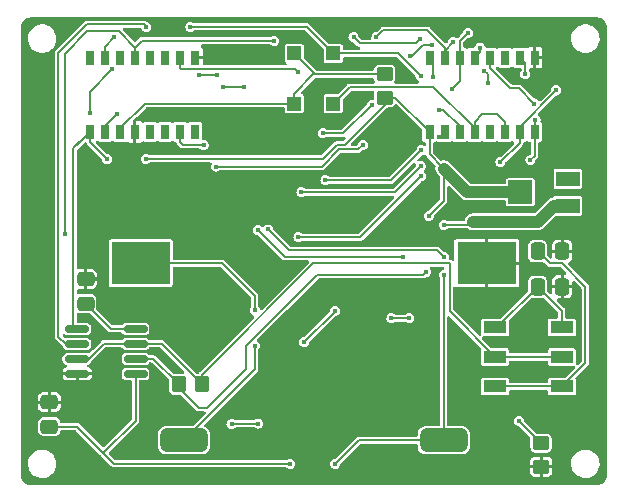
<source format=gbr>
%TF.GenerationSoftware,KiCad,Pcbnew,(6.0.10)*%
%TF.CreationDate,2023-01-16T11:38:01+01:00*%
%TF.ProjectId,Heart_NE555,48656172-745f-44e4-9535-35352e6b6963,rev?*%
%TF.SameCoordinates,Original*%
%TF.FileFunction,Copper,L2,Bot*%
%TF.FilePolarity,Positive*%
%FSLAX46Y46*%
G04 Gerber Fmt 4.6, Leading zero omitted, Abs format (unit mm)*
G04 Created by KiCad (PCBNEW (6.0.10)) date 2023-01-16 11:38:01*
%MOMM*%
%LPD*%
G01*
G04 APERTURE LIST*
G04 Aperture macros list*
%AMRoundRect*
0 Rectangle with rounded corners*
0 $1 Rounding radius*
0 $2 $3 $4 $5 $6 $7 $8 $9 X,Y pos of 4 corners*
0 Add a 4 corners polygon primitive as box body*
4,1,4,$2,$3,$4,$5,$6,$7,$8,$9,$2,$3,0*
0 Add four circle primitives for the rounded corners*
1,1,$1+$1,$2,$3*
1,1,$1+$1,$4,$5*
1,1,$1+$1,$6,$7*
1,1,$1+$1,$8,$9*
0 Add four rect primitives between the rounded corners*
20,1,$1+$1,$2,$3,$4,$5,0*
20,1,$1+$1,$4,$5,$6,$7,0*
20,1,$1+$1,$6,$7,$8,$9,0*
20,1,$1+$1,$8,$9,$2,$3,0*%
G04 Aperture macros list end*
%TA.AperFunction,SMDPad,CuDef*%
%ADD10RoundRect,0.250000X0.475000X-0.337500X0.475000X0.337500X-0.475000X0.337500X-0.475000X-0.337500X0*%
%TD*%
%TA.AperFunction,SMDPad,CuDef*%
%ADD11R,1.200000X1.200000*%
%TD*%
%TA.AperFunction,SMDPad,CuDef*%
%ADD12RoundRect,0.249999X0.450001X-0.350001X0.450001X0.350001X-0.450001X0.350001X-0.450001X-0.350001X0*%
%TD*%
%TA.AperFunction,SMDPad,CuDef*%
%ADD13RoundRect,0.150000X-0.825000X-0.150000X0.825000X-0.150000X0.825000X0.150000X-0.825000X0.150000X0*%
%TD*%
%TA.AperFunction,SMDPad,CuDef*%
%ADD14R,5.000000X3.600000*%
%TD*%
%TA.AperFunction,SMDPad,CuDef*%
%ADD15RoundRect,0.500000X-1.500000X-0.500000X1.500000X-0.500000X1.500000X0.500000X-1.500000X0.500000X0*%
%TD*%
%TA.AperFunction,SMDPad,CuDef*%
%ADD16R,0.800000X1.300000*%
%TD*%
%TA.AperFunction,SMDPad,CuDef*%
%ADD17RoundRect,0.249999X-0.350001X-0.450001X0.350001X-0.450001X0.350001X0.450001X-0.350001X0.450001X0*%
%TD*%
%TA.AperFunction,SMDPad,CuDef*%
%ADD18R,2.000000X1.300000*%
%TD*%
%TA.AperFunction,SMDPad,CuDef*%
%ADD19R,2.000000X2.000000*%
%TD*%
%TA.AperFunction,SMDPad,CuDef*%
%ADD20R,1.950000X1.100000*%
%TD*%
%TA.AperFunction,SMDPad,CuDef*%
%ADD21RoundRect,0.250000X-0.337500X-0.475000X0.337500X-0.475000X0.337500X0.475000X-0.337500X0.475000X0*%
%TD*%
%TA.AperFunction,ViaPad*%
%ADD22C,0.450000*%
%TD*%
%TA.AperFunction,Conductor*%
%ADD23C,0.200000*%
%TD*%
%TA.AperFunction,Conductor*%
%ADD24C,1.000000*%
%TD*%
G04 APERTURE END LIST*
D10*
%TO.P,C3,1*%
%TO.N,VCC*%
X102616000Y-99843500D03*
%TO.P,C3,2*%
%TO.N,GND*%
X102616000Y-97768500D03*
%TD*%
D11*
%TO.P,D1,1,K*%
%TO.N,Net-(D1-Pad1)*%
X126650000Y-72500000D03*
%TO.P,D1,2,A*%
%TO.N,Net-(D1-Pad2)*%
X123350000Y-72500000D03*
%TD*%
%TO.P,D2,1,K*%
%TO.N,Net-(D2-Pad1)*%
X126650000Y-68250000D03*
%TO.P,D2,2,A*%
%TO.N,Net-(D1-Pad2)*%
X123350000Y-68250000D03*
%TD*%
D12*
%TO.P,R3,1*%
%TO.N,VCC*%
X131000000Y-72000000D03*
%TO.P,R3,2*%
%TO.N,Net-(D1-Pad2)*%
X131000000Y-70000000D03*
%TD*%
%TO.P,R4,1*%
%TO.N,GND*%
X144250000Y-103250000D03*
%TO.P,R4,2*%
%TO.N,/Common-R*%
X144250000Y-101250000D03*
%TD*%
D13*
%TO.P,U1,1,GND*%
%TO.N,GND*%
X104967000Y-95377000D03*
%TO.P,U1,2,TR*%
%TO.N,Net-(R2-Pad2)*%
X104967000Y-94107000D03*
%TO.P,U1,3,Q*%
%TO.N,Net-(D2-Pad1)*%
X104967000Y-92837000D03*
%TO.P,U1,4,R*%
%TO.N,VCC*%
X104967000Y-91567000D03*
%TO.P,U1,5,CV*%
%TO.N,Net-(C2-Pad1)*%
X109917000Y-91567000D03*
%TO.P,U1,6,THR*%
%TO.N,Net-(R2-Pad2)*%
X109917000Y-92837000D03*
%TO.P,U1,7,DIS*%
%TO.N,Net-(R2-Pad1)*%
X109917000Y-94107000D03*
%TO.P,U1,8,VCC*%
%TO.N,VCC*%
X109917000Y-95377000D03*
%TD*%
D14*
%TO.P,BT1,1,+*%
%TO.N,+3V0*%
X110350000Y-86000000D03*
%TO.P,BT1,2,-*%
%TO.N,GND*%
X139650000Y-86000000D03*
%TD*%
D15*
%TO.P,SW1,1*%
%TO.N,+3V0*%
X114000000Y-101000000D03*
%TO.P,SW1,2*%
%TO.N,VCC*%
X136000000Y-101000000D03*
%TD*%
D16*
%TO.P,U2,1,Q5*%
%TO.N,Net-(D10-Pad2)*%
X134800000Y-68600000D03*
%TO.P,U2,2,Q1*%
%TO.N,Net-(D18-Pad2)*%
X136080000Y-68600000D03*
%TO.P,U2,3,Q0*%
%TO.N,Net-(D17-Pad2)*%
X137340000Y-68600000D03*
%TO.P,U2,4,Q2*%
%TO.N,Net-(D19-Pad2)*%
X138610000Y-68600000D03*
%TO.P,U2,5,Q6*%
%TO.N,Net-(D11-Pad2)*%
X139890000Y-68600000D03*
%TO.P,U2,6,Q7*%
%TO.N,Net-(D12-Pad2)*%
X141160000Y-68600000D03*
%TO.P,U2,7,Q3*%
%TO.N,Net-(D20-Pad2)*%
X142420000Y-68600000D03*
%TO.P,U2,8,VSS*%
%TO.N,GND*%
X143700000Y-68600000D03*
%TO.P,U2,9,Q8*%
%TO.N,Net-(D13-Pad2)*%
X143700000Y-74900000D03*
%TO.P,U2,10,Q4*%
%TO.N,Net-(D21-Pad2)*%
X142420000Y-74900000D03*
%TO.P,U2,11,Q9*%
%TO.N,Net-(D1-Pad1)*%
X141160000Y-74900000D03*
%TO.P,U2,12,Cout*%
%TO.N,unconnected-(U2-Pad12)*%
X139890000Y-74900000D03*
%TO.P,U2,13,CKEN*%
%TO.N,Net-(D1-Pad1)*%
X138610000Y-74900000D03*
%TO.P,U2,14,CLK*%
%TO.N,Net-(D2-Pad1)*%
X137340000Y-74900000D03*
%TO.P,U2,15,Reset*%
%TO.N,Net-(U2-Pad15)*%
X136080000Y-74900000D03*
%TO.P,U2,16,VDD*%
%TO.N,VCC*%
X134800000Y-74900000D03*
%TD*%
%TO.P,U3,1,Q5*%
%TO.N,unconnected-(U3-Pad1)*%
X106050000Y-68600000D03*
%TO.P,U3,2,Q1*%
%TO.N,Net-(D14-Pad2)*%
X107330000Y-68600000D03*
%TO.P,U3,3,Q0*%
%TO.N,unconnected-(U3-Pad3)*%
X108590000Y-68600000D03*
%TO.P,U3,4,Q2*%
%TO.N,Net-(D15-Pad2)*%
X109860000Y-68600000D03*
%TO.P,U3,5,Q6*%
%TO.N,unconnected-(U3-Pad5)*%
X111140000Y-68600000D03*
%TO.P,U3,6,Q7*%
%TO.N,unconnected-(U3-Pad6)*%
X112410000Y-68600000D03*
%TO.P,U3,7,Q3*%
%TO.N,Net-(D16-Pad2)*%
X113670000Y-68600000D03*
%TO.P,U3,8,VSS*%
%TO.N,GND*%
X114950000Y-68600000D03*
%TO.P,U3,9,Q8*%
%TO.N,unconnected-(U3-Pad9)*%
X114950000Y-74900000D03*
%TO.P,U3,10,Q4*%
%TO.N,Net-(U2-Pad15)*%
X113670000Y-74900000D03*
%TO.P,U3,11,Q9*%
%TO.N,unconnected-(U3-Pad11)*%
X112410000Y-74900000D03*
%TO.P,U3,12,Cout*%
%TO.N,unconnected-(U3-Pad12)*%
X111140000Y-74900000D03*
%TO.P,U3,13,CKEN*%
%TO.N,GND*%
X109860000Y-74900000D03*
%TO.P,U3,14,CLK*%
%TO.N,Net-(D1-Pad2)*%
X108590000Y-74900000D03*
%TO.P,U3,15,Reset*%
%TO.N,Net-(D17-Pad2)*%
X107330000Y-74900000D03*
%TO.P,U3,16,VDD*%
%TO.N,VCC*%
X106050000Y-74900000D03*
%TD*%
D17*
%TO.P,R2,1*%
%TO.N,Net-(R2-Pad1)*%
X113554000Y-96266000D03*
%TO.P,R2,2*%
%TO.N,Net-(R2-Pad2)*%
X115554000Y-96266000D03*
%TD*%
D10*
%TO.P,C2,1*%
%TO.N,Net-(C2-Pad1)*%
X105675000Y-89425000D03*
%TO.P,C2,2*%
%TO.N,GND*%
X105675000Y-87350000D03*
%TD*%
D18*
%TO.P,RV1,1,1*%
%TO.N,Net-(R2-Pad1)*%
X146500000Y-81150000D03*
D19*
%TO.P,RV1,2,2*%
%TO.N,VCC*%
X142500000Y-80000000D03*
D18*
%TO.P,RV1,3,3*%
%TO.N,unconnected-(RV1-Pad3)*%
X146500000Y-78850000D03*
%TD*%
D20*
%TO.P,SW2,1,A*%
%TO.N,Net-(C4-Pad1)*%
X140350000Y-96450000D03*
X146000000Y-96450000D03*
%TO.P,SW2,2,B*%
%TO.N,Net-(R2-Pad2)*%
X146000000Y-93950000D03*
X140350000Y-93950000D03*
%TO.P,SW2,3,C*%
%TO.N,Net-(C1-Pad1)*%
X146000000Y-91450000D03*
X140350000Y-91450000D03*
%TD*%
D21*
%TO.P,C1,1*%
%TO.N,Net-(C1-Pad1)*%
X143962500Y-88000000D03*
%TO.P,C1,2*%
%TO.N,GND*%
X146037500Y-88000000D03*
%TD*%
%TO.P,C4,1*%
%TO.N,Net-(C4-Pad1)*%
X143962500Y-85000000D03*
%TO.P,C4,2*%
%TO.N,GND*%
X146037500Y-85000000D03*
%TD*%
D22*
%TO.N,+3V0*%
X120000000Y-93000000D03*
X120000000Y-90000000D03*
%TO.N,VCC*%
X110775000Y-77175000D03*
X136000000Y-87000000D03*
X123000000Y-103000000D03*
X126820000Y-103000000D03*
X107500000Y-77200000D03*
X134750000Y-82000000D03*
%TO.N,Net-(D10-Pad2)*%
X136000000Y-85501351D03*
X121150000Y-83150000D03*
X135125000Y-70225000D03*
%TO.N,Net-(D11-Pad2)*%
X132520000Y-85480000D03*
X120250000Y-83200000D03*
X143666268Y-72491268D03*
%TO.N,Net-(D12-Pad2)*%
X139746565Y-70750000D03*
X139425000Y-69700000D03*
X141175000Y-68425000D03*
X134112000Y-76454000D03*
X125984000Y-78994000D03*
%TO.N,Net-(D13-Pad2)*%
X134075000Y-78650000D03*
X143771232Y-73871232D03*
X123698000Y-83820000D03*
X143350000Y-77250000D03*
%TO.N,Net-(D14-Pad2)*%
X128366261Y-66866261D03*
X134000000Y-67025000D03*
X107175000Y-68375000D03*
X108100000Y-66894990D03*
%TO.N,Net-(D15-Pad2)*%
X103900000Y-83500000D03*
X121666000Y-67190000D03*
X135000000Y-67524998D03*
X133140000Y-68470000D03*
%TO.N,Net-(D16-Pad2)*%
X123698000Y-69850000D03*
X126770000Y-90080000D03*
X124190000Y-92690000D03*
%TO.N,Net-(D17-Pad2)*%
X108375000Y-73350000D03*
X117348000Y-71120000D03*
X138050000Y-66525000D03*
X136725000Y-71225000D03*
X129900000Y-72600000D03*
X125775014Y-75000000D03*
X119126000Y-71120000D03*
%TO.N,Net-(D18-Pad2)*%
X136815000Y-67275000D03*
X130300000Y-66880000D03*
%TO.N,Net-(D19-Pad2)*%
X139100000Y-67750000D03*
X120300000Y-99590000D03*
X118040000Y-99610000D03*
%TO.N,Net-(D20-Pad2)*%
X115316000Y-70075017D03*
X133096000Y-90678000D03*
X131572000Y-90678000D03*
X116840000Y-70104000D03*
X142900000Y-70000000D03*
X106090000Y-73330000D03*
X107954883Y-69610642D03*
%TO.N,Net-(D21-Pad2)*%
X123952000Y-80010000D03*
X140800000Y-77450000D03*
X134050000Y-77800000D03*
X145525000Y-71375000D03*
%TO.N,Net-(U2-Pad15)*%
X116750000Y-77825000D03*
X135625014Y-75320000D03*
X115675000Y-76000000D03*
X129150000Y-76000000D03*
%TO.N,/Common-R*%
X142400000Y-99400000D03*
%TO.N,Net-(D2-Pad1)*%
X134050000Y-70200000D03*
X135600000Y-73000000D03*
X110820000Y-66020000D03*
X114560000Y-66000000D03*
%TO.N,Net-(R2-Pad1)*%
X136000000Y-82750000D03*
X134500000Y-86750000D03*
%TD*%
D23*
%TO.N,+3V0*%
X120000000Y-88800000D02*
X117200000Y-86000000D01*
X117200000Y-86000000D02*
X110350000Y-86000000D01*
X120000000Y-90000000D02*
X120000000Y-88800000D01*
X120000000Y-95000000D02*
X120000000Y-93000000D01*
X114000000Y-101000000D02*
X120000000Y-95000000D01*
%TO.N,Net-(C1-Pad1)*%
X146000000Y-90037500D02*
X143962500Y-88000000D01*
X140512500Y-91450000D02*
X143962500Y-88000000D01*
X140350000Y-91450000D02*
X140512500Y-91450000D01*
X146000000Y-91450000D02*
X146000000Y-90037500D01*
%TO.N,Net-(C2-Pad1)*%
X109917000Y-91567000D02*
X108563500Y-91567000D01*
X107817000Y-91567000D02*
X105675000Y-89425000D01*
X109917000Y-91567000D02*
X107817000Y-91567000D01*
%TO.N,VCC*%
X104967000Y-75983000D02*
X106050000Y-74900000D01*
X127625022Y-75974978D02*
X131000000Y-72600000D01*
X134750000Y-82000000D02*
X136000000Y-80750000D01*
X131000000Y-72000000D02*
X131900000Y-72000000D01*
X125771590Y-77175000D02*
X126971612Y-75974978D01*
X102616000Y-99843500D02*
X104939500Y-99843500D01*
D24*
X138000000Y-80000000D02*
X136000000Y-78000000D01*
D23*
X134800000Y-76800000D02*
X134800000Y-74900000D01*
X131000000Y-72600000D02*
X131000000Y-72000000D01*
X126971612Y-75974978D02*
X127625022Y-75974978D01*
X136000000Y-80750000D02*
X136000000Y-78000000D01*
X128820000Y-101000000D02*
X136000000Y-101000000D01*
X104939500Y-99843500D02*
X107188000Y-102092000D01*
X104649990Y-91249990D02*
X104649990Y-76300010D01*
X123000000Y-103000000D02*
X108096000Y-103000000D01*
D24*
X142500000Y-80000000D02*
X138000000Y-80000000D01*
D23*
X136000000Y-78000000D02*
X135875000Y-77875000D01*
X131900000Y-72000000D02*
X134800000Y-74900000D01*
X110775000Y-77175000D02*
X125771590Y-77175000D01*
X126820000Y-103000000D02*
X128820000Y-101000000D01*
X108096000Y-103000000D02*
X107188000Y-102092000D01*
X104967000Y-91567000D02*
X104649990Y-91249990D01*
X107188000Y-102092000D02*
X109917000Y-99363000D01*
X135875000Y-77875000D02*
X134800000Y-76800000D01*
X109917000Y-99363000D02*
X109917000Y-95377000D01*
X136000000Y-101000000D02*
X136000000Y-87000000D01*
X106050000Y-75750000D02*
X107500000Y-77200000D01*
X104649990Y-76300010D02*
X106050000Y-74900000D01*
X106050000Y-74900000D02*
X106050000Y-75750000D01*
%TO.N,Net-(D10-Pad2)*%
X135125000Y-70225000D02*
X135125000Y-68925000D01*
X135433647Y-84934998D02*
X122934998Y-84934998D01*
X136000000Y-85501351D02*
X135433647Y-84934998D01*
X135125000Y-68925000D02*
X134800000Y-68600000D01*
X122934998Y-84934998D02*
X121150000Y-83150000D01*
%TO.N,Net-(D11-Pad2)*%
X139890000Y-69450000D02*
X139890000Y-68600000D01*
X142374999Y-71199999D02*
X141639999Y-71199999D01*
X143666268Y-72491268D02*
X142374999Y-71199999D01*
X122530000Y-85480000D02*
X132520000Y-85480000D01*
X120250000Y-83200000D02*
X122530000Y-85480000D01*
X141639999Y-71199999D02*
X139890000Y-69450000D01*
%TO.N,Net-(D12-Pad2)*%
X139746565Y-70750000D02*
X139746565Y-70021565D01*
X141175000Y-68585000D02*
X141160000Y-68600000D01*
X141175000Y-68425000D02*
X141175000Y-68585000D01*
X134112000Y-76454000D02*
X131572000Y-78994000D01*
X139746565Y-70021565D02*
X139425000Y-69700000D01*
X131572000Y-78994000D02*
X125984000Y-78994000D01*
%TO.N,Net-(D13-Pad2)*%
X128905000Y-83820000D02*
X123698000Y-83820000D01*
X143350000Y-77250000D02*
X143700000Y-76900000D01*
X134075000Y-78650000D02*
X128905000Y-83820000D01*
X143771232Y-74828768D02*
X143700000Y-74900000D01*
X143700000Y-76900000D02*
X143700000Y-74900000D01*
X143771232Y-73871232D02*
X143771232Y-74828768D01*
%TO.N,Net-(D14-Pad2)*%
X133619998Y-67405002D02*
X128905002Y-67405002D01*
X134000000Y-67025000D02*
X133619998Y-67405002D01*
X107175000Y-68375000D02*
X107175000Y-68445000D01*
X128905002Y-67405002D02*
X128366261Y-66866261D01*
X107330000Y-68600000D02*
X107330000Y-67664990D01*
X107330000Y-67664990D02*
X108100000Y-66894990D01*
X107175000Y-68445000D02*
X107330000Y-68600000D01*
%TO.N,Net-(D15-Pad2)*%
X135000000Y-67524998D02*
X134277004Y-67524998D01*
X109860000Y-67750000D02*
X108479989Y-66369989D01*
X134277004Y-67524998D02*
X133332002Y-68470000D01*
X121347802Y-67190000D02*
X121666000Y-67190000D01*
X103900000Y-68265698D02*
X103900000Y-83500000D01*
X133332002Y-68470000D02*
X133140000Y-68470000D01*
X105795709Y-66369989D02*
X103900000Y-68265698D01*
X108479989Y-66369989D02*
X105795709Y-66369989D01*
X109860000Y-67750000D02*
X110420000Y-67190000D01*
X109860000Y-68600000D02*
X109860000Y-67750000D01*
X110420000Y-67190000D02*
X121347802Y-67190000D01*
%TO.N,Net-(D16-Pad2)*%
X126770000Y-90110000D02*
X126770000Y-90080000D01*
X123398001Y-69550001D02*
X123698000Y-69850000D01*
X113670000Y-69450000D02*
X113770001Y-69550001D01*
X113670000Y-68600000D02*
X113670000Y-69450000D01*
X113770001Y-69550001D02*
X123398001Y-69550001D01*
X124190000Y-92690000D02*
X126770000Y-90110000D01*
%TO.N,Net-(D17-Pad2)*%
X137340000Y-70610000D02*
X136725000Y-71225000D01*
X137340000Y-68600000D02*
X137340000Y-70610000D01*
X117348000Y-71120000D02*
X119126000Y-71120000D01*
X107330000Y-74395000D02*
X107330000Y-74900000D01*
X108375000Y-73350000D02*
X107330000Y-74395000D01*
X138050000Y-66525000D02*
X137340000Y-67235000D01*
X137340000Y-67235000D02*
X137340000Y-68600000D01*
X127500000Y-75000000D02*
X129900000Y-72600000D01*
X125775014Y-75000000D02*
X127500000Y-75000000D01*
%TO.N,Net-(D18-Pad2)*%
X136815000Y-67275000D02*
X136080000Y-68010000D01*
X136080000Y-68010000D02*
X136080000Y-68600000D01*
X134615001Y-66285001D02*
X130894999Y-66285001D01*
X130894999Y-66285001D02*
X130300000Y-66880000D01*
X136080000Y-67750000D02*
X134615001Y-66285001D01*
X136080000Y-68600000D02*
X136080000Y-67750000D01*
%TO.N,Net-(D19-Pad2)*%
X139100000Y-67750000D02*
X139100000Y-68110000D01*
X139100000Y-68110000D02*
X138610000Y-68600000D01*
X120300000Y-99590000D02*
X118060000Y-99590000D01*
X118060000Y-99590000D02*
X118040000Y-99610000D01*
%TO.N,Net-(D20-Pad2)*%
X142900000Y-69080000D02*
X142420000Y-68600000D01*
X133096000Y-90678000D02*
X131572000Y-90678000D01*
X106090000Y-73330000D02*
X106090000Y-71475525D01*
X106090000Y-71475525D02*
X107954883Y-69610642D01*
X116811017Y-70075017D02*
X116840000Y-70104000D01*
X142900000Y-70000000D02*
X142900000Y-69080000D01*
X115316000Y-70075017D02*
X116811017Y-70075017D01*
%TO.N,Net-(D21-Pad2)*%
X145525000Y-71375000D02*
X142420000Y-74480000D01*
X134050000Y-77800000D02*
X131840000Y-80010000D01*
X142420000Y-74480000D02*
X142420000Y-74900000D01*
X140800000Y-77450000D02*
X142420000Y-75830000D01*
X131840000Y-80010000D02*
X123952000Y-80010000D01*
X142420000Y-75830000D02*
X142420000Y-74900000D01*
%TO.N,Net-(U2-Pad15)*%
X136080000Y-74900000D02*
X135660000Y-75320000D01*
X127137301Y-76374989D02*
X125687290Y-77825000D01*
X128775011Y-76374989D02*
X127137301Y-76374989D01*
X129150000Y-76000000D02*
X128775011Y-76374989D01*
X113670000Y-75750000D02*
X113920000Y-76000000D01*
X113670000Y-74900000D02*
X113670000Y-75750000D01*
X113920000Y-76000000D02*
X115675000Y-76000000D01*
X125687290Y-77825000D02*
X116750000Y-77825000D01*
X135660000Y-75320000D02*
X135625014Y-75320000D01*
%TO.N,Net-(C4-Pad1)*%
X146006250Y-86025000D02*
X144987500Y-86025000D01*
X148000000Y-94450000D02*
X148000000Y-88018750D01*
X144987500Y-86025000D02*
X143962500Y-85000000D01*
X146000000Y-96450000D02*
X148000000Y-94450000D01*
X148000000Y-88018750D02*
X146006250Y-86025000D01*
X146000000Y-96450000D02*
X140350000Y-96450000D01*
%TO.N,Net-(D1-Pad1)*%
X135129992Y-71099990D02*
X128050010Y-71099990D01*
X128050010Y-71099990D02*
X126650000Y-72500000D01*
X138610000Y-74900000D02*
X138610000Y-74579998D01*
X138610000Y-74900000D02*
X138610000Y-74050000D01*
X141160000Y-74050000D02*
X141160000Y-74900000D01*
X139260000Y-73400000D02*
X140510000Y-73400000D01*
X140510000Y-73400000D02*
X141160000Y-74050000D01*
X138610000Y-74050000D02*
X139260000Y-73400000D01*
X138610000Y-74810000D02*
X138610000Y-74900000D01*
X138610000Y-74579998D02*
X135129992Y-71099990D01*
%TO.N,Net-(D1-Pad2)*%
X123350000Y-71650000D02*
X125050000Y-69950000D01*
X108590000Y-74900000D02*
X108590000Y-74579998D01*
X110669998Y-72500000D02*
X123350000Y-72500000D01*
X123350000Y-72500000D02*
X123350000Y-71650000D01*
X108590000Y-74579998D02*
X110669998Y-72500000D01*
X131000000Y-70000000D02*
X125100000Y-70000000D01*
X125100000Y-70000000D02*
X125050000Y-69950000D01*
X125050000Y-69950000D02*
X123350000Y-68250000D01*
%TO.N,/Common-R*%
X144250000Y-101250000D02*
X142400000Y-99400000D01*
%TO.N,Net-(D2-Pad1)*%
X126650000Y-68250000D02*
X131020002Y-68250000D01*
X103992000Y-92837000D02*
X104967000Y-92837000D01*
X131020002Y-68250000D02*
X132100000Y-68250000D01*
X124400000Y-66000000D02*
X126650000Y-68250000D01*
X137340000Y-74569998D02*
X137340000Y-74900000D01*
X135918198Y-73000000D02*
X137340000Y-74421802D01*
X103375000Y-68225000D02*
X103375000Y-92220000D01*
X110595001Y-65795001D02*
X105804997Y-65795001D01*
X132100000Y-68250000D02*
X134050000Y-70200000D01*
X135600000Y-73000000D02*
X135918198Y-73000000D01*
X124400000Y-66000000D02*
X114560000Y-66000000D01*
X110820000Y-66020000D02*
X110595001Y-65795001D01*
X137340000Y-74421802D02*
X137340000Y-74900000D01*
X103375000Y-92220000D02*
X103992000Y-92837000D01*
X105804997Y-65795001D02*
X103375000Y-68225000D01*
%TO.N,Net-(R2-Pad2)*%
X115554000Y-96266000D02*
X112125000Y-92837000D01*
X136500000Y-90100000D02*
X140350000Y-93950000D01*
X136525000Y-86050862D02*
X136525000Y-87217463D01*
X107212000Y-92837000D02*
X109917000Y-92837000D01*
X115554000Y-95446000D02*
X124974138Y-86025862D01*
X104967000Y-94107000D02*
X105942000Y-94107000D01*
X104967000Y-94107000D02*
X103992000Y-94107000D01*
X124974138Y-86025862D02*
X136500000Y-86025862D01*
X115554000Y-96266000D02*
X115554000Y-95446000D01*
X105942000Y-94107000D02*
X107212000Y-92837000D01*
X136500000Y-87242463D02*
X136500000Y-90100000D01*
X112125000Y-92837000D02*
X109917000Y-92837000D01*
X136525000Y-87217463D02*
X136500000Y-87242463D01*
X136500000Y-86025862D02*
X136525000Y-86050862D01*
X146000000Y-93950000D02*
X140350000Y-93950000D01*
%TO.N,Net-(R2-Pad1)*%
X138250000Y-82750000D02*
X138500000Y-82500000D01*
X109917000Y-94107000D02*
X111395000Y-94107000D01*
X109575588Y-94107000D02*
X109917000Y-94107000D01*
D24*
X145350000Y-81150000D02*
X144000000Y-82500000D01*
X144000000Y-82500000D02*
X138500000Y-82500000D01*
D23*
X111395000Y-94107000D02*
X113554000Y-96266000D01*
X134250000Y-87000000D02*
X134500000Y-86750000D01*
X113554000Y-96266000D02*
X113554000Y-96554000D01*
X119250000Y-93007537D02*
X125257537Y-87000000D01*
X119250000Y-95000000D02*
X119250000Y-93007537D01*
X115250000Y-98250000D02*
X116000000Y-98250000D01*
X116000000Y-98250000D02*
X119250000Y-95000000D01*
X136000000Y-82750000D02*
X138250000Y-82750000D01*
X113554000Y-96554000D02*
X115250000Y-98250000D01*
X125257537Y-87000000D02*
X134250000Y-87000000D01*
D24*
X146500000Y-81150000D02*
X145350000Y-81150000D01*
%TD*%
%TA.AperFunction,Conductor*%
%TO.N,GND*%
G36*
X148980242Y-65202466D02*
G01*
X148985811Y-65202476D01*
X148999641Y-65205656D01*
X149013482Y-65202524D01*
X149014605Y-65202526D01*
X149026731Y-65203133D01*
X149081618Y-65208539D01*
X149143626Y-65214646D01*
X149167848Y-65219464D01*
X149294085Y-65257757D01*
X149316897Y-65267206D01*
X149363623Y-65292182D01*
X149433232Y-65329389D01*
X149453770Y-65343112D01*
X149555739Y-65426796D01*
X149573204Y-65444261D01*
X149656888Y-65546230D01*
X149670610Y-65566766D01*
X149732793Y-65683102D01*
X149742242Y-65705912D01*
X149780538Y-65832156D01*
X149785354Y-65856373D01*
X149796917Y-65973770D01*
X149797503Y-65985905D01*
X149794344Y-65999641D01*
X149797475Y-66013480D01*
X149797467Y-66018310D01*
X149799500Y-66036504D01*
X149799500Y-103962920D01*
X149797534Y-103980242D01*
X149797524Y-103985811D01*
X149794344Y-103999641D01*
X149797476Y-104013482D01*
X149797474Y-104014605D01*
X149796867Y-104026736D01*
X149785354Y-104143626D01*
X149780536Y-104167848D01*
X149742243Y-104294085D01*
X149732793Y-104316898D01*
X149670611Y-104433232D01*
X149656888Y-104453770D01*
X149573204Y-104555739D01*
X149555739Y-104573204D01*
X149453770Y-104656888D01*
X149433234Y-104670610D01*
X149316898Y-104732793D01*
X149294088Y-104742242D01*
X149167844Y-104780538D01*
X149143627Y-104785354D01*
X149118814Y-104787798D01*
X149026230Y-104796917D01*
X149014095Y-104797503D01*
X149000359Y-104794344D01*
X148986520Y-104797475D01*
X148981690Y-104797467D01*
X148963496Y-104799500D01*
X101037080Y-104799500D01*
X101019758Y-104797534D01*
X101014189Y-104797524D01*
X101000359Y-104794344D01*
X100986518Y-104797476D01*
X100985395Y-104797474D01*
X100973269Y-104796867D01*
X100918382Y-104791461D01*
X100856374Y-104785354D01*
X100832152Y-104780536D01*
X100705915Y-104742243D01*
X100683102Y-104732793D01*
X100566766Y-104670610D01*
X100546230Y-104656888D01*
X100444261Y-104573204D01*
X100426796Y-104555739D01*
X100343112Y-104453770D01*
X100329389Y-104433232D01*
X100267207Y-104316898D01*
X100257758Y-104294088D01*
X100219462Y-104167844D01*
X100214646Y-104143626D01*
X100203860Y-104034114D01*
X100204078Y-104007523D01*
X100205655Y-104000718D01*
X100205656Y-104000000D01*
X100203654Y-103991225D01*
X100200500Y-103963210D01*
X100200500Y-102968440D01*
X100794770Y-102968440D01*
X100796107Y-102988837D01*
X100809200Y-103188604D01*
X100810621Y-103194200D01*
X100810622Y-103194205D01*
X100857809Y-103380000D01*
X100863511Y-103402452D01*
X100865928Y-103407694D01*
X100865928Y-103407695D01*
X100902862Y-103487811D01*
X100955883Y-103602821D01*
X101083222Y-103783002D01*
X101241264Y-103936961D01*
X101246060Y-103940166D01*
X101246063Y-103940168D01*
X101351343Y-104010513D01*
X101424717Y-104059540D01*
X101430020Y-104061818D01*
X101430023Y-104061820D01*
X101620432Y-104143626D01*
X101627436Y-104146635D01*
X101668713Y-104155975D01*
X101836995Y-104194054D01*
X101837001Y-104194055D01*
X101842632Y-104195329D01*
X101848403Y-104195556D01*
X101848405Y-104195556D01*
X101916211Y-104198220D01*
X102063098Y-104203991D01*
X102172275Y-104188161D01*
X102275738Y-104173160D01*
X102275743Y-104173159D01*
X102281452Y-104172331D01*
X102286916Y-104170476D01*
X102286921Y-104170475D01*
X102484907Y-104103268D01*
X102484912Y-104103266D01*
X102490379Y-104101410D01*
X102499233Y-104096452D01*
X102588324Y-104046558D01*
X102682884Y-103993602D01*
X102702369Y-103977397D01*
X102848086Y-103856204D01*
X102852518Y-103852518D01*
X102906985Y-103787029D01*
X102989908Y-103687326D01*
X102989910Y-103687323D01*
X102993602Y-103682884D01*
X103014899Y-103644855D01*
X143290001Y-103644855D01*
X143290371Y-103651676D01*
X143295922Y-103702787D01*
X143299548Y-103718039D01*
X143344904Y-103839025D01*
X143353442Y-103854620D01*
X143430286Y-103957153D01*
X143442847Y-103969714D01*
X143545380Y-104046558D01*
X143560975Y-104055096D01*
X143681959Y-104100451D01*
X143697215Y-104104079D01*
X143748326Y-104109631D01*
X143755143Y-104110000D01*
X144101885Y-104110000D01*
X144117124Y-104105525D01*
X144118329Y-104104135D01*
X144120000Y-104096452D01*
X144120000Y-104091884D01*
X144380000Y-104091884D01*
X144384475Y-104107123D01*
X144385865Y-104108328D01*
X144393548Y-104109999D01*
X144744855Y-104109999D01*
X144751676Y-104109629D01*
X144802787Y-104104078D01*
X144818039Y-104100452D01*
X144939025Y-104055096D01*
X144954620Y-104046558D01*
X145057153Y-103969714D01*
X145069714Y-103957153D01*
X145146558Y-103854620D01*
X145155096Y-103839025D01*
X145200451Y-103718041D01*
X145204079Y-103702785D01*
X145209631Y-103651674D01*
X145210000Y-103644857D01*
X145210000Y-103398115D01*
X145205525Y-103382876D01*
X145204135Y-103381671D01*
X145196452Y-103380000D01*
X144398115Y-103380000D01*
X144382876Y-103384475D01*
X144381671Y-103385865D01*
X144380000Y-103393548D01*
X144380000Y-104091884D01*
X144120000Y-104091884D01*
X144120000Y-103398115D01*
X144115525Y-103382876D01*
X144114135Y-103381671D01*
X144106452Y-103380000D01*
X143308116Y-103380000D01*
X143292877Y-103384475D01*
X143291672Y-103385865D01*
X143290001Y-103393548D01*
X143290001Y-103644855D01*
X103014899Y-103644855D01*
X103101410Y-103490379D01*
X103103266Y-103484912D01*
X103103268Y-103484907D01*
X103170475Y-103286921D01*
X103170476Y-103286916D01*
X103172331Y-103281452D01*
X103173159Y-103275743D01*
X103173160Y-103275738D01*
X103195257Y-103123334D01*
X103203991Y-103063098D01*
X103205643Y-103000000D01*
X103185454Y-102780289D01*
X103178495Y-102755612D01*
X103151102Y-102658483D01*
X103125565Y-102567936D01*
X103027980Y-102370053D01*
X102895967Y-102193267D01*
X102741220Y-102050220D01*
X102738189Y-102047418D01*
X102738186Y-102047416D01*
X102733949Y-102043499D01*
X102547350Y-101925764D01*
X102342421Y-101844006D01*
X102336761Y-101842880D01*
X102336757Y-101842879D01*
X102131691Y-101802089D01*
X102131688Y-101802089D01*
X102126024Y-101800962D01*
X102120249Y-101800886D01*
X102120245Y-101800886D01*
X102009504Y-101799437D01*
X101905406Y-101798074D01*
X101899709Y-101799053D01*
X101899708Y-101799053D01*
X101693654Y-101834459D01*
X101693653Y-101834459D01*
X101687957Y-101835438D01*
X101480957Y-101911804D01*
X101475996Y-101914756D01*
X101475995Y-101914756D01*
X101337694Y-101997037D01*
X101291341Y-102024614D01*
X101125457Y-102170090D01*
X100988863Y-102343360D01*
X100886131Y-102538620D01*
X100820703Y-102749333D01*
X100794770Y-102968440D01*
X100200500Y-102968440D01*
X100200500Y-100234834D01*
X101690500Y-100234834D01*
X101693481Y-100266369D01*
X101738366Y-100394184D01*
X101743958Y-100401754D01*
X101743959Y-100401757D01*
X101779223Y-100449500D01*
X101818850Y-100503150D01*
X101826421Y-100508742D01*
X101920243Y-100578041D01*
X101920246Y-100578042D01*
X101927816Y-100583634D01*
X102055631Y-100628519D01*
X102063277Y-100629242D01*
X102063278Y-100629242D01*
X102069248Y-100629806D01*
X102087166Y-100631500D01*
X103144834Y-100631500D01*
X103162752Y-100629806D01*
X103168722Y-100629242D01*
X103168723Y-100629242D01*
X103176369Y-100628519D01*
X103304184Y-100583634D01*
X103311754Y-100578042D01*
X103311757Y-100578041D01*
X103405579Y-100508742D01*
X103413150Y-100503150D01*
X103452777Y-100449500D01*
X103488041Y-100401757D01*
X103488042Y-100401754D01*
X103493634Y-100394184D01*
X103538519Y-100266369D01*
X103539243Y-100258715D01*
X103539298Y-100258138D01*
X103539458Y-100257737D01*
X103540887Y-100251224D01*
X103541964Y-100251460D01*
X103565624Y-100192202D01*
X103623419Y-100150968D01*
X103664738Y-100144000D01*
X104762839Y-100144000D01*
X104830960Y-100164002D01*
X104851934Y-100180905D01*
X106938482Y-102267454D01*
X106946254Y-102276024D01*
X106951771Y-102286040D01*
X106980269Y-102309995D01*
X106980841Y-102310476D01*
X106988860Y-102317832D01*
X106995276Y-102324248D01*
X106995278Y-102324249D01*
X107846481Y-103175452D01*
X107848237Y-103177486D01*
X107850575Y-103182269D01*
X107859104Y-103190181D01*
X107859105Y-103190182D01*
X107886477Y-103215573D01*
X107889882Y-103218853D01*
X107903277Y-103232248D01*
X107907247Y-103234972D01*
X107909895Y-103237297D01*
X107932646Y-103258401D01*
X107943453Y-103262713D01*
X107947438Y-103265232D01*
X107958247Y-103271004D01*
X107962552Y-103272911D01*
X107972146Y-103279493D01*
X107996099Y-103285177D01*
X107996136Y-103285186D01*
X108013732Y-103290751D01*
X108036622Y-103299883D01*
X108042915Y-103300500D01*
X108045997Y-103300500D01*
X108049067Y-103300650D01*
X108049056Y-103300866D01*
X108060431Y-103302198D01*
X108069745Y-103302653D01*
X108081066Y-103305340D01*
X108092595Y-103303771D01*
X108092596Y-103303771D01*
X108108173Y-103301651D01*
X108125164Y-103300500D01*
X122646562Y-103300500D01*
X122714683Y-103320502D01*
X122735657Y-103337405D01*
X122746780Y-103348528D01*
X122866874Y-103409719D01*
X122876663Y-103411269D01*
X122876665Y-103411270D01*
X122990207Y-103429253D01*
X123000000Y-103430804D01*
X123009793Y-103429253D01*
X123123335Y-103411270D01*
X123123337Y-103411269D01*
X123133126Y-103409719D01*
X123253220Y-103348528D01*
X123348528Y-103253220D01*
X123409719Y-103133126D01*
X123412254Y-103117124D01*
X123429253Y-103009793D01*
X123430804Y-103000000D01*
X123426719Y-102974206D01*
X123411270Y-102876665D01*
X123411269Y-102876663D01*
X123409719Y-102866874D01*
X123348528Y-102746780D01*
X123253220Y-102651472D01*
X123133126Y-102590281D01*
X123123337Y-102588731D01*
X123123335Y-102588730D01*
X123009793Y-102570747D01*
X123000000Y-102569196D01*
X122990207Y-102570747D01*
X122876665Y-102588730D01*
X122876663Y-102588731D01*
X122866874Y-102590281D01*
X122746780Y-102651472D01*
X122735657Y-102662595D01*
X122673345Y-102696621D01*
X122646562Y-102699500D01*
X108272661Y-102699500D01*
X108204540Y-102679498D01*
X108183566Y-102662595D01*
X107702066Y-102181095D01*
X107668040Y-102118783D01*
X107673105Y-102047968D01*
X107702066Y-102002905D01*
X110092452Y-99612519D01*
X110094486Y-99610763D01*
X110099269Y-99608425D01*
X110107277Y-99599793D01*
X110132573Y-99572523D01*
X110135853Y-99569118D01*
X110149248Y-99555723D01*
X110151972Y-99551753D01*
X110154297Y-99549105D01*
X110162994Y-99539729D01*
X110175401Y-99526354D01*
X110179713Y-99515547D01*
X110182232Y-99511562D01*
X110188004Y-99500753D01*
X110189911Y-99496448D01*
X110196493Y-99486854D01*
X110202186Y-99462864D01*
X110207751Y-99445268D01*
X110213586Y-99430642D01*
X110216883Y-99422378D01*
X110217500Y-99416085D01*
X110217500Y-99413003D01*
X110217650Y-99409933D01*
X110217866Y-99409944D01*
X110219198Y-99398569D01*
X110219653Y-99389255D01*
X110222340Y-99377934D01*
X110218651Y-99350827D01*
X110217500Y-99333836D01*
X110217500Y-96003500D01*
X110237502Y-95935379D01*
X110291158Y-95888886D01*
X110343500Y-95877500D01*
X110775218Y-95877500D01*
X110779768Y-95876830D01*
X110779771Y-95876830D01*
X110834426Y-95868784D01*
X110834427Y-95868784D01*
X110844112Y-95867358D01*
X110934154Y-95823150D01*
X110939507Y-95820522D01*
X110939509Y-95820521D01*
X110948855Y-95815932D01*
X111009246Y-95755436D01*
X111023935Y-95740721D01*
X111023935Y-95740720D01*
X111031293Y-95733350D01*
X111036165Y-95723384D01*
X111074242Y-95645485D01*
X111082536Y-95628518D01*
X111092500Y-95560218D01*
X111092500Y-95193782D01*
X111086115Y-95150405D01*
X111083784Y-95134574D01*
X111083784Y-95134573D01*
X111082358Y-95124888D01*
X111047105Y-95053085D01*
X111035522Y-95029493D01*
X111035521Y-95029491D01*
X111030932Y-95020145D01*
X110948350Y-94937707D01*
X110843518Y-94886464D01*
X110813027Y-94882016D01*
X110779744Y-94877160D01*
X110779740Y-94877160D01*
X110775218Y-94876500D01*
X109058782Y-94876500D01*
X109054232Y-94877170D01*
X109054229Y-94877170D01*
X108999574Y-94885216D01*
X108999573Y-94885216D01*
X108989888Y-94886642D01*
X108966390Y-94898179D01*
X108894493Y-94933478D01*
X108894491Y-94933479D01*
X108885145Y-94938068D01*
X108802707Y-95020650D01*
X108798134Y-95030006D01*
X108798133Y-95030007D01*
X108789854Y-95046944D01*
X108751464Y-95125482D01*
X108741500Y-95193782D01*
X108741500Y-95560218D01*
X108742170Y-95564768D01*
X108742170Y-95564771D01*
X108750216Y-95619426D01*
X108751642Y-95629112D01*
X108759681Y-95645485D01*
X108786201Y-95699500D01*
X108803068Y-95733855D01*
X108885650Y-95816293D01*
X108895006Y-95820866D01*
X108895007Y-95820867D01*
X108899678Y-95823150D01*
X108990482Y-95867536D01*
X109020973Y-95871984D01*
X109054256Y-95876840D01*
X109054260Y-95876840D01*
X109058782Y-95877500D01*
X109490500Y-95877500D01*
X109558621Y-95897502D01*
X109605114Y-95951158D01*
X109616500Y-96003500D01*
X109616500Y-99186339D01*
X109596498Y-99254460D01*
X109579595Y-99275434D01*
X107277095Y-101577934D01*
X107214783Y-101611960D01*
X107143968Y-101606895D01*
X107098905Y-101577934D01*
X105189019Y-99668048D01*
X105187263Y-99666014D01*
X105184925Y-99661231D01*
X105149023Y-99627927D01*
X105145618Y-99624647D01*
X105132223Y-99611252D01*
X105128253Y-99608528D01*
X105125605Y-99606203D01*
X105111381Y-99593008D01*
X105111378Y-99593006D01*
X105102854Y-99585099D01*
X105092050Y-99580789D01*
X105088061Y-99578267D01*
X105077273Y-99572506D01*
X105072948Y-99570589D01*
X105063354Y-99564008D01*
X105052035Y-99561322D01*
X105052033Y-99561321D01*
X105039373Y-99558317D01*
X105021776Y-99552752D01*
X105007138Y-99546912D01*
X105007135Y-99546911D01*
X104998878Y-99543617D01*
X104992585Y-99543000D01*
X104989506Y-99543000D01*
X104986433Y-99542850D01*
X104986444Y-99542634D01*
X104975069Y-99541302D01*
X104965754Y-99540846D01*
X104954434Y-99538160D01*
X104942905Y-99539729D01*
X104942904Y-99539729D01*
X104927327Y-99541849D01*
X104910336Y-99543000D01*
X103664738Y-99543000D01*
X103596617Y-99522998D01*
X103550124Y-99469342D01*
X103541133Y-99435722D01*
X103540887Y-99435776D01*
X103539699Y-99430362D01*
X103539298Y-99428862D01*
X103539243Y-99428285D01*
X103539242Y-99428281D01*
X103538519Y-99420631D01*
X103493634Y-99292816D01*
X103488042Y-99285246D01*
X103488041Y-99285243D01*
X103418742Y-99191421D01*
X103413150Y-99183850D01*
X103362962Y-99146780D01*
X103311757Y-99108959D01*
X103311754Y-99108958D01*
X103304184Y-99103366D01*
X103176369Y-99058481D01*
X103168723Y-99057758D01*
X103168722Y-99057758D01*
X103162752Y-99057194D01*
X103144834Y-99055500D01*
X102087166Y-99055500D01*
X102069248Y-99057194D01*
X102063278Y-99057758D01*
X102063277Y-99057758D01*
X102055631Y-99058481D01*
X101927816Y-99103366D01*
X101920246Y-99108958D01*
X101920243Y-99108959D01*
X101869038Y-99146780D01*
X101818850Y-99183850D01*
X101813258Y-99191421D01*
X101743959Y-99285243D01*
X101743958Y-99285246D01*
X101738366Y-99292816D01*
X101693481Y-99420631D01*
X101690500Y-99452166D01*
X101690500Y-100234834D01*
X100200500Y-100234834D01*
X100200500Y-98150856D01*
X101631000Y-98150856D01*
X101631369Y-98157673D01*
X101636921Y-98208784D01*
X101640549Y-98224040D01*
X101685905Y-98345028D01*
X101694439Y-98360615D01*
X101771286Y-98463153D01*
X101783847Y-98475714D01*
X101886385Y-98552561D01*
X101901972Y-98561095D01*
X102022960Y-98606451D01*
X102038216Y-98610079D01*
X102089327Y-98615631D01*
X102096144Y-98616000D01*
X102467885Y-98616000D01*
X102483124Y-98611525D01*
X102484329Y-98610135D01*
X102486000Y-98602452D01*
X102486000Y-98597885D01*
X102746000Y-98597885D01*
X102750475Y-98613124D01*
X102751865Y-98614329D01*
X102759548Y-98616000D01*
X103135856Y-98616000D01*
X103142673Y-98615631D01*
X103193784Y-98610079D01*
X103209040Y-98606451D01*
X103330028Y-98561095D01*
X103345615Y-98552561D01*
X103448153Y-98475714D01*
X103460714Y-98463153D01*
X103537561Y-98360615D01*
X103546095Y-98345028D01*
X103591451Y-98224040D01*
X103595079Y-98208784D01*
X103600631Y-98157673D01*
X103601000Y-98150856D01*
X103601000Y-97916615D01*
X103596525Y-97901376D01*
X103595135Y-97900171D01*
X103587452Y-97898500D01*
X102764115Y-97898500D01*
X102748876Y-97902975D01*
X102747671Y-97904365D01*
X102746000Y-97912048D01*
X102746000Y-98597885D01*
X102486000Y-98597885D01*
X102486000Y-97916615D01*
X102481525Y-97901376D01*
X102480135Y-97900171D01*
X102472452Y-97898500D01*
X101649115Y-97898500D01*
X101633876Y-97902975D01*
X101632671Y-97904365D01*
X101631000Y-97912048D01*
X101631000Y-98150856D01*
X100200500Y-98150856D01*
X100200500Y-97620385D01*
X101631000Y-97620385D01*
X101635475Y-97635624D01*
X101636865Y-97636829D01*
X101644548Y-97638500D01*
X102467885Y-97638500D01*
X102483124Y-97634025D01*
X102484329Y-97632635D01*
X102486000Y-97624952D01*
X102486000Y-97620385D01*
X102746000Y-97620385D01*
X102750475Y-97635624D01*
X102751865Y-97636829D01*
X102759548Y-97638500D01*
X103582885Y-97638500D01*
X103598124Y-97634025D01*
X103599329Y-97632635D01*
X103601000Y-97624952D01*
X103601000Y-97386144D01*
X103600631Y-97379327D01*
X103595079Y-97328216D01*
X103591451Y-97312960D01*
X103546095Y-97191972D01*
X103537561Y-97176385D01*
X103460714Y-97073847D01*
X103448153Y-97061286D01*
X103345615Y-96984439D01*
X103330028Y-96975905D01*
X103209040Y-96930549D01*
X103193784Y-96926921D01*
X103142673Y-96921369D01*
X103135856Y-96921000D01*
X102764115Y-96921000D01*
X102748876Y-96925475D01*
X102747671Y-96926865D01*
X102746000Y-96934548D01*
X102746000Y-97620385D01*
X102486000Y-97620385D01*
X102486000Y-96939115D01*
X102481525Y-96923876D01*
X102480135Y-96922671D01*
X102472452Y-96921000D01*
X102096144Y-96921000D01*
X102089327Y-96921369D01*
X102038216Y-96926921D01*
X102022960Y-96930549D01*
X101901972Y-96975905D01*
X101886385Y-96984439D01*
X101783847Y-97061286D01*
X101771286Y-97073847D01*
X101694439Y-97176385D01*
X101685905Y-97191972D01*
X101640549Y-97312960D01*
X101636921Y-97328216D01*
X101631369Y-97379327D01*
X101631000Y-97386144D01*
X101631000Y-97620385D01*
X100200500Y-97620385D01*
X100200500Y-95554313D01*
X103732001Y-95554313D01*
X103732776Y-95564161D01*
X103745654Y-95645478D01*
X103751709Y-95664114D01*
X103801668Y-95762164D01*
X103813179Y-95778007D01*
X103890993Y-95855821D01*
X103906836Y-95867332D01*
X104004891Y-95917293D01*
X104023515Y-95923345D01*
X104104841Y-95936225D01*
X104114684Y-95937000D01*
X104818885Y-95937000D01*
X104834124Y-95932525D01*
X104835329Y-95931135D01*
X104837000Y-95923452D01*
X104837000Y-95918884D01*
X105097000Y-95918884D01*
X105101475Y-95934123D01*
X105102865Y-95935328D01*
X105110548Y-95936999D01*
X105819313Y-95936999D01*
X105829161Y-95936224D01*
X105910478Y-95923346D01*
X105929114Y-95917291D01*
X106027164Y-95867332D01*
X106043007Y-95855821D01*
X106120821Y-95778007D01*
X106132332Y-95762164D01*
X106182293Y-95664109D01*
X106188345Y-95645485D01*
X106201225Y-95564159D01*
X106202000Y-95554316D01*
X106202000Y-95525115D01*
X106197525Y-95509876D01*
X106196135Y-95508671D01*
X106188452Y-95507000D01*
X105115115Y-95507000D01*
X105099876Y-95511475D01*
X105098671Y-95512865D01*
X105097000Y-95520548D01*
X105097000Y-95918884D01*
X104837000Y-95918884D01*
X104837000Y-95525115D01*
X104832525Y-95509876D01*
X104831135Y-95508671D01*
X104823452Y-95507000D01*
X103750116Y-95507000D01*
X103734877Y-95511475D01*
X103733672Y-95512865D01*
X103732001Y-95520548D01*
X103732001Y-95554313D01*
X100200500Y-95554313D01*
X100200500Y-94077168D01*
X103687754Y-94077168D01*
X103697413Y-94188696D01*
X103746575Y-94289269D01*
X103755101Y-94297178D01*
X103771023Y-94311948D01*
X103800946Y-94359454D01*
X103801642Y-94359112D01*
X103805957Y-94367900D01*
X103805957Y-94367901D01*
X103847937Y-94453404D01*
X103853068Y-94463855D01*
X103860438Y-94471212D01*
X103921609Y-94532276D01*
X103935650Y-94546293D01*
X103945006Y-94550866D01*
X103945007Y-94550867D01*
X104040361Y-94597477D01*
X104092778Y-94645363D01*
X104110985Y-94713985D01*
X104089201Y-94781557D01*
X104034343Y-94826625D01*
X104023962Y-94830511D01*
X104004888Y-94836708D01*
X103906836Y-94886668D01*
X103890993Y-94898179D01*
X103813179Y-94975993D01*
X103801668Y-94991836D01*
X103751707Y-95089891D01*
X103745655Y-95108515D01*
X103732775Y-95189841D01*
X103732000Y-95199684D01*
X103732000Y-95228885D01*
X103736475Y-95244124D01*
X103737865Y-95245329D01*
X103745548Y-95247000D01*
X106183884Y-95247000D01*
X106199123Y-95242525D01*
X106200328Y-95241135D01*
X106201999Y-95233452D01*
X106201999Y-95199687D01*
X106201224Y-95189839D01*
X106188346Y-95108522D01*
X106182291Y-95089886D01*
X106132332Y-94991836D01*
X106120821Y-94975993D01*
X106043007Y-94898179D01*
X106027164Y-94886668D01*
X105929110Y-94836707D01*
X105910025Y-94830506D01*
X105851419Y-94790433D01*
X105823782Y-94725036D01*
X105835889Y-94655079D01*
X105883895Y-94602773D01*
X105894445Y-94598036D01*
X105894112Y-94597358D01*
X105989507Y-94550522D01*
X105989509Y-94550521D01*
X105998855Y-94545932D01*
X106081293Y-94463350D01*
X106127950Y-94367901D01*
X106132536Y-94358518D01*
X106135029Y-94359737D01*
X106150317Y-94335726D01*
X106147347Y-94333468D01*
X106147348Y-94333468D01*
X106163916Y-94311680D01*
X106175110Y-94298861D01*
X107299567Y-93174405D01*
X107361879Y-93140379D01*
X107388662Y-93137500D01*
X108700070Y-93137500D01*
X108768191Y-93157502D01*
X108800138Y-93187888D01*
X108803068Y-93193855D01*
X108810437Y-93201211D01*
X108875100Y-93265761D01*
X108885650Y-93276293D01*
X108990482Y-93327536D01*
X109020973Y-93331984D01*
X109054256Y-93336840D01*
X109054260Y-93336840D01*
X109058782Y-93337500D01*
X110775218Y-93337500D01*
X110779768Y-93336830D01*
X110779771Y-93336830D01*
X110834426Y-93328784D01*
X110834427Y-93328784D01*
X110844112Y-93327358D01*
X110897292Y-93301248D01*
X110939507Y-93280522D01*
X110939509Y-93280521D01*
X110948855Y-93275932D01*
X111031293Y-93193350D01*
X111033654Y-93188519D01*
X111087186Y-93146489D01*
X111133924Y-93137500D01*
X111948339Y-93137500D01*
X112016460Y-93157502D01*
X112037434Y-93174405D01*
X114013433Y-95150405D01*
X114047459Y-95212717D01*
X114042394Y-95283533D01*
X113999847Y-95340368D01*
X113933327Y-95365179D01*
X113924338Y-95365500D01*
X113215864Y-95365501D01*
X113150166Y-95365501D01*
X113143681Y-95366114D01*
X113073982Y-95352606D01*
X113042738Y-95329767D01*
X111644519Y-93931548D01*
X111642763Y-93929514D01*
X111640425Y-93924731D01*
X111604523Y-93891427D01*
X111601118Y-93888147D01*
X111587723Y-93874752D01*
X111583753Y-93872028D01*
X111581105Y-93869703D01*
X111566881Y-93856508D01*
X111566878Y-93856506D01*
X111558354Y-93848599D01*
X111547550Y-93844289D01*
X111543561Y-93841767D01*
X111532773Y-93836006D01*
X111528448Y-93834089D01*
X111518854Y-93827508D01*
X111507535Y-93824822D01*
X111507533Y-93824821D01*
X111494873Y-93821817D01*
X111477276Y-93816252D01*
X111462638Y-93810412D01*
X111462635Y-93810411D01*
X111454378Y-93807117D01*
X111448085Y-93806500D01*
X111445006Y-93806500D01*
X111441933Y-93806350D01*
X111441944Y-93806134D01*
X111430569Y-93804802D01*
X111421254Y-93804346D01*
X111409934Y-93801660D01*
X111398405Y-93803229D01*
X111398404Y-93803229D01*
X111382827Y-93805349D01*
X111365836Y-93806500D01*
X111133930Y-93806500D01*
X111065809Y-93786498D01*
X111033862Y-93756112D01*
X111030932Y-93750145D01*
X110948350Y-93667707D01*
X110911103Y-93649500D01*
X110887809Y-93638114D01*
X110843518Y-93616464D01*
X110813027Y-93612016D01*
X110779744Y-93607160D01*
X110779740Y-93607160D01*
X110775218Y-93606500D01*
X109058782Y-93606500D01*
X109054232Y-93607170D01*
X109054229Y-93607170D01*
X108999574Y-93615216D01*
X108999573Y-93615216D01*
X108989888Y-93616642D01*
X108939992Y-93641140D01*
X108894493Y-93663478D01*
X108894491Y-93663479D01*
X108885145Y-93668068D01*
X108802707Y-93750650D01*
X108751464Y-93855482D01*
X108741500Y-93923782D01*
X108741500Y-94290218D01*
X108742170Y-94294768D01*
X108742170Y-94294771D01*
X108744661Y-94311689D01*
X108751642Y-94359112D01*
X108755958Y-94367902D01*
X108797937Y-94453404D01*
X108803068Y-94463855D01*
X108810438Y-94471212D01*
X108871609Y-94532276D01*
X108885650Y-94546293D01*
X108895006Y-94550866D01*
X108895007Y-94550867D01*
X108918873Y-94562533D01*
X108990482Y-94597536D01*
X109020973Y-94601984D01*
X109054256Y-94606840D01*
X109054260Y-94606840D01*
X109058782Y-94607500D01*
X110775218Y-94607500D01*
X110779768Y-94606830D01*
X110779771Y-94606830D01*
X110834426Y-94598784D01*
X110834427Y-94598784D01*
X110844112Y-94597358D01*
X110938804Y-94550867D01*
X110939507Y-94550522D01*
X110939509Y-94550521D01*
X110948855Y-94545932D01*
X111031293Y-94463350D01*
X111033654Y-94458519D01*
X111087186Y-94416489D01*
X111133924Y-94407500D01*
X111218339Y-94407500D01*
X111286460Y-94427502D01*
X111307434Y-94444405D01*
X112716595Y-95853566D01*
X112750621Y-95915878D01*
X112753500Y-95942661D01*
X112753501Y-96769834D01*
X112756481Y-96801370D01*
X112801366Y-96929184D01*
X112881850Y-97038150D01*
X112990816Y-97118634D01*
X112999699Y-97121754D01*
X112999702Y-97121755D01*
X113092773Y-97154439D01*
X113118630Y-97163519D01*
X113126272Y-97164241D01*
X113126275Y-97164242D01*
X113136634Y-97165221D01*
X113150165Y-97166500D01*
X113181935Y-97166500D01*
X113689338Y-97166499D01*
X113757459Y-97186501D01*
X113778433Y-97203404D01*
X115000484Y-98425456D01*
X115002238Y-98427487D01*
X115004575Y-98432269D01*
X115013104Y-98440181D01*
X115013105Y-98440182D01*
X115040463Y-98465560D01*
X115043868Y-98468840D01*
X115057276Y-98482248D01*
X115061255Y-98484978D01*
X115063884Y-98487286D01*
X115086646Y-98508401D01*
X115097453Y-98512712D01*
X115101448Y-98515238D01*
X115112242Y-98521001D01*
X115116554Y-98522912D01*
X115126146Y-98529492D01*
X115137463Y-98532178D01*
X115137464Y-98532178D01*
X115150127Y-98535183D01*
X115167724Y-98540748D01*
X115182362Y-98546588D01*
X115182365Y-98546589D01*
X115190622Y-98549883D01*
X115196915Y-98550500D01*
X115199994Y-98550500D01*
X115203067Y-98550650D01*
X115203056Y-98550866D01*
X115214431Y-98552198D01*
X115223746Y-98552654D01*
X115235066Y-98555340D01*
X115246595Y-98553771D01*
X115246596Y-98553771D01*
X115262173Y-98551651D01*
X115279164Y-98550500D01*
X115720339Y-98550500D01*
X115788460Y-98570502D01*
X115834953Y-98624158D01*
X115845057Y-98694432D01*
X115815563Y-98759012D01*
X115809434Y-98765595D01*
X114812434Y-99762595D01*
X114750122Y-99796621D01*
X114723339Y-99799500D01*
X112566060Y-99799501D01*
X112444008Y-99799501D01*
X112441150Y-99799764D01*
X112441141Y-99799764D01*
X112405757Y-99803015D01*
X112371406Y-99806171D01*
X112365028Y-99808170D01*
X112365027Y-99808170D01*
X112216866Y-99854601D01*
X112216864Y-99854602D01*
X112209617Y-99856873D01*
X112064592Y-99944703D01*
X111944703Y-100064592D01*
X111856873Y-100209617D01*
X111854602Y-100216864D01*
X111854601Y-100216866D01*
X111843834Y-100251224D01*
X111806171Y-100371406D01*
X111799500Y-100444007D01*
X111799501Y-101555992D01*
X111799764Y-101558850D01*
X111799764Y-101558859D01*
X111801517Y-101577934D01*
X111806171Y-101628594D01*
X111808170Y-101634972D01*
X111808170Y-101634973D01*
X111821567Y-101677721D01*
X111856873Y-101790383D01*
X111944703Y-101935408D01*
X112064592Y-102055297D01*
X112209617Y-102143127D01*
X112216864Y-102145398D01*
X112216866Y-102145399D01*
X112282106Y-102165844D01*
X112371406Y-102193829D01*
X112444007Y-102200500D01*
X112446905Y-102200500D01*
X114004037Y-102200499D01*
X115555992Y-102200499D01*
X115558850Y-102200236D01*
X115558859Y-102200236D01*
X115594243Y-102196985D01*
X115628594Y-102193829D01*
X115669228Y-102181095D01*
X115783134Y-102145399D01*
X115783136Y-102145398D01*
X115790383Y-102143127D01*
X115935408Y-102055297D01*
X116055297Y-101935408D01*
X116143127Y-101790383D01*
X116193829Y-101628594D01*
X116200500Y-101555993D01*
X116200499Y-100444008D01*
X116200234Y-100441116D01*
X116195922Y-100394184D01*
X116193829Y-100371406D01*
X116156166Y-100251224D01*
X116145399Y-100216866D01*
X116145398Y-100216864D01*
X116143127Y-100209617D01*
X116055297Y-100064592D01*
X115935408Y-99944703D01*
X115790383Y-99856873D01*
X115791980Y-99854236D01*
X115748823Y-99817129D01*
X115728560Y-99749086D01*
X115748300Y-99680889D01*
X115765464Y-99659507D01*
X115814971Y-99610000D01*
X117609196Y-99610000D01*
X117610747Y-99619793D01*
X117625563Y-99713335D01*
X117630281Y-99743126D01*
X117691472Y-99863220D01*
X117786780Y-99958528D01*
X117906874Y-100019719D01*
X117916663Y-100021269D01*
X117916665Y-100021270D01*
X118030207Y-100039253D01*
X118040000Y-100040804D01*
X118049793Y-100039253D01*
X118163335Y-100021270D01*
X118163337Y-100021269D01*
X118173126Y-100019719D01*
X118293220Y-99958528D01*
X118324343Y-99927405D01*
X118386655Y-99893379D01*
X118413438Y-99890500D01*
X119946562Y-99890500D01*
X120014683Y-99910502D01*
X120035657Y-99927405D01*
X120046780Y-99938528D01*
X120166874Y-99999719D01*
X120176663Y-100001269D01*
X120176665Y-100001270D01*
X120290207Y-100019253D01*
X120300000Y-100020804D01*
X120309793Y-100019253D01*
X120423335Y-100001270D01*
X120423337Y-100001269D01*
X120433126Y-99999719D01*
X120553220Y-99938528D01*
X120648528Y-99843220D01*
X120709719Y-99723126D01*
X120718443Y-99668048D01*
X120729253Y-99599793D01*
X120730804Y-99590000D01*
X120725786Y-99558317D01*
X120711270Y-99466665D01*
X120711269Y-99466663D01*
X120709719Y-99456874D01*
X120648528Y-99336780D01*
X120553220Y-99241472D01*
X120433126Y-99180281D01*
X120423337Y-99178731D01*
X120423335Y-99178730D01*
X120309793Y-99160747D01*
X120300000Y-99159196D01*
X120290207Y-99160747D01*
X120176665Y-99178730D01*
X120176663Y-99178731D01*
X120166874Y-99180281D01*
X120046780Y-99241472D01*
X120035657Y-99252595D01*
X119973345Y-99286621D01*
X119946562Y-99289500D01*
X118370097Y-99289500D01*
X118301976Y-99269498D01*
X118299667Y-99267919D01*
X118293220Y-99261472D01*
X118173126Y-99200281D01*
X118163337Y-99198731D01*
X118163335Y-99198730D01*
X118049793Y-99180747D01*
X118040000Y-99179196D01*
X118030207Y-99180747D01*
X117916665Y-99198730D01*
X117916663Y-99198731D01*
X117906874Y-99200281D01*
X117786780Y-99261472D01*
X117691472Y-99356780D01*
X117630281Y-99476874D01*
X117628731Y-99486663D01*
X117628730Y-99486665D01*
X117617720Y-99556180D01*
X117609196Y-99610000D01*
X115814971Y-99610000D01*
X120175456Y-95249516D01*
X120177487Y-95247762D01*
X120182269Y-95245425D01*
X120190570Y-95236477D01*
X120215560Y-95209537D01*
X120218840Y-95206132D01*
X120232248Y-95192724D01*
X120234978Y-95188745D01*
X120237286Y-95186116D01*
X120258401Y-95163354D01*
X120262712Y-95152547D01*
X120265238Y-95148552D01*
X120271001Y-95137758D01*
X120272912Y-95133446D01*
X120279492Y-95123854D01*
X120283131Y-95108522D01*
X120285183Y-95099873D01*
X120290748Y-95082276D01*
X120296588Y-95067638D01*
X120296589Y-95067635D01*
X120299883Y-95059378D01*
X120300500Y-95053085D01*
X120300500Y-95050006D01*
X120300650Y-95046933D01*
X120300866Y-95046944D01*
X120302198Y-95035569D01*
X120302654Y-95026254D01*
X120305340Y-95014934D01*
X120301651Y-94987827D01*
X120300500Y-94970836D01*
X120300500Y-93353438D01*
X120320502Y-93285317D01*
X120337405Y-93264343D01*
X120348528Y-93253220D01*
X120409719Y-93133126D01*
X120411917Y-93119253D01*
X120429253Y-93009793D01*
X120430804Y-93000000D01*
X120424563Y-92960593D01*
X120411270Y-92876665D01*
X120411269Y-92876663D01*
X120409719Y-92866874D01*
X120348528Y-92746780D01*
X120291748Y-92690000D01*
X123759196Y-92690000D01*
X123760747Y-92699793D01*
X123776304Y-92798014D01*
X123780281Y-92823126D01*
X123841472Y-92943220D01*
X123936780Y-93038528D01*
X124056874Y-93099719D01*
X124066663Y-93101269D01*
X124066665Y-93101270D01*
X124180207Y-93119253D01*
X124190000Y-93120804D01*
X124199793Y-93119253D01*
X124313335Y-93101270D01*
X124313337Y-93101269D01*
X124323126Y-93099719D01*
X124443220Y-93038528D01*
X124538528Y-92943220D01*
X124599719Y-92823126D01*
X124611811Y-92746780D01*
X124615498Y-92723503D01*
X124650852Y-92654119D01*
X126626971Y-90678000D01*
X131141196Y-90678000D01*
X131142747Y-90687793D01*
X131153463Y-90755448D01*
X131162281Y-90811126D01*
X131223472Y-90931220D01*
X131318780Y-91026528D01*
X131438874Y-91087719D01*
X131448663Y-91089269D01*
X131448665Y-91089270D01*
X131562207Y-91107253D01*
X131572000Y-91108804D01*
X131581793Y-91107253D01*
X131695335Y-91089270D01*
X131695337Y-91089269D01*
X131705126Y-91087719D01*
X131825220Y-91026528D01*
X131836343Y-91015405D01*
X131898655Y-90981379D01*
X131925438Y-90978500D01*
X132742562Y-90978500D01*
X132810683Y-90998502D01*
X132831657Y-91015405D01*
X132842780Y-91026528D01*
X132962874Y-91087719D01*
X132972663Y-91089269D01*
X132972665Y-91089270D01*
X133086207Y-91107253D01*
X133096000Y-91108804D01*
X133105793Y-91107253D01*
X133219335Y-91089270D01*
X133219337Y-91089269D01*
X133229126Y-91087719D01*
X133349220Y-91026528D01*
X133444528Y-90931220D01*
X133505719Y-90811126D01*
X133514538Y-90755448D01*
X133525253Y-90687793D01*
X133526804Y-90678000D01*
X133505719Y-90544874D01*
X133444528Y-90424780D01*
X133349220Y-90329472D01*
X133229126Y-90268281D01*
X133219337Y-90266731D01*
X133219335Y-90266730D01*
X133105793Y-90248747D01*
X133096000Y-90247196D01*
X133086207Y-90248747D01*
X132972665Y-90266730D01*
X132972663Y-90266731D01*
X132962874Y-90268281D01*
X132842780Y-90329472D01*
X132831657Y-90340595D01*
X132769345Y-90374621D01*
X132742562Y-90377500D01*
X131925438Y-90377500D01*
X131857317Y-90357498D01*
X131836343Y-90340595D01*
X131825220Y-90329472D01*
X131705126Y-90268281D01*
X131695337Y-90266731D01*
X131695335Y-90266730D01*
X131581793Y-90248747D01*
X131572000Y-90247196D01*
X131562207Y-90248747D01*
X131448665Y-90266730D01*
X131448663Y-90266731D01*
X131438874Y-90268281D01*
X131318780Y-90329472D01*
X131223472Y-90424780D01*
X131162281Y-90544874D01*
X131141196Y-90678000D01*
X126626971Y-90678000D01*
X126769765Y-90535206D01*
X126839149Y-90499852D01*
X126893335Y-90491270D01*
X126893337Y-90491269D01*
X126903126Y-90489719D01*
X127023220Y-90428528D01*
X127118528Y-90333220D01*
X127179719Y-90213126D01*
X127193941Y-90123335D01*
X127199253Y-90089793D01*
X127200804Y-90080000D01*
X127190103Y-90012434D01*
X127181270Y-89956665D01*
X127181269Y-89956663D01*
X127179719Y-89946874D01*
X127118528Y-89826780D01*
X127023220Y-89731472D01*
X126903126Y-89670281D01*
X126893337Y-89668731D01*
X126893335Y-89668730D01*
X126779793Y-89650747D01*
X126770000Y-89649196D01*
X126760207Y-89650747D01*
X126646665Y-89668730D01*
X126646663Y-89668731D01*
X126636874Y-89670281D01*
X126516780Y-89731472D01*
X126421472Y-89826780D01*
X126360281Y-89946874D01*
X126358731Y-89956663D01*
X126358730Y-89956665D01*
X126355255Y-89978607D01*
X126339196Y-90080000D01*
X126335654Y-90079439D01*
X126320745Y-90130213D01*
X126303842Y-90151187D01*
X124225881Y-92229148D01*
X124156497Y-92264502D01*
X124066666Y-92278730D01*
X124066665Y-92278730D01*
X124056874Y-92280281D01*
X123936780Y-92341472D01*
X123841472Y-92436780D01*
X123780281Y-92556874D01*
X123778731Y-92566663D01*
X123778730Y-92566665D01*
X123770057Y-92621427D01*
X123759196Y-92690000D01*
X120291748Y-92690000D01*
X120253220Y-92651472D01*
X120244389Y-92646972D01*
X120242770Y-92645796D01*
X120199418Y-92589572D01*
X120193346Y-92518835D01*
X120227740Y-92454768D01*
X122744468Y-89938041D01*
X125345104Y-87337405D01*
X125407416Y-87303379D01*
X125434199Y-87300500D01*
X134197634Y-87300500D01*
X134200307Y-87300696D01*
X134205342Y-87302425D01*
X134216964Y-87301989D01*
X134216966Y-87301989D01*
X134254255Y-87300589D01*
X134258981Y-87300500D01*
X134277948Y-87300500D01*
X134282683Y-87299618D01*
X134286209Y-87299390D01*
X134289949Y-87299249D01*
X134317208Y-87298226D01*
X134327893Y-87293636D01*
X134332493Y-87292599D01*
X134344214Y-87289038D01*
X134348617Y-87287339D01*
X134360053Y-87285209D01*
X134381041Y-87272272D01*
X134397411Y-87263769D01*
X134411888Y-87257549D01*
X134411892Y-87257547D01*
X134420063Y-87254036D01*
X134424949Y-87250022D01*
X134427134Y-87247837D01*
X134429397Y-87245785D01*
X134429542Y-87245945D01*
X134438549Y-87238825D01*
X134445444Y-87232573D01*
X134455348Y-87226468D01*
X134462390Y-87217208D01*
X134471007Y-87209394D01*
X134473154Y-87211762D01*
X134515233Y-87180747D01*
X134538675Y-87174678D01*
X134593054Y-87166066D01*
X134623334Y-87161270D01*
X134623335Y-87161270D01*
X134633126Y-87159719D01*
X134753220Y-87098528D01*
X134848528Y-87003220D01*
X134909719Y-86883126D01*
X134923628Y-86795311D01*
X134929253Y-86759793D01*
X134930804Y-86750000D01*
X134926194Y-86720895D01*
X134911270Y-86626665D01*
X134911269Y-86626663D01*
X134909719Y-86616874D01*
X134855042Y-86509564D01*
X134841938Y-86439788D01*
X134868638Y-86374004D01*
X134926665Y-86333097D01*
X134967309Y-86326362D01*
X135932210Y-86326362D01*
X136000331Y-86346364D01*
X136046824Y-86400020D01*
X136056928Y-86470294D01*
X136027434Y-86534874D01*
X135967708Y-86573258D01*
X135951921Y-86576811D01*
X135876665Y-86588730D01*
X135876663Y-86588731D01*
X135866874Y-86590281D01*
X135746780Y-86651472D01*
X135651472Y-86746780D01*
X135590281Y-86866874D01*
X135588731Y-86876663D01*
X135588730Y-86876665D01*
X135579802Y-86933033D01*
X135569196Y-87000000D01*
X135570747Y-87009793D01*
X135580996Y-87074500D01*
X135590281Y-87133126D01*
X135651472Y-87253220D01*
X135662595Y-87264343D01*
X135696621Y-87326655D01*
X135699500Y-87353438D01*
X135699500Y-99673501D01*
X135679498Y-99741622D01*
X135625842Y-99788115D01*
X135573500Y-99799501D01*
X134444008Y-99799501D01*
X134441150Y-99799764D01*
X134441141Y-99799764D01*
X134405757Y-99803015D01*
X134371406Y-99806171D01*
X134365028Y-99808170D01*
X134365027Y-99808170D01*
X134216866Y-99854601D01*
X134216864Y-99854602D01*
X134209617Y-99856873D01*
X134064592Y-99944703D01*
X133944703Y-100064592D01*
X133856873Y-100209617D01*
X133854602Y-100216864D01*
X133854601Y-100216866D01*
X133843834Y-100251224D01*
X133806171Y-100371406D01*
X133799500Y-100444007D01*
X133799500Y-100573500D01*
X133779498Y-100641621D01*
X133725842Y-100688114D01*
X133673500Y-100699500D01*
X128872366Y-100699500D01*
X128869693Y-100699304D01*
X128864658Y-100697575D01*
X128853036Y-100698011D01*
X128853034Y-100698011D01*
X128815745Y-100699411D01*
X128811019Y-100699500D01*
X128792052Y-100699500D01*
X128787317Y-100700382D01*
X128783791Y-100700610D01*
X128780051Y-100700751D01*
X128752792Y-100701774D01*
X128742107Y-100706364D01*
X128737507Y-100707401D01*
X128725786Y-100710962D01*
X128721383Y-100712661D01*
X128709947Y-100714791D01*
X128688961Y-100727727D01*
X128672589Y-100736231D01*
X128658112Y-100742451D01*
X128658108Y-100742453D01*
X128649937Y-100745964D01*
X128645051Y-100749978D01*
X128642866Y-100752163D01*
X128640603Y-100754215D01*
X128640458Y-100754055D01*
X128631451Y-100761175D01*
X128624556Y-100767427D01*
X128614652Y-100773532D01*
X128598084Y-100795320D01*
X128586890Y-100808139D01*
X126855881Y-102539148D01*
X126786497Y-102574502D01*
X126696666Y-102588730D01*
X126696665Y-102588730D01*
X126686874Y-102590281D01*
X126566780Y-102651472D01*
X126471472Y-102746780D01*
X126410281Y-102866874D01*
X126408731Y-102876663D01*
X126408730Y-102876665D01*
X126393281Y-102974206D01*
X126389196Y-103000000D01*
X126390747Y-103009793D01*
X126407747Y-103117124D01*
X126410281Y-103133126D01*
X126471472Y-103253220D01*
X126566780Y-103348528D01*
X126686874Y-103409719D01*
X126696663Y-103411269D01*
X126696665Y-103411270D01*
X126810207Y-103429253D01*
X126820000Y-103430804D01*
X126829793Y-103429253D01*
X126943335Y-103411270D01*
X126943337Y-103411269D01*
X126953126Y-103409719D01*
X127073220Y-103348528D01*
X127168528Y-103253220D01*
X127229719Y-103133126D01*
X127232063Y-103118329D01*
X127234667Y-103101885D01*
X143290000Y-103101885D01*
X143294475Y-103117124D01*
X143295865Y-103118329D01*
X143303548Y-103120000D01*
X144101885Y-103120000D01*
X144117124Y-103115525D01*
X144118329Y-103114135D01*
X144120000Y-103106452D01*
X144120000Y-103101885D01*
X144380000Y-103101885D01*
X144384475Y-103117124D01*
X144385865Y-103118329D01*
X144393548Y-103120000D01*
X145191884Y-103120000D01*
X145207123Y-103115525D01*
X145208328Y-103114135D01*
X145209999Y-103106452D01*
X145209999Y-102968440D01*
X146794770Y-102968440D01*
X146796107Y-102988837D01*
X146809200Y-103188604D01*
X146810621Y-103194200D01*
X146810622Y-103194205D01*
X146857809Y-103380000D01*
X146863511Y-103402452D01*
X146865928Y-103407694D01*
X146865928Y-103407695D01*
X146902862Y-103487811D01*
X146955883Y-103602821D01*
X147083222Y-103783002D01*
X147241264Y-103936961D01*
X147246060Y-103940166D01*
X147246063Y-103940168D01*
X147351343Y-104010513D01*
X147424717Y-104059540D01*
X147430020Y-104061818D01*
X147430023Y-104061820D01*
X147620432Y-104143626D01*
X147627436Y-104146635D01*
X147668713Y-104155975D01*
X147836995Y-104194054D01*
X147837001Y-104194055D01*
X147842632Y-104195329D01*
X147848403Y-104195556D01*
X147848405Y-104195556D01*
X147916211Y-104198220D01*
X148063098Y-104203991D01*
X148172275Y-104188161D01*
X148275738Y-104173160D01*
X148275743Y-104173159D01*
X148281452Y-104172331D01*
X148286916Y-104170476D01*
X148286921Y-104170475D01*
X148484907Y-104103268D01*
X148484912Y-104103266D01*
X148490379Y-104101410D01*
X148499233Y-104096452D01*
X148588324Y-104046558D01*
X148682884Y-103993602D01*
X148702369Y-103977397D01*
X148848086Y-103856204D01*
X148852518Y-103852518D01*
X148906985Y-103787029D01*
X148989908Y-103687326D01*
X148989910Y-103687323D01*
X148993602Y-103682884D01*
X149101410Y-103490379D01*
X149103266Y-103484912D01*
X149103268Y-103484907D01*
X149170475Y-103286921D01*
X149170476Y-103286916D01*
X149172331Y-103281452D01*
X149173159Y-103275743D01*
X149173160Y-103275738D01*
X149195257Y-103123334D01*
X149203991Y-103063098D01*
X149205643Y-103000000D01*
X149185454Y-102780289D01*
X149178495Y-102755612D01*
X149151102Y-102658483D01*
X149125565Y-102567936D01*
X149027980Y-102370053D01*
X148895967Y-102193267D01*
X148741220Y-102050220D01*
X148738189Y-102047418D01*
X148738186Y-102047416D01*
X148733949Y-102043499D01*
X148547350Y-101925764D01*
X148342421Y-101844006D01*
X148336761Y-101842880D01*
X148336757Y-101842879D01*
X148131691Y-101802089D01*
X148131688Y-101802089D01*
X148126024Y-101800962D01*
X148120249Y-101800886D01*
X148120245Y-101800886D01*
X148009504Y-101799437D01*
X147905406Y-101798074D01*
X147899709Y-101799053D01*
X147899708Y-101799053D01*
X147693654Y-101834459D01*
X147693653Y-101834459D01*
X147687957Y-101835438D01*
X147480957Y-101911804D01*
X147475996Y-101914756D01*
X147475995Y-101914756D01*
X147337694Y-101997037D01*
X147291341Y-102024614D01*
X147125457Y-102170090D01*
X146988863Y-102343360D01*
X146886131Y-102538620D01*
X146820703Y-102749333D01*
X146794770Y-102968440D01*
X145209999Y-102968440D01*
X145209999Y-102855145D01*
X145209629Y-102848324D01*
X145204078Y-102797213D01*
X145200452Y-102781961D01*
X145155096Y-102660975D01*
X145146558Y-102645380D01*
X145069714Y-102542847D01*
X145057153Y-102530286D01*
X144954620Y-102453442D01*
X144939025Y-102444904D01*
X144818041Y-102399549D01*
X144802785Y-102395921D01*
X144751674Y-102390369D01*
X144744857Y-102390000D01*
X144398115Y-102390000D01*
X144382876Y-102394475D01*
X144381671Y-102395865D01*
X144380000Y-102403548D01*
X144380000Y-103101885D01*
X144120000Y-103101885D01*
X144120000Y-102408116D01*
X144115525Y-102392877D01*
X144114135Y-102391672D01*
X144106452Y-102390001D01*
X143755145Y-102390001D01*
X143748324Y-102390371D01*
X143697213Y-102395922D01*
X143681961Y-102399548D01*
X143560975Y-102444904D01*
X143545380Y-102453442D01*
X143442847Y-102530286D01*
X143430286Y-102542847D01*
X143353442Y-102645380D01*
X143344904Y-102660975D01*
X143299549Y-102781959D01*
X143295921Y-102797215D01*
X143290369Y-102848326D01*
X143290000Y-102855143D01*
X143290000Y-103101885D01*
X127234667Y-103101885D01*
X127245498Y-103033503D01*
X127280852Y-102964119D01*
X128907566Y-101337405D01*
X128969878Y-101303379D01*
X128996661Y-101300500D01*
X133673501Y-101300500D01*
X133741622Y-101320502D01*
X133788115Y-101374158D01*
X133799501Y-101426500D01*
X133799501Y-101555992D01*
X133799764Y-101558850D01*
X133799764Y-101558859D01*
X133801517Y-101577934D01*
X133806171Y-101628594D01*
X133808170Y-101634972D01*
X133808170Y-101634973D01*
X133821567Y-101677721D01*
X133856873Y-101790383D01*
X133944703Y-101935408D01*
X134064592Y-102055297D01*
X134209617Y-102143127D01*
X134216864Y-102145398D01*
X134216866Y-102145399D01*
X134282106Y-102165844D01*
X134371406Y-102193829D01*
X134444007Y-102200500D01*
X134446905Y-102200500D01*
X136004037Y-102200499D01*
X137555992Y-102200499D01*
X137558850Y-102200236D01*
X137558859Y-102200236D01*
X137594243Y-102196985D01*
X137628594Y-102193829D01*
X137669228Y-102181095D01*
X137783134Y-102145399D01*
X137783136Y-102145398D01*
X137790383Y-102143127D01*
X137935408Y-102055297D01*
X138055297Y-101935408D01*
X138143127Y-101790383D01*
X138193829Y-101628594D01*
X138200500Y-101555993D01*
X138200499Y-100444008D01*
X138200234Y-100441116D01*
X138195922Y-100394184D01*
X138193829Y-100371406D01*
X138156166Y-100251224D01*
X138145399Y-100216866D01*
X138145398Y-100216864D01*
X138143127Y-100209617D01*
X138055297Y-100064592D01*
X137935408Y-99944703D01*
X137790383Y-99856873D01*
X137783136Y-99854602D01*
X137783134Y-99854601D01*
X137690266Y-99825498D01*
X137628594Y-99806171D01*
X137555993Y-99799500D01*
X136426500Y-99799500D01*
X136358379Y-99779498D01*
X136311886Y-99725842D01*
X136300500Y-99673500D01*
X136300500Y-99400000D01*
X141969196Y-99400000D01*
X141970747Y-99409793D01*
X141986866Y-99511562D01*
X141990281Y-99533126D01*
X142051472Y-99653220D01*
X142146780Y-99748528D01*
X142266874Y-99809719D01*
X142276665Y-99811270D01*
X142276666Y-99811270D01*
X142366497Y-99825498D01*
X142435881Y-99860852D01*
X143313766Y-100738737D01*
X143347792Y-100801049D01*
X143350112Y-100839688D01*
X143349500Y-100846165D01*
X143349501Y-101653834D01*
X143352481Y-101685370D01*
X143355026Y-101692616D01*
X143393470Y-101802089D01*
X143397366Y-101813184D01*
X143477850Y-101922150D01*
X143586816Y-102002634D01*
X143595699Y-102005754D01*
X143595702Y-102005755D01*
X143660255Y-102028424D01*
X143714630Y-102047519D01*
X143722272Y-102048241D01*
X143722275Y-102048242D01*
X143732634Y-102049221D01*
X143746165Y-102050500D01*
X144249745Y-102050500D01*
X144753834Y-102050499D01*
X144756784Y-102050220D01*
X144756789Y-102050220D01*
X144777721Y-102048242D01*
X144777723Y-102048242D01*
X144785370Y-102047519D01*
X144859006Y-102021660D01*
X144904298Y-102005755D01*
X144904301Y-102005754D01*
X144913184Y-102002634D01*
X145022150Y-101922150D01*
X145102634Y-101813184D01*
X145106531Y-101802089D01*
X145144975Y-101692614D01*
X145147519Y-101685370D01*
X145150500Y-101653835D01*
X145150499Y-100846166D01*
X145147519Y-100814630D01*
X145119987Y-100736231D01*
X145105755Y-100695702D01*
X145105754Y-100695699D01*
X145102634Y-100686816D01*
X145022150Y-100577850D01*
X144913184Y-100497366D01*
X144904301Y-100494246D01*
X144904298Y-100494245D01*
X144792614Y-100455025D01*
X144792615Y-100455025D01*
X144785370Y-100452481D01*
X144777728Y-100451759D01*
X144777725Y-100451758D01*
X144767366Y-100450779D01*
X144753835Y-100449500D01*
X144706593Y-100449500D01*
X143926662Y-100449501D01*
X143858541Y-100429499D01*
X143837567Y-100412596D01*
X142860852Y-99435881D01*
X142825498Y-99366497D01*
X142811270Y-99276666D01*
X142811270Y-99276665D01*
X142809719Y-99266874D01*
X142748528Y-99146780D01*
X142653220Y-99051472D01*
X142533126Y-98990281D01*
X142523337Y-98988731D01*
X142523335Y-98988730D01*
X142409793Y-98970747D01*
X142400000Y-98969196D01*
X142390207Y-98970747D01*
X142276665Y-98988730D01*
X142276663Y-98988731D01*
X142266874Y-98990281D01*
X142146780Y-99051472D01*
X142051472Y-99146780D01*
X141990281Y-99266874D01*
X141988731Y-99276663D01*
X141988730Y-99276665D01*
X141974517Y-99366404D01*
X141969196Y-99400000D01*
X136300500Y-99400000D01*
X136300500Y-90629661D01*
X136320502Y-90561540D01*
X136374158Y-90515047D01*
X136444432Y-90504943D01*
X136509012Y-90534437D01*
X136515594Y-90540565D01*
X137838616Y-91863588D01*
X139160867Y-93185839D01*
X139194893Y-93248151D01*
X139188641Y-93318016D01*
X139186133Y-93321769D01*
X139174500Y-93380252D01*
X139174500Y-94519748D01*
X139175707Y-94525816D01*
X139178317Y-94538935D01*
X139186133Y-94578231D01*
X139230448Y-94644552D01*
X139296769Y-94688867D01*
X139308938Y-94691288D01*
X139308939Y-94691288D01*
X139329738Y-94695425D01*
X139355252Y-94700500D01*
X141344748Y-94700500D01*
X141370262Y-94695425D01*
X141391061Y-94691288D01*
X141391062Y-94691288D01*
X141403231Y-94688867D01*
X141469552Y-94644552D01*
X141513867Y-94578231D01*
X141521684Y-94538935D01*
X141524293Y-94525816D01*
X141525500Y-94519748D01*
X141525500Y-94376500D01*
X141545502Y-94308379D01*
X141599158Y-94261886D01*
X141651500Y-94250500D01*
X144698500Y-94250500D01*
X144766621Y-94270502D01*
X144813114Y-94324158D01*
X144824500Y-94376500D01*
X144824500Y-94519748D01*
X144825707Y-94525816D01*
X144828317Y-94538935D01*
X144836133Y-94578231D01*
X144880448Y-94644552D01*
X144946769Y-94688867D01*
X144958938Y-94691288D01*
X144958939Y-94691288D01*
X144979738Y-94695425D01*
X145005252Y-94700500D01*
X146994748Y-94700500D01*
X147000816Y-94699293D01*
X147006979Y-94698686D01*
X147007145Y-94700374D01*
X147069743Y-94705975D01*
X147125811Y-94749529D01*
X147149431Y-94816481D01*
X147133105Y-94885575D01*
X147112707Y-94912322D01*
X146362434Y-95662595D01*
X146300122Y-95696621D01*
X146273339Y-95699500D01*
X145005252Y-95699500D01*
X144999184Y-95700707D01*
X144958939Y-95708712D01*
X144958938Y-95708712D01*
X144946769Y-95711133D01*
X144880448Y-95755448D01*
X144836133Y-95821769D01*
X144833712Y-95833938D01*
X144833712Y-95833939D01*
X144825707Y-95874184D01*
X144824500Y-95880252D01*
X144824500Y-96023500D01*
X144804498Y-96091621D01*
X144750842Y-96138114D01*
X144698500Y-96149500D01*
X141651500Y-96149500D01*
X141583379Y-96129498D01*
X141536886Y-96075842D01*
X141525500Y-96023500D01*
X141525500Y-95880252D01*
X141524293Y-95874184D01*
X141516288Y-95833939D01*
X141516288Y-95833938D01*
X141513867Y-95821769D01*
X141469552Y-95755448D01*
X141403231Y-95711133D01*
X141391062Y-95708712D01*
X141391061Y-95708712D01*
X141350816Y-95700707D01*
X141344748Y-95699500D01*
X139355252Y-95699500D01*
X139349184Y-95700707D01*
X139308939Y-95708712D01*
X139308938Y-95708712D01*
X139296769Y-95711133D01*
X139230448Y-95755448D01*
X139186133Y-95821769D01*
X139183712Y-95833938D01*
X139183712Y-95833939D01*
X139175707Y-95874184D01*
X139174500Y-95880252D01*
X139174500Y-97019748D01*
X139186133Y-97078231D01*
X139230448Y-97144552D01*
X139296769Y-97188867D01*
X139308938Y-97191288D01*
X139308939Y-97191288D01*
X139349184Y-97199293D01*
X139355252Y-97200500D01*
X141344748Y-97200500D01*
X141350816Y-97199293D01*
X141391061Y-97191288D01*
X141391062Y-97191288D01*
X141403231Y-97188867D01*
X141469552Y-97144552D01*
X141513867Y-97078231D01*
X141525500Y-97019748D01*
X141525500Y-96876500D01*
X141545502Y-96808379D01*
X141599158Y-96761886D01*
X141651500Y-96750500D01*
X144698500Y-96750500D01*
X144766621Y-96770502D01*
X144813114Y-96824158D01*
X144824500Y-96876500D01*
X144824500Y-97019748D01*
X144836133Y-97078231D01*
X144880448Y-97144552D01*
X144946769Y-97188867D01*
X144958938Y-97191288D01*
X144958939Y-97191288D01*
X144999184Y-97199293D01*
X145005252Y-97200500D01*
X146994748Y-97200500D01*
X147000816Y-97199293D01*
X147041061Y-97191288D01*
X147041062Y-97191288D01*
X147053231Y-97188867D01*
X147119552Y-97144552D01*
X147163867Y-97078231D01*
X147175500Y-97019748D01*
X147175500Y-95880252D01*
X147174293Y-95874184D01*
X147166288Y-95833939D01*
X147166288Y-95833938D01*
X147163867Y-95821769D01*
X147161249Y-95817852D01*
X147154230Y-95752560D01*
X147189133Y-95685838D01*
X148175452Y-94699519D01*
X148177486Y-94697763D01*
X148182269Y-94695425D01*
X148215573Y-94659523D01*
X148218853Y-94656118D01*
X148232248Y-94642723D01*
X148234972Y-94638753D01*
X148237297Y-94636105D01*
X148250492Y-94621881D01*
X148250494Y-94621878D01*
X148258401Y-94613354D01*
X148262711Y-94602550D01*
X148265233Y-94598561D01*
X148270994Y-94587773D01*
X148272911Y-94583448D01*
X148279492Y-94573854D01*
X148285183Y-94549873D01*
X148290748Y-94532276D01*
X148296588Y-94517638D01*
X148296589Y-94517635D01*
X148299883Y-94509378D01*
X148300500Y-94503085D01*
X148300500Y-94500006D01*
X148300650Y-94496933D01*
X148300866Y-94496944D01*
X148302198Y-94485569D01*
X148302654Y-94476254D01*
X148305340Y-94464934D01*
X148301651Y-94437827D01*
X148300500Y-94420836D01*
X148300500Y-88071116D01*
X148300696Y-88068443D01*
X148302425Y-88063408D01*
X148300589Y-88014494D01*
X148300500Y-88009768D01*
X148300500Y-87990802D01*
X148299619Y-87986067D01*
X148299390Y-87982540D01*
X148298662Y-87963165D01*
X148298226Y-87951541D01*
X148293634Y-87940854D01*
X148292595Y-87936242D01*
X148289043Y-87924550D01*
X148287339Y-87920133D01*
X148285209Y-87908697D01*
X148272272Y-87887709D01*
X148263769Y-87871339D01*
X148257549Y-87856862D01*
X148257547Y-87856858D01*
X148254036Y-87848687D01*
X148250022Y-87843801D01*
X148247837Y-87841616D01*
X148245785Y-87839353D01*
X148245945Y-87839208D01*
X148238825Y-87830201D01*
X148232573Y-87823306D01*
X148226468Y-87813402D01*
X148204680Y-87796834D01*
X148191861Y-87785640D01*
X146550419Y-86144198D01*
X146516393Y-86081886D01*
X146521458Y-86011071D01*
X146564005Y-85954235D01*
X146595286Y-85937121D01*
X146614024Y-85930097D01*
X146629615Y-85921561D01*
X146732153Y-85844714D01*
X146744714Y-85832153D01*
X146821561Y-85729615D01*
X146830095Y-85714028D01*
X146875451Y-85593040D01*
X146879079Y-85577784D01*
X146884631Y-85526673D01*
X146885000Y-85519856D01*
X146885000Y-85148115D01*
X146880525Y-85132876D01*
X146879135Y-85131671D01*
X146871452Y-85130000D01*
X145208115Y-85130000D01*
X145192876Y-85134475D01*
X145191671Y-85135865D01*
X145190000Y-85143548D01*
X145190000Y-85498339D01*
X145169998Y-85566460D01*
X145116342Y-85612953D01*
X145046068Y-85623057D01*
X144981488Y-85593563D01*
X144974905Y-85587434D01*
X144787405Y-85399934D01*
X144753379Y-85337622D01*
X144750500Y-85310839D01*
X144750500Y-84851885D01*
X145190000Y-84851885D01*
X145194475Y-84867124D01*
X145195865Y-84868329D01*
X145203548Y-84870000D01*
X145889385Y-84870000D01*
X145904624Y-84865525D01*
X145905829Y-84864135D01*
X145907500Y-84856452D01*
X145907500Y-84851885D01*
X146167500Y-84851885D01*
X146171975Y-84867124D01*
X146173365Y-84868329D01*
X146181048Y-84870000D01*
X146866885Y-84870000D01*
X146882124Y-84865525D01*
X146883329Y-84864135D01*
X146885000Y-84856452D01*
X146885000Y-84480144D01*
X146884631Y-84473327D01*
X146879079Y-84422216D01*
X146875451Y-84406960D01*
X146830095Y-84285972D01*
X146821561Y-84270385D01*
X146744714Y-84167847D01*
X146732153Y-84155286D01*
X146629615Y-84078439D01*
X146614028Y-84069905D01*
X146493040Y-84024549D01*
X146477784Y-84020921D01*
X146426673Y-84015369D01*
X146419856Y-84015000D01*
X146185615Y-84015000D01*
X146170376Y-84019475D01*
X146169171Y-84020865D01*
X146167500Y-84028548D01*
X146167500Y-84851885D01*
X145907500Y-84851885D01*
X145907500Y-84033115D01*
X145903025Y-84017876D01*
X145901635Y-84016671D01*
X145893952Y-84015000D01*
X145655144Y-84015000D01*
X145648327Y-84015369D01*
X145597216Y-84020921D01*
X145581960Y-84024549D01*
X145460972Y-84069905D01*
X145445385Y-84078439D01*
X145342847Y-84155286D01*
X145330286Y-84167847D01*
X145253439Y-84270385D01*
X145244905Y-84285972D01*
X145199549Y-84406960D01*
X145195921Y-84422216D01*
X145190369Y-84473327D01*
X145190000Y-84480144D01*
X145190000Y-84851885D01*
X144750500Y-84851885D01*
X144750500Y-84471166D01*
X144747519Y-84439631D01*
X144702634Y-84311816D01*
X144697042Y-84304246D01*
X144697041Y-84304243D01*
X144627742Y-84210421D01*
X144622150Y-84202850D01*
X144583340Y-84174184D01*
X144520757Y-84127959D01*
X144520754Y-84127958D01*
X144513184Y-84122366D01*
X144385369Y-84077481D01*
X144377723Y-84076758D01*
X144377722Y-84076758D01*
X144371752Y-84076194D01*
X144353834Y-84074500D01*
X143571166Y-84074500D01*
X143553248Y-84076194D01*
X143547278Y-84076758D01*
X143547277Y-84076758D01*
X143539631Y-84077481D01*
X143411816Y-84122366D01*
X143404246Y-84127958D01*
X143404243Y-84127959D01*
X143341660Y-84174184D01*
X143302850Y-84202850D01*
X143297258Y-84210421D01*
X143227959Y-84304243D01*
X143227958Y-84304246D01*
X143222366Y-84311816D01*
X143177481Y-84439631D01*
X143174500Y-84471166D01*
X143174500Y-85528834D01*
X143177481Y-85560369D01*
X143222366Y-85688184D01*
X143227958Y-85695754D01*
X143227959Y-85695757D01*
X143280749Y-85767228D01*
X143302850Y-85797150D01*
X143310421Y-85802742D01*
X143404243Y-85872041D01*
X143404246Y-85872042D01*
X143411816Y-85877634D01*
X143539631Y-85922519D01*
X143547277Y-85923242D01*
X143547278Y-85923242D01*
X143553248Y-85923806D01*
X143571166Y-85925500D01*
X144353834Y-85925500D01*
X144385369Y-85922519D01*
X144385468Y-85923562D01*
X144449313Y-85928015D01*
X144494582Y-85957053D01*
X144737981Y-86200452D01*
X144739737Y-86202486D01*
X144742075Y-86207269D01*
X144750604Y-86215181D01*
X144750605Y-86215182D01*
X144777977Y-86240573D01*
X144781382Y-86243853D01*
X144794777Y-86257248D01*
X144798747Y-86259972D01*
X144801395Y-86262297D01*
X144824146Y-86283401D01*
X144834953Y-86287713D01*
X144838938Y-86290232D01*
X144849747Y-86296004D01*
X144854052Y-86297911D01*
X144863646Y-86304493D01*
X144887599Y-86310177D01*
X144887636Y-86310186D01*
X144905232Y-86315751D01*
X144928122Y-86324883D01*
X144934415Y-86325500D01*
X144937497Y-86325500D01*
X144940567Y-86325650D01*
X144940556Y-86325866D01*
X144951931Y-86327198D01*
X144961245Y-86327653D01*
X144972566Y-86330340D01*
X144984095Y-86328771D01*
X144984096Y-86328771D01*
X144999673Y-86326651D01*
X145016664Y-86325500D01*
X145829588Y-86325500D01*
X145897709Y-86345502D01*
X145918684Y-86362405D01*
X146356183Y-86799905D01*
X146390208Y-86862217D01*
X146385143Y-86933033D01*
X146342596Y-86989868D01*
X146276076Y-87014679D01*
X146267087Y-87015000D01*
X146185615Y-87015000D01*
X146170376Y-87019475D01*
X146169171Y-87020865D01*
X146167500Y-87028548D01*
X146167500Y-87851885D01*
X146171975Y-87867124D01*
X146173365Y-87868329D01*
X146181048Y-87870000D01*
X146866885Y-87870000D01*
X146882124Y-87865525D01*
X146883329Y-87864135D01*
X146885000Y-87856452D01*
X146885000Y-87632912D01*
X146905002Y-87564791D01*
X146958658Y-87518298D01*
X147028932Y-87508194D01*
X147093512Y-87537688D01*
X147100086Y-87543808D01*
X147662596Y-88106318D01*
X147696621Y-88168630D01*
X147699500Y-88195413D01*
X147699500Y-94273339D01*
X147679498Y-94341460D01*
X147662595Y-94362434D01*
X147387322Y-94637707D01*
X147325010Y-94671733D01*
X147254195Y-94666668D01*
X147197359Y-94624121D01*
X147172548Y-94557601D01*
X147174148Y-94532024D01*
X147173686Y-94531979D01*
X147174293Y-94525816D01*
X147175500Y-94519748D01*
X147175500Y-93380252D01*
X147163867Y-93321769D01*
X147119552Y-93255448D01*
X147053231Y-93211133D01*
X147041062Y-93208712D01*
X147041061Y-93208712D01*
X147000816Y-93200707D01*
X146994748Y-93199500D01*
X145005252Y-93199500D01*
X144999184Y-93200707D01*
X144958939Y-93208712D01*
X144958938Y-93208712D01*
X144946769Y-93211133D01*
X144880448Y-93255448D01*
X144836133Y-93321769D01*
X144824500Y-93380252D01*
X144824500Y-93523500D01*
X144804498Y-93591621D01*
X144750842Y-93638114D01*
X144698500Y-93649500D01*
X141651500Y-93649500D01*
X141583379Y-93629498D01*
X141536886Y-93575842D01*
X141525500Y-93523500D01*
X141525500Y-93380252D01*
X141513867Y-93321769D01*
X141469552Y-93255448D01*
X141403231Y-93211133D01*
X141391062Y-93208712D01*
X141391061Y-93208712D01*
X141350816Y-93200707D01*
X141344748Y-93199500D01*
X140076661Y-93199500D01*
X140008540Y-93179498D01*
X139987566Y-93162595D01*
X139237293Y-92412322D01*
X139203267Y-92350010D01*
X139208332Y-92279195D01*
X139250879Y-92222359D01*
X139317399Y-92197548D01*
X139342976Y-92199148D01*
X139343021Y-92198686D01*
X139349184Y-92199293D01*
X139355252Y-92200500D01*
X141344748Y-92200500D01*
X141359589Y-92197548D01*
X141391061Y-92191288D01*
X141391062Y-92191288D01*
X141403231Y-92188867D01*
X141469552Y-92144552D01*
X141513867Y-92078231D01*
X141517984Y-92057536D01*
X141524293Y-92025816D01*
X141525500Y-92019748D01*
X141525500Y-90914161D01*
X141545502Y-90846040D01*
X141562405Y-90825066D01*
X143430418Y-88957053D01*
X143492730Y-88923027D01*
X143539579Y-88923069D01*
X143539631Y-88922519D01*
X143571166Y-88925500D01*
X144353834Y-88925500D01*
X144385369Y-88922519D01*
X144385468Y-88923562D01*
X144449313Y-88928015D01*
X144494582Y-88957053D01*
X145662595Y-90125066D01*
X145696621Y-90187378D01*
X145699500Y-90214161D01*
X145699500Y-90573500D01*
X145679498Y-90641621D01*
X145625842Y-90688114D01*
X145573500Y-90699500D01*
X145005252Y-90699500D01*
X144999184Y-90700707D01*
X144958939Y-90708712D01*
X144958938Y-90708712D01*
X144946769Y-90711133D01*
X144880448Y-90755448D01*
X144873557Y-90765761D01*
X144843245Y-90811126D01*
X144836133Y-90821769D01*
X144824500Y-90880252D01*
X144824500Y-92019748D01*
X144825707Y-92025816D01*
X144832017Y-92057536D01*
X144836133Y-92078231D01*
X144880448Y-92144552D01*
X144946769Y-92188867D01*
X144958938Y-92191288D01*
X144958939Y-92191288D01*
X144990411Y-92197548D01*
X145005252Y-92200500D01*
X146994748Y-92200500D01*
X147009589Y-92197548D01*
X147041061Y-92191288D01*
X147041062Y-92191288D01*
X147053231Y-92188867D01*
X147119552Y-92144552D01*
X147163867Y-92078231D01*
X147167984Y-92057536D01*
X147174293Y-92025816D01*
X147175500Y-92019748D01*
X147175500Y-90880252D01*
X147163867Y-90821769D01*
X147156756Y-90811126D01*
X147126443Y-90765761D01*
X147119552Y-90755448D01*
X147053231Y-90711133D01*
X147041062Y-90708712D01*
X147041061Y-90708712D01*
X147000816Y-90700707D01*
X146994748Y-90699500D01*
X146426500Y-90699500D01*
X146358379Y-90679498D01*
X146311886Y-90625842D01*
X146300500Y-90573500D01*
X146300500Y-90089866D01*
X146300696Y-90087193D01*
X146302425Y-90082158D01*
X146301977Y-90070207D01*
X146300589Y-90033245D01*
X146300500Y-90028519D01*
X146300500Y-90009552D01*
X146299618Y-90004817D01*
X146299390Y-90001291D01*
X146298662Y-89981915D01*
X146298226Y-89970292D01*
X146293636Y-89959607D01*
X146292599Y-89955007D01*
X146289038Y-89943286D01*
X146287339Y-89938883D01*
X146285209Y-89927447D01*
X146272272Y-89906459D01*
X146263769Y-89890089D01*
X146257549Y-89875612D01*
X146257547Y-89875608D01*
X146254036Y-89867437D01*
X146250022Y-89862551D01*
X146247837Y-89860366D01*
X146245785Y-89858103D01*
X146245945Y-89857958D01*
X146238825Y-89848951D01*
X146232573Y-89842056D01*
X146226468Y-89832152D01*
X146204680Y-89815584D01*
X146191861Y-89804390D01*
X145587566Y-89200095D01*
X145553540Y-89137783D01*
X145558605Y-89066968D01*
X145601152Y-89010132D01*
X145667672Y-88985321D01*
X145676661Y-88985000D01*
X145889385Y-88985000D01*
X145904624Y-88980525D01*
X145905829Y-88979135D01*
X145907500Y-88971452D01*
X145907500Y-88966885D01*
X146167500Y-88966885D01*
X146171975Y-88982124D01*
X146173365Y-88983329D01*
X146181048Y-88985000D01*
X146419856Y-88985000D01*
X146426673Y-88984631D01*
X146477784Y-88979079D01*
X146493040Y-88975451D01*
X146614028Y-88930095D01*
X146629615Y-88921561D01*
X146732153Y-88844714D01*
X146744714Y-88832153D01*
X146821561Y-88729615D01*
X146830095Y-88714028D01*
X146875451Y-88593040D01*
X146879079Y-88577784D01*
X146884631Y-88526673D01*
X146885000Y-88519856D01*
X146885000Y-88148115D01*
X146880525Y-88132876D01*
X146879135Y-88131671D01*
X146871452Y-88130000D01*
X146185615Y-88130000D01*
X146170376Y-88134475D01*
X146169171Y-88135865D01*
X146167500Y-88143548D01*
X146167500Y-88966885D01*
X145907500Y-88966885D01*
X145907500Y-88148115D01*
X145903025Y-88132876D01*
X145901635Y-88131671D01*
X145893952Y-88130000D01*
X145208115Y-88130000D01*
X145192876Y-88134475D01*
X145191671Y-88135865D01*
X145190000Y-88143548D01*
X145190000Y-88498339D01*
X145169998Y-88566460D01*
X145116342Y-88612953D01*
X145046068Y-88623057D01*
X144981488Y-88593563D01*
X144974905Y-88587434D01*
X144787405Y-88399934D01*
X144753379Y-88337622D01*
X144750500Y-88310839D01*
X144750500Y-87851885D01*
X145190000Y-87851885D01*
X145194475Y-87867124D01*
X145195865Y-87868329D01*
X145203548Y-87870000D01*
X145889385Y-87870000D01*
X145904624Y-87865525D01*
X145905829Y-87864135D01*
X145907500Y-87856452D01*
X145907500Y-87033115D01*
X145903025Y-87017876D01*
X145901635Y-87016671D01*
X145893952Y-87015000D01*
X145655144Y-87015000D01*
X145648327Y-87015369D01*
X145597216Y-87020921D01*
X145581960Y-87024549D01*
X145460972Y-87069905D01*
X145445385Y-87078439D01*
X145342847Y-87155286D01*
X145330286Y-87167847D01*
X145253439Y-87270385D01*
X145244905Y-87285972D01*
X145199549Y-87406960D01*
X145195921Y-87422216D01*
X145190369Y-87473327D01*
X145190000Y-87480144D01*
X145190000Y-87851885D01*
X144750500Y-87851885D01*
X144750500Y-87471166D01*
X144747519Y-87439631D01*
X144702634Y-87311816D01*
X144697042Y-87304246D01*
X144697041Y-87304243D01*
X144630485Y-87214135D01*
X144622150Y-87202850D01*
X144591222Y-87180006D01*
X144520757Y-87127959D01*
X144520754Y-87127958D01*
X144513184Y-87122366D01*
X144385369Y-87077481D01*
X144377723Y-87076758D01*
X144377722Y-87076758D01*
X144371752Y-87076194D01*
X144353834Y-87074500D01*
X143571166Y-87074500D01*
X143553248Y-87076194D01*
X143547278Y-87076758D01*
X143547277Y-87076758D01*
X143539631Y-87077481D01*
X143411816Y-87122366D01*
X143404246Y-87127958D01*
X143404243Y-87127959D01*
X143333778Y-87180006D01*
X143302850Y-87202850D01*
X143294515Y-87214135D01*
X143227959Y-87304243D01*
X143227958Y-87304246D01*
X143222366Y-87311816D01*
X143177481Y-87439631D01*
X143174500Y-87471166D01*
X143174500Y-88310839D01*
X143154498Y-88378960D01*
X143137595Y-88399934D01*
X140874934Y-90662595D01*
X140812622Y-90696621D01*
X140785839Y-90699500D01*
X139355252Y-90699500D01*
X139349184Y-90700707D01*
X139308939Y-90708712D01*
X139308938Y-90708712D01*
X139296769Y-90711133D01*
X139230448Y-90755448D01*
X139223557Y-90765761D01*
X139193245Y-90811126D01*
X139186133Y-90821769D01*
X139174500Y-90880252D01*
X139174500Y-92019748D01*
X139175707Y-92025816D01*
X139176314Y-92031979D01*
X139174626Y-92032145D01*
X139169025Y-92094743D01*
X139125471Y-92150811D01*
X139058519Y-92174431D01*
X138989425Y-92158105D01*
X138962678Y-92137707D01*
X136837405Y-90012434D01*
X136803379Y-89950122D01*
X136800500Y-89923339D01*
X136800500Y-88114901D01*
X136820502Y-88046780D01*
X136874158Y-88000287D01*
X136944432Y-87990183D01*
X136996501Y-88010135D01*
X137038235Y-88038020D01*
X137060725Y-88047336D01*
X137118323Y-88058793D01*
X137130578Y-88060000D01*
X139501885Y-88060000D01*
X139517124Y-88055525D01*
X139518329Y-88054135D01*
X139520000Y-88046452D01*
X139520000Y-88041884D01*
X139780000Y-88041884D01*
X139784475Y-88057123D01*
X139785865Y-88058328D01*
X139793548Y-88059999D01*
X142169420Y-88059999D01*
X142181680Y-88058791D01*
X142239272Y-88047337D01*
X142261768Y-88038019D01*
X142327134Y-87994343D01*
X142344343Y-87977134D01*
X142388020Y-87911767D01*
X142397336Y-87889275D01*
X142408793Y-87831677D01*
X142410000Y-87819422D01*
X142410000Y-86148115D01*
X142405525Y-86132876D01*
X142404135Y-86131671D01*
X142396452Y-86130000D01*
X139798115Y-86130000D01*
X139782876Y-86134475D01*
X139781671Y-86135865D01*
X139780000Y-86143548D01*
X139780000Y-88041884D01*
X139520000Y-88041884D01*
X139520000Y-85851885D01*
X139780000Y-85851885D01*
X139784475Y-85867124D01*
X139785865Y-85868329D01*
X139793548Y-85870000D01*
X142391884Y-85870000D01*
X142407123Y-85865525D01*
X142408328Y-85864135D01*
X142409999Y-85856452D01*
X142409999Y-84180580D01*
X142408791Y-84168320D01*
X142397337Y-84110728D01*
X142388019Y-84088232D01*
X142344343Y-84022866D01*
X142327134Y-84005657D01*
X142261767Y-83961980D01*
X142239275Y-83952664D01*
X142181677Y-83941207D01*
X142169422Y-83940000D01*
X139798115Y-83940000D01*
X139782876Y-83944475D01*
X139781671Y-83945865D01*
X139780000Y-83953548D01*
X139780000Y-85851885D01*
X139520000Y-85851885D01*
X139520000Y-83958116D01*
X139515525Y-83942877D01*
X139514135Y-83941672D01*
X139506452Y-83940001D01*
X137130580Y-83940001D01*
X137118320Y-83941209D01*
X137060728Y-83952663D01*
X137038232Y-83961981D01*
X136972866Y-84005657D01*
X136955657Y-84022866D01*
X136911980Y-84088233D01*
X136902664Y-84110725D01*
X136891207Y-84168323D01*
X136890000Y-84180578D01*
X136890000Y-85688959D01*
X136869998Y-85757080D01*
X136816342Y-85803573D01*
X136746068Y-85813677D01*
X136678309Y-85781333D01*
X136671883Y-85775372D01*
X136671881Y-85775371D01*
X136663354Y-85767461D01*
X136652550Y-85763150D01*
X136648561Y-85760629D01*
X136637773Y-85754868D01*
X136633448Y-85752951D01*
X136623854Y-85746370D01*
X136612535Y-85743684D01*
X136612533Y-85743683D01*
X136599873Y-85740679D01*
X136582276Y-85735114D01*
X136567638Y-85729274D01*
X136567635Y-85729273D01*
X136559378Y-85725979D01*
X136553085Y-85725362D01*
X136550006Y-85725362D01*
X136546933Y-85725212D01*
X136546944Y-85724996D01*
X136520981Y-85721957D01*
X136514934Y-85720522D01*
X136515907Y-85716424D01*
X136469871Y-85700426D01*
X136426053Y-85644565D01*
X136418637Y-85578170D01*
X136421457Y-85560369D01*
X136430804Y-85501351D01*
X136414741Y-85399934D01*
X136411270Y-85378016D01*
X136411269Y-85378014D01*
X136409719Y-85368225D01*
X136348528Y-85248131D01*
X136253220Y-85152823D01*
X136133126Y-85091632D01*
X136123335Y-85090081D01*
X136123334Y-85090081D01*
X136033503Y-85075853D01*
X135964119Y-85040499D01*
X135683166Y-84759546D01*
X135681410Y-84757512D01*
X135679072Y-84752729D01*
X135643170Y-84719425D01*
X135639765Y-84716145D01*
X135626370Y-84702750D01*
X135622400Y-84700026D01*
X135619752Y-84697701D01*
X135605528Y-84684506D01*
X135605525Y-84684504D01*
X135597001Y-84676597D01*
X135586197Y-84672287D01*
X135582208Y-84669765D01*
X135571420Y-84664004D01*
X135567095Y-84662087D01*
X135557501Y-84655506D01*
X135546182Y-84652820D01*
X135546180Y-84652819D01*
X135533520Y-84649815D01*
X135515923Y-84644250D01*
X135501285Y-84638410D01*
X135501282Y-84638409D01*
X135493025Y-84635115D01*
X135486732Y-84634498D01*
X135483653Y-84634498D01*
X135480580Y-84634348D01*
X135480591Y-84634132D01*
X135469216Y-84632800D01*
X135459901Y-84632344D01*
X135448581Y-84629658D01*
X135437052Y-84631227D01*
X135437051Y-84631227D01*
X135421474Y-84633347D01*
X135404483Y-84634498D01*
X123111659Y-84634498D01*
X123043538Y-84614496D01*
X123022564Y-84597593D01*
X121610852Y-83185881D01*
X121575498Y-83116497D01*
X121561270Y-83026666D01*
X121561270Y-83026665D01*
X121559719Y-83016874D01*
X121498528Y-82896780D01*
X121403220Y-82801472D01*
X121283126Y-82740281D01*
X121273337Y-82738731D01*
X121273335Y-82738730D01*
X121159793Y-82720747D01*
X121150000Y-82719196D01*
X121140207Y-82720747D01*
X121026665Y-82738730D01*
X121026663Y-82738731D01*
X121016874Y-82740281D01*
X120896780Y-82801472D01*
X120801472Y-82896780D01*
X120796972Y-82905612D01*
X120794827Y-82909822D01*
X120746079Y-82961438D01*
X120677165Y-82978505D01*
X120609963Y-82955605D01*
X120593464Y-82941716D01*
X120503220Y-82851472D01*
X120383126Y-82790281D01*
X120373337Y-82788731D01*
X120373335Y-82788730D01*
X120259793Y-82770747D01*
X120250000Y-82769196D01*
X120240207Y-82770747D01*
X120126665Y-82788730D01*
X120126663Y-82788731D01*
X120116874Y-82790281D01*
X119996780Y-82851472D01*
X119901472Y-82946780D01*
X119840281Y-83066874D01*
X119838731Y-83076663D01*
X119838730Y-83076665D01*
X119832260Y-83117518D01*
X119819196Y-83200000D01*
X119840281Y-83333126D01*
X119901472Y-83453220D01*
X119996780Y-83548528D01*
X120116874Y-83609719D01*
X120126665Y-83611270D01*
X120126666Y-83611270D01*
X120216497Y-83625498D01*
X120285881Y-83660852D01*
X122280481Y-85655452D01*
X122282237Y-85657486D01*
X122284575Y-85662269D01*
X122293104Y-85670181D01*
X122293105Y-85670182D01*
X122320477Y-85695573D01*
X122323882Y-85698853D01*
X122337277Y-85712248D01*
X122341247Y-85714972D01*
X122343895Y-85717297D01*
X122358119Y-85730492D01*
X122358122Y-85730494D01*
X122366646Y-85738401D01*
X122377450Y-85742711D01*
X122381439Y-85745233D01*
X122392227Y-85750994D01*
X122396552Y-85752911D01*
X122406146Y-85759492D01*
X122417465Y-85762178D01*
X122417467Y-85762179D01*
X122430127Y-85765183D01*
X122447724Y-85770748D01*
X122462362Y-85776588D01*
X122462365Y-85776589D01*
X122470622Y-85779883D01*
X122476915Y-85780500D01*
X122479994Y-85780500D01*
X122483067Y-85780650D01*
X122483056Y-85780866D01*
X122494431Y-85782198D01*
X122503746Y-85782654D01*
X122515066Y-85785340D01*
X122526595Y-85783771D01*
X122526596Y-85783771D01*
X122542173Y-85781651D01*
X122559164Y-85780500D01*
X124490339Y-85780500D01*
X124558460Y-85800502D01*
X124604953Y-85854158D01*
X124615057Y-85924432D01*
X124585563Y-85989012D01*
X124579434Y-85995595D01*
X120625383Y-89949646D01*
X120563071Y-89983672D01*
X120492256Y-89978607D01*
X120435420Y-89936060D01*
X120411839Y-89880258D01*
X120411270Y-89876667D01*
X120409719Y-89866874D01*
X120348528Y-89746780D01*
X120337405Y-89735657D01*
X120303379Y-89673345D01*
X120300500Y-89646562D01*
X120300500Y-88852366D01*
X120300696Y-88849693D01*
X120302425Y-88844658D01*
X120300589Y-88795745D01*
X120300500Y-88791019D01*
X120300500Y-88772052D01*
X120299618Y-88767317D01*
X120299390Y-88763791D01*
X120298662Y-88744415D01*
X120298226Y-88732792D01*
X120293636Y-88722107D01*
X120292599Y-88717507D01*
X120289038Y-88705786D01*
X120287339Y-88701383D01*
X120285209Y-88689947D01*
X120272272Y-88668959D01*
X120263769Y-88652589D01*
X120257549Y-88638112D01*
X120257547Y-88638108D01*
X120254036Y-88629937D01*
X120250022Y-88625051D01*
X120247837Y-88622866D01*
X120245785Y-88620603D01*
X120245945Y-88620458D01*
X120238825Y-88611451D01*
X120232573Y-88604556D01*
X120226468Y-88594652D01*
X120204680Y-88578084D01*
X120191861Y-88566890D01*
X117449519Y-85824548D01*
X117447763Y-85822514D01*
X117445425Y-85817731D01*
X117435676Y-85808687D01*
X117409523Y-85784427D01*
X117406118Y-85781147D01*
X117392723Y-85767752D01*
X117388753Y-85765028D01*
X117386105Y-85762703D01*
X117371881Y-85749508D01*
X117371878Y-85749506D01*
X117363354Y-85741599D01*
X117352550Y-85737289D01*
X117348561Y-85734767D01*
X117337773Y-85729006D01*
X117333448Y-85727089D01*
X117323854Y-85720508D01*
X117312535Y-85717822D01*
X117312533Y-85717821D01*
X117299873Y-85714817D01*
X117282276Y-85709252D01*
X117267638Y-85703412D01*
X117267635Y-85703411D01*
X117259378Y-85700117D01*
X117253085Y-85699500D01*
X117250006Y-85699500D01*
X117246933Y-85699350D01*
X117246944Y-85699134D01*
X117235569Y-85697802D01*
X117226254Y-85697346D01*
X117214934Y-85694660D01*
X117203405Y-85696229D01*
X117203404Y-85696229D01*
X117187827Y-85698349D01*
X117170836Y-85699500D01*
X113176500Y-85699500D01*
X113108379Y-85679498D01*
X113061886Y-85625842D01*
X113050500Y-85573500D01*
X113050500Y-84180252D01*
X113048127Y-84168320D01*
X113041288Y-84133939D01*
X113041288Y-84133938D01*
X113038867Y-84121769D01*
X112994552Y-84055448D01*
X112942796Y-84020865D01*
X112938547Y-84018026D01*
X112928231Y-84011133D01*
X112916062Y-84008712D01*
X112916061Y-84008712D01*
X112875816Y-84000707D01*
X112869748Y-83999500D01*
X107830252Y-83999500D01*
X107824184Y-84000707D01*
X107783939Y-84008712D01*
X107783938Y-84008712D01*
X107771769Y-84011133D01*
X107761453Y-84018026D01*
X107757204Y-84020865D01*
X107705448Y-84055448D01*
X107661133Y-84121769D01*
X107658712Y-84133938D01*
X107658712Y-84133939D01*
X107651873Y-84168320D01*
X107649500Y-84180252D01*
X107649500Y-87819748D01*
X107650707Y-87825816D01*
X107658606Y-87865525D01*
X107661133Y-87878231D01*
X107705448Y-87944552D01*
X107771769Y-87988867D01*
X107783938Y-87991288D01*
X107783939Y-87991288D01*
X107824184Y-87999293D01*
X107830252Y-88000500D01*
X112869748Y-88000500D01*
X112875816Y-87999293D01*
X112916061Y-87991288D01*
X112916062Y-87991288D01*
X112928231Y-87988867D01*
X112994552Y-87944552D01*
X113038867Y-87878231D01*
X113041395Y-87865525D01*
X113049293Y-87825816D01*
X113050500Y-87819748D01*
X113050500Y-86426500D01*
X113070502Y-86358379D01*
X113124158Y-86311886D01*
X113176500Y-86300500D01*
X117023339Y-86300500D01*
X117091460Y-86320502D01*
X117112434Y-86337405D01*
X119662595Y-88887566D01*
X119696621Y-88949878D01*
X119699500Y-88976661D01*
X119699500Y-89646562D01*
X119679498Y-89714683D01*
X119662595Y-89735657D01*
X119651472Y-89746780D01*
X119590281Y-89866874D01*
X119588731Y-89876663D01*
X119588730Y-89876665D01*
X119573901Y-89970292D01*
X119569196Y-90000000D01*
X119570747Y-90009793D01*
X119583097Y-90087765D01*
X119590281Y-90133126D01*
X119651472Y-90253220D01*
X119746780Y-90348528D01*
X119866874Y-90409719D01*
X119876667Y-90411270D01*
X119880258Y-90411839D01*
X119884270Y-90413741D01*
X119886099Y-90414335D01*
X119886022Y-90414571D01*
X119944412Y-90442249D01*
X119981941Y-90502516D01*
X119980929Y-90573505D01*
X119949646Y-90625383D01*
X115378548Y-95196481D01*
X115376514Y-95198237D01*
X115371731Y-95200575D01*
X115363819Y-95209104D01*
X115363818Y-95209105D01*
X115338427Y-95236477D01*
X115335147Y-95239882D01*
X115321752Y-95253277D01*
X115319028Y-95257247D01*
X115316703Y-95259895D01*
X115303508Y-95274119D01*
X115303506Y-95274122D01*
X115295599Y-95282646D01*
X115291290Y-95293447D01*
X115285072Y-95303283D01*
X115282201Y-95301468D01*
X115250356Y-95342056D01*
X115177154Y-95365501D01*
X115150166Y-95365501D01*
X115143681Y-95366114D01*
X115073982Y-95352606D01*
X115042738Y-95329767D01*
X112374519Y-92661548D01*
X112372763Y-92659514D01*
X112370425Y-92654731D01*
X112334523Y-92621427D01*
X112331118Y-92618147D01*
X112317723Y-92604752D01*
X112313753Y-92602028D01*
X112311105Y-92599703D01*
X112296881Y-92586508D01*
X112296878Y-92586506D01*
X112288354Y-92578599D01*
X112277550Y-92574289D01*
X112273561Y-92571767D01*
X112262773Y-92566006D01*
X112258448Y-92564089D01*
X112248854Y-92557508D01*
X112237535Y-92554822D01*
X112237533Y-92554821D01*
X112224873Y-92551817D01*
X112207276Y-92546252D01*
X112192638Y-92540412D01*
X112192635Y-92540411D01*
X112184378Y-92537117D01*
X112178085Y-92536500D01*
X112175006Y-92536500D01*
X112171933Y-92536350D01*
X112171944Y-92536134D01*
X112160569Y-92534802D01*
X112151254Y-92534346D01*
X112139934Y-92531660D01*
X112128405Y-92533229D01*
X112128404Y-92533229D01*
X112112827Y-92535349D01*
X112095836Y-92536500D01*
X111133930Y-92536500D01*
X111065809Y-92516498D01*
X111033862Y-92486112D01*
X111030932Y-92480145D01*
X110948350Y-92397707D01*
X110843518Y-92346464D01*
X110813027Y-92342016D01*
X110779744Y-92337160D01*
X110779740Y-92337160D01*
X110775218Y-92336500D01*
X109058782Y-92336500D01*
X109054232Y-92337170D01*
X109054229Y-92337170D01*
X108999574Y-92345216D01*
X108999573Y-92345216D01*
X108989888Y-92346642D01*
X108964893Y-92358914D01*
X108894493Y-92393478D01*
X108894491Y-92393479D01*
X108885145Y-92398068D01*
X108802707Y-92480650D01*
X108800346Y-92485481D01*
X108746814Y-92527511D01*
X108700076Y-92536500D01*
X107264366Y-92536500D01*
X107261693Y-92536304D01*
X107256658Y-92534575D01*
X107245036Y-92535011D01*
X107245034Y-92535011D01*
X107207744Y-92536411D01*
X107203018Y-92536500D01*
X107184052Y-92536500D01*
X107179317Y-92537381D01*
X107175790Y-92537610D01*
X107171254Y-92537780D01*
X107144791Y-92538774D01*
X107134104Y-92543366D01*
X107129492Y-92544405D01*
X107117800Y-92547957D01*
X107113383Y-92549661D01*
X107101947Y-92551791D01*
X107080961Y-92564727D01*
X107064589Y-92573231D01*
X107050112Y-92579451D01*
X107050108Y-92579453D01*
X107041937Y-92582964D01*
X107037051Y-92586978D01*
X107034866Y-92589163D01*
X107032603Y-92591215D01*
X107032458Y-92591055D01*
X107023451Y-92598175D01*
X107016556Y-92604427D01*
X107006652Y-92610532D01*
X106990084Y-92632320D01*
X106978890Y-92645139D01*
X106276963Y-93347066D01*
X106214651Y-93381092D01*
X106185308Y-93378993D01*
X106188357Y-93394600D01*
X106162138Y-93460577D01*
X106151993Y-93472036D01*
X106033152Y-93590877D01*
X105970840Y-93624903D01*
X105906852Y-93622164D01*
X105902302Y-93620758D01*
X105893518Y-93616464D01*
X105883843Y-93615052D01*
X105883841Y-93615052D01*
X105829744Y-93607160D01*
X105829740Y-93607160D01*
X105825218Y-93606500D01*
X104108782Y-93606500D01*
X104104232Y-93607170D01*
X104104229Y-93607170D01*
X104049574Y-93615216D01*
X104049573Y-93615216D01*
X104039888Y-93616642D01*
X103989992Y-93641140D01*
X103944493Y-93663478D01*
X103944491Y-93663479D01*
X103935145Y-93668068D01*
X103852707Y-93750650D01*
X103848134Y-93760006D01*
X103848133Y-93760007D01*
X103825586Y-93806134D01*
X103801464Y-93855482D01*
X103798971Y-93854263D01*
X103783683Y-93878274D01*
X103786652Y-93880532D01*
X103747859Y-93931548D01*
X103718892Y-93969641D01*
X103687754Y-94077168D01*
X100200500Y-94077168D01*
X100200500Y-68210066D01*
X103069660Y-68210066D01*
X103071229Y-68221595D01*
X103071229Y-68221596D01*
X103073349Y-68237173D01*
X103074500Y-68254164D01*
X103074500Y-92167634D01*
X103074304Y-92170307D01*
X103072575Y-92175342D01*
X103073011Y-92186964D01*
X103073011Y-92186966D01*
X103074411Y-92224255D01*
X103074500Y-92228981D01*
X103074500Y-92247948D01*
X103075382Y-92252683D01*
X103075610Y-92256209D01*
X103076774Y-92287208D01*
X103081364Y-92297893D01*
X103082401Y-92302493D01*
X103085962Y-92314214D01*
X103087661Y-92318617D01*
X103089791Y-92330053D01*
X103102093Y-92350010D01*
X103102727Y-92351039D01*
X103111231Y-92367411D01*
X103117451Y-92381888D01*
X103117453Y-92381892D01*
X103120964Y-92390063D01*
X103124978Y-92394949D01*
X103127163Y-92397134D01*
X103129215Y-92399397D01*
X103129055Y-92399542D01*
X103136175Y-92408549D01*
X103142427Y-92415444D01*
X103148532Y-92425348D01*
X103170320Y-92441916D01*
X103183139Y-92453110D01*
X103742481Y-93012452D01*
X103744237Y-93014486D01*
X103746575Y-93019269D01*
X103771024Y-93041949D01*
X103800946Y-93089454D01*
X103801642Y-93089112D01*
X103805958Y-93097902D01*
X103805958Y-93097903D01*
X103843519Y-93174405D01*
X103853068Y-93193855D01*
X103860437Y-93201211D01*
X103860438Y-93201212D01*
X103925100Y-93265761D01*
X103935650Y-93276293D01*
X104040482Y-93327536D01*
X104070973Y-93331984D01*
X104104256Y-93336840D01*
X104104260Y-93336840D01*
X104108782Y-93337500D01*
X105825218Y-93337500D01*
X105829768Y-93336830D01*
X105829771Y-93336830D01*
X105884426Y-93328784D01*
X105884427Y-93328784D01*
X105894112Y-93327358D01*
X105998855Y-93275932D01*
X105999405Y-93277051D01*
X106056583Y-93257099D01*
X106063950Y-93258866D01*
X106077280Y-93197586D01*
X106077643Y-93197006D01*
X106081293Y-93193350D01*
X106132536Y-93088518D01*
X106139829Y-93038528D01*
X106141840Y-93024744D01*
X106141840Y-93024740D01*
X106142500Y-93020218D01*
X106142500Y-92653782D01*
X106141325Y-92645796D01*
X106133784Y-92594574D01*
X106133784Y-92594573D01*
X106132358Y-92584888D01*
X106106995Y-92533229D01*
X106085522Y-92489493D01*
X106085521Y-92489491D01*
X106080932Y-92480145D01*
X105998350Y-92397707D01*
X105893518Y-92346464D01*
X105863027Y-92342016D01*
X105829744Y-92337160D01*
X105829740Y-92337160D01*
X105825218Y-92336500D01*
X104108782Y-92336500D01*
X104104232Y-92337170D01*
X104104229Y-92337170D01*
X104056887Y-92344140D01*
X104039888Y-92346642D01*
X104031097Y-92350958D01*
X104027352Y-92352122D01*
X103956364Y-92353237D01*
X103900866Y-92320894D01*
X103781938Y-92201966D01*
X103747913Y-92139654D01*
X103752979Y-92068838D01*
X103795525Y-92012002D01*
X103862046Y-91987192D01*
X103931420Y-92002284D01*
X103931995Y-92002644D01*
X103935650Y-92006293D01*
X103945008Y-92010867D01*
X103945009Y-92010868D01*
X103963176Y-92019748D01*
X104040482Y-92057536D01*
X104070973Y-92061984D01*
X104104256Y-92066840D01*
X104104260Y-92066840D01*
X104108782Y-92067500D01*
X105825218Y-92067500D01*
X105829768Y-92066830D01*
X105829771Y-92066830D01*
X105884426Y-92058784D01*
X105884427Y-92058784D01*
X105894112Y-92057358D01*
X105970715Y-92019748D01*
X105989507Y-92010522D01*
X105989509Y-92010521D01*
X105998855Y-92005932D01*
X106081293Y-91923350D01*
X106132536Y-91818518D01*
X106142500Y-91750218D01*
X106142500Y-91383782D01*
X106132358Y-91314888D01*
X106104187Y-91257511D01*
X106085522Y-91219493D01*
X106085521Y-91219491D01*
X106080932Y-91210145D01*
X105998350Y-91127707D01*
X105893518Y-91076464D01*
X105863027Y-91072016D01*
X105829744Y-91067160D01*
X105829740Y-91067160D01*
X105825218Y-91066500D01*
X105076490Y-91066500D01*
X105008369Y-91046498D01*
X104961876Y-90992842D01*
X104950490Y-90940500D01*
X104950490Y-90329693D01*
X104970492Y-90261572D01*
X105024148Y-90215079D01*
X105094422Y-90204975D01*
X105103494Y-90206621D01*
X105107387Y-90207475D01*
X105114631Y-90210019D01*
X105146166Y-90213000D01*
X105985839Y-90213000D01*
X106053960Y-90233002D01*
X106074934Y-90249905D01*
X107567481Y-91742452D01*
X107569237Y-91744486D01*
X107571575Y-91749269D01*
X107580104Y-91757181D01*
X107580105Y-91757182D01*
X107607477Y-91782573D01*
X107610882Y-91785853D01*
X107624276Y-91799247D01*
X107628245Y-91801969D01*
X107630889Y-91804291D01*
X107645115Y-91817488D01*
X107645118Y-91817490D01*
X107653646Y-91825401D01*
X107664453Y-91829713D01*
X107668443Y-91832235D01*
X107679227Y-91837994D01*
X107683552Y-91839911D01*
X107693146Y-91846492D01*
X107704465Y-91849178D01*
X107704467Y-91849179D01*
X107717127Y-91852183D01*
X107734724Y-91857748D01*
X107749362Y-91863588D01*
X107749365Y-91863589D01*
X107757622Y-91866883D01*
X107763915Y-91867500D01*
X107766994Y-91867500D01*
X107770067Y-91867650D01*
X107770056Y-91867866D01*
X107781431Y-91869198D01*
X107790746Y-91869654D01*
X107802066Y-91872340D01*
X107813595Y-91870771D01*
X107813596Y-91870771D01*
X107829173Y-91868651D01*
X107846164Y-91867500D01*
X108700070Y-91867500D01*
X108768191Y-91887502D01*
X108800138Y-91917888D01*
X108803068Y-91923855D01*
X108885650Y-92006293D01*
X108895006Y-92010866D01*
X108895007Y-92010867D01*
X108913176Y-92019748D01*
X108990482Y-92057536D01*
X109020973Y-92061984D01*
X109054256Y-92066840D01*
X109054260Y-92066840D01*
X109058782Y-92067500D01*
X110775218Y-92067500D01*
X110779768Y-92066830D01*
X110779771Y-92066830D01*
X110834426Y-92058784D01*
X110834427Y-92058784D01*
X110844112Y-92057358D01*
X110920715Y-92019748D01*
X110939507Y-92010522D01*
X110939509Y-92010521D01*
X110948855Y-92005932D01*
X111031293Y-91923350D01*
X111082536Y-91818518D01*
X111092500Y-91750218D01*
X111092500Y-91383782D01*
X111082358Y-91314888D01*
X111054187Y-91257511D01*
X111035522Y-91219493D01*
X111035521Y-91219491D01*
X111030932Y-91210145D01*
X110948350Y-91127707D01*
X110843518Y-91076464D01*
X110813027Y-91072016D01*
X110779744Y-91067160D01*
X110779740Y-91067160D01*
X110775218Y-91066500D01*
X109058782Y-91066500D01*
X109054232Y-91067170D01*
X109054229Y-91067170D01*
X108999574Y-91075216D01*
X108999573Y-91075216D01*
X108989888Y-91076642D01*
X108967327Y-91087719D01*
X108894493Y-91123478D01*
X108894491Y-91123479D01*
X108885145Y-91128068D01*
X108802707Y-91210650D01*
X108800346Y-91215481D01*
X108746814Y-91257511D01*
X108700076Y-91266500D01*
X107993661Y-91266500D01*
X107925540Y-91246498D01*
X107904566Y-91229595D01*
X106632053Y-89957082D01*
X106598027Y-89894770D01*
X106598069Y-89847921D01*
X106597519Y-89847869D01*
X106598074Y-89841997D01*
X106600500Y-89816334D01*
X106600500Y-89033666D01*
X106597519Y-89002131D01*
X106552634Y-88874316D01*
X106547042Y-88866746D01*
X106547041Y-88866743D01*
X106477742Y-88772921D01*
X106472150Y-88765350D01*
X106455206Y-88752835D01*
X106370757Y-88690459D01*
X106370754Y-88690458D01*
X106363184Y-88684866D01*
X106235369Y-88639981D01*
X106227723Y-88639258D01*
X106227722Y-88639258D01*
X106219088Y-88638442D01*
X106203834Y-88637000D01*
X105146166Y-88637000D01*
X105114631Y-88639981D01*
X105107387Y-88642525D01*
X105103494Y-88643379D01*
X105032670Y-88638442D01*
X104975758Y-88595997D01*
X104950827Y-88529522D01*
X104950490Y-88520307D01*
X104950490Y-88316068D01*
X104970492Y-88247947D01*
X105024148Y-88201454D01*
X105090098Y-88190805D01*
X105148329Y-88197131D01*
X105155144Y-88197500D01*
X105526885Y-88197500D01*
X105542124Y-88193025D01*
X105543329Y-88191635D01*
X105545000Y-88183952D01*
X105545000Y-88179385D01*
X105805000Y-88179385D01*
X105809475Y-88194624D01*
X105810865Y-88195829D01*
X105818548Y-88197500D01*
X106194856Y-88197500D01*
X106201673Y-88197131D01*
X106252784Y-88191579D01*
X106268040Y-88187951D01*
X106389028Y-88142595D01*
X106404615Y-88134061D01*
X106507153Y-88057214D01*
X106519714Y-88044653D01*
X106596561Y-87942115D01*
X106605095Y-87926528D01*
X106650451Y-87805540D01*
X106654079Y-87790284D01*
X106659631Y-87739173D01*
X106660000Y-87732356D01*
X106660000Y-87498115D01*
X106655525Y-87482876D01*
X106654135Y-87481671D01*
X106646452Y-87480000D01*
X105823115Y-87480000D01*
X105807876Y-87484475D01*
X105806671Y-87485865D01*
X105805000Y-87493548D01*
X105805000Y-88179385D01*
X105545000Y-88179385D01*
X105545000Y-87201885D01*
X105805000Y-87201885D01*
X105809475Y-87217124D01*
X105810865Y-87218329D01*
X105818548Y-87220000D01*
X106641885Y-87220000D01*
X106657124Y-87215525D01*
X106658329Y-87214135D01*
X106660000Y-87206452D01*
X106660000Y-86967644D01*
X106659631Y-86960827D01*
X106654079Y-86909716D01*
X106650451Y-86894460D01*
X106605095Y-86773472D01*
X106596561Y-86757885D01*
X106519714Y-86655347D01*
X106507153Y-86642786D01*
X106404615Y-86565939D01*
X106389028Y-86557405D01*
X106268040Y-86512049D01*
X106252784Y-86508421D01*
X106201673Y-86502869D01*
X106194856Y-86502500D01*
X105823115Y-86502500D01*
X105807876Y-86506975D01*
X105806671Y-86508365D01*
X105805000Y-86516048D01*
X105805000Y-87201885D01*
X105545000Y-87201885D01*
X105545000Y-86520615D01*
X105540525Y-86505376D01*
X105539135Y-86504171D01*
X105531452Y-86502500D01*
X105155144Y-86502500D01*
X105148329Y-86502869D01*
X105090098Y-86509195D01*
X105020215Y-86496667D01*
X104968200Y-86448346D01*
X104950490Y-86383932D01*
X104950490Y-76476671D01*
X104970492Y-76408550D01*
X104987395Y-76387576D01*
X105559933Y-75815038D01*
X105622245Y-75781012D01*
X105693060Y-75786077D01*
X105749896Y-75828624D01*
X105763524Y-75853252D01*
X105764791Y-75860053D01*
X105770893Y-75869952D01*
X105777727Y-75881039D01*
X105786231Y-75897411D01*
X105792451Y-75911888D01*
X105792453Y-75911892D01*
X105795964Y-75920063D01*
X105799978Y-75924949D01*
X105802163Y-75927134D01*
X105804215Y-75929397D01*
X105804055Y-75929542D01*
X105811175Y-75938549D01*
X105817427Y-75945444D01*
X105823532Y-75955348D01*
X105845320Y-75971916D01*
X105858139Y-75983110D01*
X107039148Y-77164119D01*
X107074502Y-77233503D01*
X107086260Y-77307740D01*
X107090281Y-77333126D01*
X107151472Y-77453220D01*
X107246780Y-77548528D01*
X107366874Y-77609719D01*
X107376663Y-77611269D01*
X107376665Y-77611270D01*
X107490207Y-77629253D01*
X107500000Y-77630804D01*
X107509793Y-77629253D01*
X107623335Y-77611270D01*
X107623337Y-77611269D01*
X107633126Y-77609719D01*
X107753220Y-77548528D01*
X107848528Y-77453220D01*
X107909719Y-77333126D01*
X107914094Y-77305507D01*
X107929253Y-77209793D01*
X107930804Y-77200000D01*
X107929184Y-77189769D01*
X107911270Y-77076665D01*
X107911269Y-77076663D01*
X107909719Y-77066874D01*
X107848528Y-76946780D01*
X107753220Y-76851472D01*
X107633126Y-76790281D01*
X107623335Y-76788730D01*
X107623334Y-76788730D01*
X107591479Y-76783685D01*
X107533505Y-76774503D01*
X107469353Y-76744091D01*
X107464121Y-76739149D01*
X106594422Y-75869450D01*
X106560396Y-75807138D01*
X106565461Y-75736323D01*
X106590616Y-75697182D01*
X106594552Y-75694552D01*
X106601186Y-75684623D01*
X106663217Y-75650751D01*
X106734032Y-75655816D01*
X106778782Y-75684576D01*
X106785448Y-75694552D01*
X106851769Y-75738867D01*
X106863938Y-75741288D01*
X106863939Y-75741288D01*
X106903983Y-75749253D01*
X106910252Y-75750500D01*
X107749748Y-75750500D01*
X107756017Y-75749253D01*
X107796061Y-75741288D01*
X107796062Y-75741288D01*
X107808231Y-75738867D01*
X107874552Y-75694552D01*
X107876410Y-75691771D01*
X107933217Y-75660751D01*
X108004032Y-75665816D01*
X108042967Y-75690838D01*
X108045448Y-75694552D01*
X108111769Y-75738867D01*
X108123938Y-75741288D01*
X108123939Y-75741288D01*
X108163983Y-75749253D01*
X108170252Y-75750500D01*
X109009748Y-75750500D01*
X109016017Y-75749253D01*
X109056061Y-75741288D01*
X109056062Y-75741288D01*
X109068231Y-75738867D01*
X109078549Y-75731973D01*
X109078553Y-75731971D01*
X109107636Y-75712539D01*
X109175389Y-75691324D01*
X109243855Y-75710107D01*
X109266732Y-75728209D01*
X109282866Y-75744343D01*
X109348233Y-75788020D01*
X109370725Y-75797336D01*
X109428323Y-75808793D01*
X109440578Y-75810000D01*
X109711885Y-75810000D01*
X109727124Y-75805525D01*
X109728329Y-75804135D01*
X109730000Y-75796452D01*
X109730000Y-75791884D01*
X109990000Y-75791884D01*
X109994475Y-75807123D01*
X109995865Y-75808328D01*
X110003548Y-75809999D01*
X110279420Y-75809999D01*
X110291680Y-75808791D01*
X110349272Y-75797337D01*
X110371768Y-75788019D01*
X110437134Y-75744343D01*
X110457274Y-75724203D01*
X110519586Y-75690177D01*
X110590401Y-75695242D01*
X110616372Y-75708534D01*
X110651449Y-75731972D01*
X110651452Y-75731973D01*
X110661769Y-75738867D01*
X110673938Y-75741288D01*
X110673939Y-75741288D01*
X110713983Y-75749253D01*
X110720252Y-75750500D01*
X111559748Y-75750500D01*
X111566017Y-75749253D01*
X111606061Y-75741288D01*
X111606062Y-75741288D01*
X111618231Y-75738867D01*
X111684552Y-75694552D01*
X111688798Y-75688197D01*
X111748217Y-75655751D01*
X111819032Y-75660816D01*
X111860874Y-75687707D01*
X111865448Y-75694552D01*
X111931769Y-75738867D01*
X111943938Y-75741288D01*
X111943939Y-75741288D01*
X111983983Y-75749253D01*
X111990252Y-75750500D01*
X112829748Y-75750500D01*
X112836017Y-75749253D01*
X112876061Y-75741288D01*
X112876062Y-75741288D01*
X112888231Y-75738867D01*
X112954552Y-75694552D01*
X112956410Y-75691771D01*
X113013217Y-75660751D01*
X113084032Y-75665816D01*
X113122967Y-75690838D01*
X113125448Y-75694552D01*
X113191769Y-75738867D01*
X113203938Y-75741288D01*
X113203939Y-75741288D01*
X113243983Y-75749253D01*
X113250252Y-75750500D01*
X113259687Y-75750500D01*
X113261326Y-75750981D01*
X113262602Y-75751107D01*
X113262578Y-75751349D01*
X113327808Y-75770502D01*
X113374301Y-75824158D01*
X113379195Y-75839635D01*
X113382661Y-75848617D01*
X113384791Y-75860053D01*
X113395196Y-75876933D01*
X113397727Y-75881039D01*
X113406231Y-75897411D01*
X113412451Y-75911888D01*
X113412453Y-75911892D01*
X113415964Y-75920063D01*
X113419978Y-75924949D01*
X113422163Y-75927134D01*
X113424215Y-75929397D01*
X113424055Y-75929542D01*
X113431175Y-75938549D01*
X113437427Y-75945444D01*
X113443532Y-75955348D01*
X113458194Y-75966497D01*
X113465307Y-75971906D01*
X113478136Y-75983107D01*
X113574547Y-76079519D01*
X113670488Y-76175460D01*
X113672237Y-76177486D01*
X113674575Y-76182269D01*
X113710490Y-76215585D01*
X113713869Y-76218841D01*
X113727276Y-76232248D01*
X113731255Y-76234978D01*
X113733884Y-76237286D01*
X113756646Y-76258401D01*
X113767453Y-76262712D01*
X113771448Y-76265238D01*
X113782242Y-76271001D01*
X113786554Y-76272912D01*
X113796146Y-76279492D01*
X113807463Y-76282178D01*
X113807464Y-76282178D01*
X113820127Y-76285183D01*
X113837724Y-76290748D01*
X113852362Y-76296588D01*
X113852365Y-76296589D01*
X113860622Y-76299883D01*
X113866915Y-76300500D01*
X113869994Y-76300500D01*
X113873067Y-76300650D01*
X113873056Y-76300866D01*
X113884431Y-76302198D01*
X113893746Y-76302654D01*
X113905066Y-76305340D01*
X113916595Y-76303771D01*
X113916596Y-76303771D01*
X113932173Y-76301651D01*
X113949164Y-76300500D01*
X115321562Y-76300500D01*
X115389683Y-76320502D01*
X115410657Y-76337405D01*
X115421780Y-76348528D01*
X115541874Y-76409719D01*
X115551663Y-76411269D01*
X115551665Y-76411270D01*
X115665207Y-76429253D01*
X115675000Y-76430804D01*
X115684793Y-76429253D01*
X115798335Y-76411270D01*
X115798337Y-76411269D01*
X115808126Y-76409719D01*
X115928220Y-76348528D01*
X116023528Y-76253220D01*
X116084719Y-76133126D01*
X116088812Y-76107287D01*
X116104253Y-76009793D01*
X116105804Y-76000000D01*
X116096071Y-75938549D01*
X116086270Y-75876665D01*
X116086269Y-75876663D01*
X116084719Y-75866874D01*
X116023528Y-75746780D01*
X115928220Y-75651472D01*
X115808126Y-75590281D01*
X115798337Y-75588731D01*
X115798335Y-75588730D01*
X115684793Y-75570747D01*
X115675000Y-75569196D01*
X115672543Y-75569585D01*
X115608379Y-75550745D01*
X115561886Y-75497089D01*
X115550500Y-75444747D01*
X115550500Y-74230252D01*
X115538867Y-74171769D01*
X115494552Y-74105448D01*
X115428231Y-74061133D01*
X115416062Y-74058712D01*
X115416061Y-74058712D01*
X115375816Y-74050707D01*
X115369748Y-74049500D01*
X114530252Y-74049500D01*
X114524184Y-74050707D01*
X114483939Y-74058712D01*
X114483938Y-74058712D01*
X114471769Y-74061133D01*
X114405448Y-74105448D01*
X114398814Y-74115377D01*
X114336783Y-74149249D01*
X114265968Y-74144184D01*
X114221218Y-74115424D01*
X114214552Y-74105448D01*
X114148231Y-74061133D01*
X114136062Y-74058712D01*
X114136061Y-74058712D01*
X114095816Y-74050707D01*
X114089748Y-74049500D01*
X113250252Y-74049500D01*
X113244184Y-74050707D01*
X113203939Y-74058712D01*
X113203938Y-74058712D01*
X113191769Y-74061133D01*
X113125448Y-74105448D01*
X113123590Y-74108229D01*
X113066783Y-74139249D01*
X112995968Y-74134184D01*
X112957033Y-74109162D01*
X112954552Y-74105448D01*
X112888231Y-74061133D01*
X112876062Y-74058712D01*
X112876061Y-74058712D01*
X112835816Y-74050707D01*
X112829748Y-74049500D01*
X111990252Y-74049500D01*
X111984184Y-74050707D01*
X111943939Y-74058712D01*
X111943938Y-74058712D01*
X111931769Y-74061133D01*
X111865448Y-74105448D01*
X111861202Y-74111803D01*
X111801783Y-74144249D01*
X111730968Y-74139184D01*
X111689126Y-74112293D01*
X111684552Y-74105448D01*
X111618231Y-74061133D01*
X111606062Y-74058712D01*
X111606061Y-74058712D01*
X111565816Y-74050707D01*
X111559748Y-74049500D01*
X110720252Y-74049500D01*
X110714184Y-74050707D01*
X110673939Y-74058712D01*
X110673938Y-74058712D01*
X110661769Y-74061133D01*
X110651452Y-74068027D01*
X110651449Y-74068028D01*
X110616372Y-74091466D01*
X110548619Y-74112682D01*
X110480152Y-74093900D01*
X110457274Y-74075797D01*
X110437134Y-74055657D01*
X110371767Y-74011980D01*
X110349275Y-74002664D01*
X110291677Y-73991207D01*
X110279422Y-73990000D01*
X110008115Y-73990000D01*
X109992876Y-73994475D01*
X109991671Y-73995865D01*
X109990000Y-74003548D01*
X109990000Y-75791884D01*
X109730000Y-75791884D01*
X109730000Y-74008118D01*
X109718570Y-73969192D01*
X109718570Y-73898196D01*
X109750371Y-73844598D01*
X110000582Y-73594388D01*
X110757565Y-72837405D01*
X110819877Y-72803379D01*
X110846660Y-72800500D01*
X122423500Y-72800500D01*
X122491621Y-72820502D01*
X122538114Y-72874158D01*
X122549500Y-72926500D01*
X122549500Y-73119748D01*
X122550707Y-73125816D01*
X122558433Y-73164655D01*
X122561133Y-73178231D01*
X122605448Y-73244552D01*
X122671769Y-73288867D01*
X122683938Y-73291288D01*
X122683939Y-73291288D01*
X122724184Y-73299293D01*
X122730252Y-73300500D01*
X123969748Y-73300500D01*
X123975816Y-73299293D01*
X124016061Y-73291288D01*
X124016062Y-73291288D01*
X124028231Y-73288867D01*
X124094552Y-73244552D01*
X124138867Y-73178231D01*
X124141568Y-73164655D01*
X124149293Y-73125816D01*
X124150500Y-73119748D01*
X124150500Y-71880252D01*
X124149293Y-71874184D01*
X124141288Y-71833939D01*
X124141288Y-71833938D01*
X124138867Y-71821769D01*
X124130882Y-71809818D01*
X124101443Y-71765761D01*
X124094552Y-71755448D01*
X124046781Y-71723528D01*
X124038547Y-71718026D01*
X124028231Y-71711133D01*
X123997197Y-71704960D01*
X123934288Y-71672052D01*
X123899157Y-71610356D01*
X123902958Y-71539461D01*
X123932685Y-71492286D01*
X125087566Y-70337405D01*
X125149878Y-70303379D01*
X125176661Y-70300500D01*
X129975082Y-70300500D01*
X130043203Y-70320502D01*
X130089696Y-70374158D01*
X130100523Y-70414648D01*
X130101364Y-70423545D01*
X130102481Y-70435370D01*
X130119817Y-70484736D01*
X130143800Y-70553029D01*
X130147366Y-70563184D01*
X130167895Y-70590978D01*
X130173547Y-70598630D01*
X130197930Y-70665309D01*
X130182393Y-70734584D01*
X130131870Y-70784463D01*
X130072196Y-70799490D01*
X128102376Y-70799490D01*
X128099703Y-70799294D01*
X128094668Y-70797565D01*
X128083046Y-70798001D01*
X128083044Y-70798001D01*
X128045755Y-70799401D01*
X128041029Y-70799490D01*
X128022062Y-70799490D01*
X128017327Y-70800372D01*
X128013801Y-70800600D01*
X128010061Y-70800741D01*
X127982802Y-70801764D01*
X127972117Y-70806354D01*
X127967517Y-70807391D01*
X127955796Y-70810952D01*
X127951393Y-70812651D01*
X127939957Y-70814781D01*
X127918971Y-70827717D01*
X127902599Y-70836221D01*
X127888122Y-70842441D01*
X127888118Y-70842443D01*
X127879947Y-70845954D01*
X127875061Y-70849968D01*
X127872876Y-70852153D01*
X127870613Y-70854205D01*
X127870468Y-70854045D01*
X127861461Y-70861165D01*
X127854566Y-70867417D01*
X127844662Y-70873522D01*
X127828094Y-70895310D01*
X127816900Y-70908129D01*
X127062434Y-71662595D01*
X127000122Y-71696621D01*
X126973339Y-71699500D01*
X126030252Y-71699500D01*
X126024184Y-71700707D01*
X125983939Y-71708712D01*
X125983938Y-71708712D01*
X125971769Y-71711133D01*
X125961453Y-71718026D01*
X125953219Y-71723528D01*
X125905448Y-71755448D01*
X125898557Y-71765761D01*
X125869119Y-71809818D01*
X125861133Y-71821769D01*
X125858712Y-71833938D01*
X125858712Y-71833939D01*
X125850707Y-71874184D01*
X125849500Y-71880252D01*
X125849500Y-73119748D01*
X125850707Y-73125816D01*
X125858433Y-73164655D01*
X125861133Y-73178231D01*
X125905448Y-73244552D01*
X125971769Y-73288867D01*
X125983938Y-73291288D01*
X125983939Y-73291288D01*
X126024184Y-73299293D01*
X126030252Y-73300500D01*
X127269748Y-73300500D01*
X127275816Y-73299293D01*
X127316061Y-73291288D01*
X127316062Y-73291288D01*
X127328231Y-73288867D01*
X127394552Y-73244552D01*
X127438867Y-73178231D01*
X127441568Y-73164655D01*
X127449293Y-73125816D01*
X127450500Y-73119748D01*
X127450500Y-72176661D01*
X127470502Y-72108540D01*
X127487405Y-72087566D01*
X128137576Y-71437395D01*
X128199888Y-71403369D01*
X128226671Y-71400490D01*
X129982806Y-71400490D01*
X130050927Y-71420492D01*
X130097420Y-71474148D01*
X130107524Y-71544422D01*
X130105879Y-71553491D01*
X130105024Y-71557389D01*
X130102481Y-71564630D01*
X130099500Y-71596165D01*
X130099501Y-71886439D01*
X130099501Y-72053266D01*
X130079499Y-72121387D01*
X130025844Y-72167880D01*
X129953791Y-72177715D01*
X129909794Y-72170747D01*
X129909793Y-72170747D01*
X129900000Y-72169196D01*
X129890207Y-72170747D01*
X129776665Y-72188730D01*
X129776663Y-72188731D01*
X129766874Y-72190281D01*
X129646780Y-72251472D01*
X129551472Y-72346780D01*
X129490281Y-72466874D01*
X129475542Y-72559936D01*
X129474503Y-72566494D01*
X129444091Y-72630647D01*
X129439149Y-72635879D01*
X127412434Y-74662595D01*
X127350122Y-74696620D01*
X127323339Y-74699500D01*
X126128452Y-74699500D01*
X126060331Y-74679498D01*
X126039357Y-74662595D01*
X126028234Y-74651472D01*
X125908140Y-74590281D01*
X125898351Y-74588731D01*
X125898349Y-74588730D01*
X125784807Y-74570747D01*
X125775014Y-74569196D01*
X125765221Y-74570747D01*
X125651679Y-74588730D01*
X125651677Y-74588731D01*
X125641888Y-74590281D01*
X125521794Y-74651472D01*
X125426486Y-74746780D01*
X125365295Y-74866874D01*
X125344210Y-75000000D01*
X125345761Y-75009793D01*
X125362018Y-75112434D01*
X125365295Y-75133126D01*
X125426486Y-75253220D01*
X125521794Y-75348528D01*
X125641888Y-75409719D01*
X125651677Y-75411269D01*
X125651679Y-75411270D01*
X125765221Y-75429253D01*
X125775014Y-75430804D01*
X125784807Y-75429253D01*
X125898349Y-75411270D01*
X125898351Y-75411269D01*
X125908140Y-75409719D01*
X126028234Y-75348528D01*
X126039357Y-75337405D01*
X126101669Y-75303379D01*
X126128452Y-75300500D01*
X127447634Y-75300500D01*
X127450307Y-75300696D01*
X127455342Y-75302425D01*
X127466964Y-75301989D01*
X127466966Y-75301989D01*
X127504255Y-75300589D01*
X127508981Y-75300500D01*
X127527948Y-75300500D01*
X127532683Y-75299618D01*
X127536209Y-75299390D01*
X127567208Y-75298226D01*
X127567365Y-75302416D01*
X127616062Y-75305528D01*
X127673219Y-75347643D01*
X127698532Y-75413974D01*
X127683967Y-75483460D01*
X127662020Y-75513009D01*
X127537456Y-75637573D01*
X127475144Y-75671599D01*
X127448361Y-75674478D01*
X127023978Y-75674478D01*
X127021305Y-75674282D01*
X127016270Y-75672553D01*
X127004648Y-75672989D01*
X127004646Y-75672989D01*
X126967356Y-75674389D01*
X126962630Y-75674478D01*
X126943664Y-75674478D01*
X126938929Y-75675359D01*
X126935402Y-75675588D01*
X126930866Y-75675758D01*
X126904403Y-75676752D01*
X126893716Y-75681344D01*
X126889104Y-75682383D01*
X126877412Y-75685935D01*
X126872995Y-75687639D01*
X126861559Y-75689769D01*
X126840573Y-75702705D01*
X126824201Y-75711209D01*
X126809724Y-75717429D01*
X126809720Y-75717431D01*
X126801549Y-75720942D01*
X126796663Y-75724956D01*
X126794478Y-75727141D01*
X126792215Y-75729193D01*
X126792070Y-75729033D01*
X126783063Y-75736153D01*
X126776168Y-75742405D01*
X126766264Y-75748510D01*
X126749696Y-75770298D01*
X126738502Y-75783117D01*
X125684024Y-76837595D01*
X125621712Y-76871621D01*
X125594929Y-76874500D01*
X111128438Y-76874500D01*
X111060317Y-76854498D01*
X111039343Y-76837595D01*
X111028220Y-76826472D01*
X110908126Y-76765281D01*
X110898337Y-76763731D01*
X110898335Y-76763730D01*
X110784793Y-76745747D01*
X110775000Y-76744196D01*
X110765207Y-76745747D01*
X110651665Y-76763730D01*
X110651663Y-76763731D01*
X110641874Y-76765281D01*
X110521780Y-76826472D01*
X110426472Y-76921780D01*
X110365281Y-77041874D01*
X110363731Y-77051663D01*
X110363730Y-77051665D01*
X110355106Y-77106118D01*
X110344196Y-77175000D01*
X110345747Y-77184793D01*
X110363540Y-77297132D01*
X110365281Y-77308126D01*
X110426472Y-77428220D01*
X110521780Y-77523528D01*
X110641874Y-77584719D01*
X110651663Y-77586269D01*
X110651665Y-77586270D01*
X110765207Y-77604253D01*
X110775000Y-77605804D01*
X110784793Y-77604253D01*
X110898335Y-77586270D01*
X110898337Y-77586269D01*
X110908126Y-77584719D01*
X111028220Y-77523528D01*
X111039343Y-77512405D01*
X111101655Y-77478379D01*
X111128438Y-77475500D01*
X116244915Y-77475500D01*
X116313036Y-77495502D01*
X116359529Y-77549158D01*
X116369633Y-77619432D01*
X116357182Y-77658702D01*
X116344783Y-77683037D01*
X116344782Y-77683041D01*
X116340281Y-77691874D01*
X116338731Y-77701663D01*
X116338730Y-77701665D01*
X116320747Y-77815207D01*
X116319196Y-77825000D01*
X116320747Y-77834793D01*
X116334771Y-77923335D01*
X116340281Y-77958126D01*
X116401472Y-78078220D01*
X116496780Y-78173528D01*
X116616874Y-78234719D01*
X116626663Y-78236269D01*
X116626665Y-78236270D01*
X116740207Y-78254253D01*
X116750000Y-78255804D01*
X116759793Y-78254253D01*
X116873335Y-78236270D01*
X116873337Y-78236269D01*
X116883126Y-78234719D01*
X117003220Y-78173528D01*
X117014343Y-78162405D01*
X117076655Y-78128379D01*
X117103438Y-78125500D01*
X125634924Y-78125500D01*
X125637597Y-78125696D01*
X125642632Y-78127425D01*
X125654254Y-78126989D01*
X125654256Y-78126989D01*
X125691545Y-78125589D01*
X125696271Y-78125500D01*
X125715238Y-78125500D01*
X125719973Y-78124618D01*
X125723499Y-78124390D01*
X125727239Y-78124249D01*
X125754498Y-78123226D01*
X125765183Y-78118636D01*
X125769783Y-78117599D01*
X125781504Y-78114038D01*
X125785907Y-78112339D01*
X125797343Y-78110209D01*
X125818331Y-78097272D01*
X125834701Y-78088769D01*
X125849178Y-78082549D01*
X125849182Y-78082547D01*
X125857353Y-78079036D01*
X125862239Y-78075022D01*
X125864424Y-78072837D01*
X125866687Y-78070785D01*
X125866832Y-78070945D01*
X125875839Y-78063825D01*
X125882734Y-78057573D01*
X125892638Y-78051468D01*
X125909206Y-78029680D01*
X125920400Y-78016861D01*
X127224868Y-76712394D01*
X127287180Y-76678368D01*
X127313963Y-76675489D01*
X128722645Y-76675489D01*
X128725318Y-76675685D01*
X128730353Y-76677414D01*
X128741975Y-76676978D01*
X128741977Y-76676978D01*
X128779266Y-76675578D01*
X128783992Y-76675489D01*
X128802959Y-76675489D01*
X128807694Y-76674607D01*
X128811220Y-76674379D01*
X128814960Y-76674238D01*
X128842219Y-76673215D01*
X128852904Y-76668625D01*
X128857504Y-76667588D01*
X128869225Y-76664027D01*
X128873628Y-76662328D01*
X128885064Y-76660198D01*
X128906052Y-76647261D01*
X128922422Y-76638758D01*
X128936899Y-76632538D01*
X128936903Y-76632536D01*
X128945074Y-76629025D01*
X128949960Y-76625011D01*
X128952145Y-76622826D01*
X128954408Y-76620774D01*
X128954553Y-76620934D01*
X128963560Y-76613814D01*
X128970455Y-76607562D01*
X128980359Y-76601457D01*
X128996927Y-76579669D01*
X129008121Y-76566850D01*
X129114119Y-76460852D01*
X129183503Y-76425498D01*
X129273334Y-76411270D01*
X129273335Y-76411270D01*
X129283126Y-76409719D01*
X129403220Y-76348528D01*
X129498528Y-76253220D01*
X129559719Y-76133126D01*
X129563812Y-76107287D01*
X129579253Y-76009793D01*
X129580804Y-76000000D01*
X129571071Y-75938549D01*
X129561270Y-75876665D01*
X129561269Y-75876663D01*
X129559719Y-75866874D01*
X129498528Y-75746780D01*
X129403220Y-75651472D01*
X129283126Y-75590281D01*
X129273337Y-75588731D01*
X129273335Y-75588730D01*
X129159793Y-75570747D01*
X129150000Y-75569196D01*
X129140207Y-75570747D01*
X129026665Y-75588730D01*
X129026663Y-75588731D01*
X129016874Y-75590281D01*
X128896780Y-75651472D01*
X128801472Y-75746780D01*
X128740281Y-75866874D01*
X128738730Y-75876665D01*
X128738730Y-75876666D01*
X128724502Y-75966497D01*
X128689148Y-76035881D01*
X128687445Y-76037584D01*
X128625133Y-76071610D01*
X128598350Y-76074489D01*
X128254672Y-76074489D01*
X128186551Y-76054487D01*
X128140058Y-76000831D01*
X128129954Y-75930557D01*
X128159448Y-75865977D01*
X128165577Y-75859394D01*
X131175452Y-72849519D01*
X131177486Y-72847763D01*
X131182269Y-72845425D01*
X131190182Y-72836895D01*
X131199518Y-72829961D01*
X131201125Y-72832125D01*
X131247543Y-72804470D01*
X131278926Y-72800499D01*
X131503834Y-72800499D01*
X131506784Y-72800220D01*
X131506789Y-72800220D01*
X131527721Y-72798242D01*
X131527723Y-72798242D01*
X131535370Y-72797519D01*
X131599848Y-72774876D01*
X131654298Y-72755755D01*
X131654301Y-72755754D01*
X131663184Y-72752634D01*
X131772150Y-72672150D01*
X131844519Y-72574171D01*
X131901080Y-72531261D01*
X131971862Y-72525741D01*
X132034965Y-72559936D01*
X133101872Y-73626844D01*
X134162595Y-74687567D01*
X134196621Y-74749879D01*
X134199500Y-74776662D01*
X134199500Y-75569748D01*
X134200707Y-75575816D01*
X134204480Y-75594782D01*
X134211133Y-75628231D01*
X134255448Y-75694552D01*
X134321769Y-75738867D01*
X134333938Y-75741288D01*
X134333939Y-75741288D01*
X134373983Y-75749253D01*
X134380252Y-75750500D01*
X134385994Y-75750500D01*
X134451682Y-75777024D01*
X134492692Y-75834979D01*
X134499500Y-75875835D01*
X134499500Y-75968277D01*
X134479498Y-76036398D01*
X134425842Y-76082891D01*
X134355568Y-76092995D01*
X134316298Y-76080544D01*
X134253962Y-76048783D01*
X134253961Y-76048783D01*
X134245126Y-76044281D01*
X134235337Y-76042731D01*
X134235335Y-76042730D01*
X134121793Y-76024747D01*
X134112000Y-76023196D01*
X134102207Y-76024747D01*
X133988665Y-76042730D01*
X133988663Y-76042731D01*
X133978874Y-76044281D01*
X133858780Y-76105472D01*
X133763472Y-76200780D01*
X133702281Y-76320874D01*
X133700730Y-76330665D01*
X133700730Y-76330666D01*
X133686502Y-76420497D01*
X133651148Y-76489881D01*
X131484434Y-78656595D01*
X131422122Y-78690621D01*
X131395339Y-78693500D01*
X126337438Y-78693500D01*
X126269317Y-78673498D01*
X126248343Y-78656595D01*
X126237220Y-78645472D01*
X126117126Y-78584281D01*
X126107337Y-78582731D01*
X126107335Y-78582730D01*
X125993793Y-78564747D01*
X125984000Y-78563196D01*
X125974207Y-78564747D01*
X125860665Y-78582730D01*
X125860663Y-78582731D01*
X125850874Y-78584281D01*
X125730780Y-78645472D01*
X125635472Y-78740780D01*
X125574281Y-78860874D01*
X125572731Y-78870663D01*
X125572730Y-78870665D01*
X125555373Y-78980252D01*
X125553196Y-78994000D01*
X125574281Y-79127126D01*
X125635472Y-79247220D01*
X125730780Y-79342528D01*
X125850874Y-79403719D01*
X125860663Y-79405269D01*
X125860665Y-79405270D01*
X125974207Y-79423253D01*
X125984000Y-79424804D01*
X125993793Y-79423253D01*
X126107335Y-79405270D01*
X126107337Y-79405269D01*
X126117126Y-79403719D01*
X126237220Y-79342528D01*
X126248343Y-79331405D01*
X126310655Y-79297379D01*
X126337438Y-79294500D01*
X131519634Y-79294500D01*
X131522307Y-79294696D01*
X131527342Y-79296425D01*
X131538964Y-79295989D01*
X131538966Y-79295989D01*
X131576255Y-79294589D01*
X131580981Y-79294500D01*
X131599948Y-79294500D01*
X131604683Y-79293618D01*
X131608209Y-79293390D01*
X131611949Y-79293249D01*
X131639208Y-79292226D01*
X131649893Y-79287636D01*
X131654493Y-79286599D01*
X131666214Y-79283038D01*
X131670617Y-79281339D01*
X131682053Y-79279209D01*
X131703041Y-79266272D01*
X131719411Y-79257769D01*
X131733888Y-79251549D01*
X131733892Y-79251547D01*
X131742063Y-79248036D01*
X131746949Y-79244022D01*
X131749134Y-79241837D01*
X131751397Y-79239785D01*
X131751542Y-79239945D01*
X131760549Y-79232825D01*
X131767444Y-79226573D01*
X131777348Y-79220468D01*
X131793916Y-79198680D01*
X131805110Y-79185861D01*
X133425577Y-77565394D01*
X133487889Y-77531368D01*
X133558704Y-77536433D01*
X133615540Y-77578980D01*
X133640351Y-77645500D01*
X133639121Y-77674197D01*
X133633414Y-77710231D01*
X133624502Y-77766498D01*
X133589148Y-77835881D01*
X131752434Y-79672595D01*
X131690122Y-79706621D01*
X131663339Y-79709500D01*
X124305438Y-79709500D01*
X124237317Y-79689498D01*
X124216343Y-79672595D01*
X124205220Y-79661472D01*
X124085126Y-79600281D01*
X124075337Y-79598731D01*
X124075335Y-79598730D01*
X123961793Y-79580747D01*
X123952000Y-79579196D01*
X123942207Y-79580747D01*
X123828665Y-79598730D01*
X123828663Y-79598731D01*
X123818874Y-79600281D01*
X123698780Y-79661472D01*
X123603472Y-79756780D01*
X123542281Y-79876874D01*
X123521196Y-80010000D01*
X123542281Y-80143126D01*
X123603472Y-80263220D01*
X123698780Y-80358528D01*
X123818874Y-80419719D01*
X123828663Y-80421269D01*
X123828665Y-80421270D01*
X123942207Y-80439253D01*
X123952000Y-80440804D01*
X123961793Y-80439253D01*
X124075335Y-80421270D01*
X124075337Y-80421269D01*
X124085126Y-80419719D01*
X124205220Y-80358528D01*
X124216343Y-80347405D01*
X124278655Y-80313379D01*
X124305438Y-80310500D01*
X131685339Y-80310500D01*
X131753460Y-80330502D01*
X131799953Y-80384158D01*
X131810057Y-80454432D01*
X131780563Y-80519012D01*
X131774434Y-80525595D01*
X128817434Y-83482595D01*
X128755122Y-83516621D01*
X128728339Y-83519500D01*
X124051438Y-83519500D01*
X123983317Y-83499498D01*
X123962343Y-83482595D01*
X123951220Y-83471472D01*
X123831126Y-83410281D01*
X123821337Y-83408731D01*
X123821335Y-83408730D01*
X123707793Y-83390747D01*
X123698000Y-83389196D01*
X123688207Y-83390747D01*
X123574665Y-83408730D01*
X123574663Y-83408731D01*
X123564874Y-83410281D01*
X123444780Y-83471472D01*
X123349472Y-83566780D01*
X123288281Y-83686874D01*
X123267196Y-83820000D01*
X123268747Y-83829793D01*
X123286658Y-83942877D01*
X123288281Y-83953126D01*
X123349472Y-84073220D01*
X123444780Y-84168528D01*
X123564874Y-84229719D01*
X123574663Y-84231269D01*
X123574665Y-84231270D01*
X123688207Y-84249253D01*
X123698000Y-84250804D01*
X123707793Y-84249253D01*
X123821335Y-84231270D01*
X123821337Y-84231269D01*
X123831126Y-84229719D01*
X123951220Y-84168528D01*
X123962343Y-84157405D01*
X124024655Y-84123379D01*
X124051438Y-84120500D01*
X128852634Y-84120500D01*
X128855307Y-84120696D01*
X128860342Y-84122425D01*
X128871964Y-84121989D01*
X128871966Y-84121989D01*
X128909255Y-84120589D01*
X128913981Y-84120500D01*
X128932948Y-84120500D01*
X128937683Y-84119618D01*
X128941209Y-84119390D01*
X128945015Y-84119247D01*
X128972208Y-84118226D01*
X128982893Y-84113636D01*
X128987493Y-84112599D01*
X128999214Y-84109038D01*
X129003617Y-84107339D01*
X129015053Y-84105209D01*
X129036041Y-84092272D01*
X129052411Y-84083769D01*
X129066888Y-84077549D01*
X129066892Y-84077547D01*
X129075063Y-84074036D01*
X129079949Y-84070022D01*
X129082134Y-84067837D01*
X129084397Y-84065785D01*
X129084542Y-84065945D01*
X129093549Y-84058825D01*
X129100444Y-84052573D01*
X129110348Y-84046468D01*
X129126916Y-84024680D01*
X129138110Y-84011861D01*
X130399971Y-82750000D01*
X135569196Y-82750000D01*
X135570747Y-82759793D01*
X135585268Y-82851472D01*
X135590281Y-82883126D01*
X135651472Y-83003220D01*
X135746780Y-83098528D01*
X135866874Y-83159719D01*
X135876663Y-83161269D01*
X135876665Y-83161270D01*
X135990207Y-83179253D01*
X136000000Y-83180804D01*
X136009793Y-83179253D01*
X136123335Y-83161270D01*
X136123337Y-83161269D01*
X136133126Y-83159719D01*
X136253220Y-83098528D01*
X136264343Y-83087405D01*
X136326655Y-83053379D01*
X136353438Y-83050500D01*
X138025125Y-83050500D01*
X138097575Y-83073413D01*
X138166547Y-83121887D01*
X138173622Y-83124646D01*
X138173625Y-83124647D01*
X138263580Y-83159719D01*
X138324513Y-83183476D01*
X138332046Y-83184468D01*
X138332047Y-83184468D01*
X138403100Y-83193822D01*
X138453826Y-83200500D01*
X143971359Y-83200500D01*
X143979929Y-83200792D01*
X144029354Y-83204162D01*
X144029358Y-83204162D01*
X144036930Y-83204678D01*
X144044406Y-83203373D01*
X144044409Y-83203373D01*
X144099132Y-83193822D01*
X144105658Y-83192859D01*
X144146096Y-83187965D01*
X144168320Y-83185276D01*
X144175427Y-83182591D01*
X144178720Y-83181782D01*
X144193191Y-83177823D01*
X144196467Y-83176834D01*
X144203954Y-83175527D01*
X144210914Y-83172472D01*
X144261760Y-83150153D01*
X144267866Y-83147661D01*
X144319818Y-83128030D01*
X144319820Y-83128029D01*
X144326923Y-83125345D01*
X144333178Y-83121046D01*
X144336203Y-83119465D01*
X144349299Y-83112175D01*
X144352243Y-83110434D01*
X144359202Y-83107379D01*
X144385233Y-83087405D01*
X144409273Y-83068958D01*
X144414609Y-83065081D01*
X144460386Y-83033619D01*
X144460392Y-83033614D01*
X144466651Y-83029312D01*
X144507609Y-82983342D01*
X144512589Y-82978067D01*
X145453251Y-82037405D01*
X145515563Y-82003379D01*
X145542346Y-82000500D01*
X147519748Y-82000500D01*
X147525816Y-81999293D01*
X147566061Y-81991288D01*
X147566062Y-81991288D01*
X147578231Y-81988867D01*
X147644552Y-81944552D01*
X147688867Y-81878231D01*
X147700500Y-81819748D01*
X147700500Y-80480252D01*
X147688867Y-80421769D01*
X147644552Y-80355448D01*
X147578231Y-80311133D01*
X147566062Y-80308712D01*
X147566061Y-80308712D01*
X147525816Y-80300707D01*
X147519748Y-80299500D01*
X145480252Y-80299500D01*
X145474184Y-80300707D01*
X145433939Y-80308712D01*
X145433938Y-80308712D01*
X145421769Y-80311133D01*
X145355448Y-80355448D01*
X145348557Y-80365761D01*
X145348555Y-80365763D01*
X145323454Y-80403329D01*
X145268977Y-80448857D01*
X145233832Y-80458413D01*
X145181680Y-80464724D01*
X145174573Y-80467409D01*
X145171280Y-80468218D01*
X145156809Y-80472177D01*
X145153533Y-80473166D01*
X145146046Y-80474473D01*
X145139088Y-80477528D01*
X145139086Y-80477528D01*
X145088242Y-80499846D01*
X145082137Y-80502338D01*
X145071126Y-80506499D01*
X145023077Y-80524655D01*
X145016824Y-80528953D01*
X145013793Y-80530537D01*
X145000716Y-80537817D01*
X144997757Y-80539567D01*
X144990797Y-80542622D01*
X144984770Y-80547247D01*
X144984766Y-80547249D01*
X144940700Y-80581062D01*
X144935381Y-80584927D01*
X144883349Y-80620688D01*
X144878292Y-80626364D01*
X144842400Y-80666648D01*
X144837419Y-80671924D01*
X143746748Y-81762595D01*
X143684436Y-81796621D01*
X143657653Y-81799500D01*
X138457484Y-81799500D01*
X138331680Y-81814724D01*
X138173077Y-81874655D01*
X138166819Y-81878956D01*
X138042907Y-81964119D01*
X138033349Y-81970688D01*
X138028297Y-81976358D01*
X138028296Y-81976359D01*
X137925612Y-82091608D01*
X137925610Y-82091612D01*
X137920560Y-82097279D01*
X137917008Y-82103988D01*
X137917007Y-82103989D01*
X137906764Y-82123335D01*
X137841224Y-82247119D01*
X137814621Y-82353028D01*
X137814328Y-82354196D01*
X137778333Y-82415391D01*
X137714968Y-82447412D01*
X137692124Y-82449500D01*
X136353438Y-82449500D01*
X136285317Y-82429498D01*
X136264343Y-82412595D01*
X136253220Y-82401472D01*
X136133126Y-82340281D01*
X136123337Y-82338731D01*
X136123335Y-82338730D01*
X136009793Y-82320747D01*
X136000000Y-82319196D01*
X135990207Y-82320747D01*
X135876665Y-82338730D01*
X135876663Y-82338731D01*
X135866874Y-82340281D01*
X135746780Y-82401472D01*
X135651472Y-82496780D01*
X135590281Y-82616874D01*
X135569196Y-82750000D01*
X130399971Y-82750000D01*
X134039119Y-79110852D01*
X134108503Y-79075498D01*
X134198334Y-79061270D01*
X134198335Y-79061270D01*
X134208126Y-79059719D01*
X134328220Y-78998528D01*
X134423528Y-78903220D01*
X134484719Y-78783126D01*
X134492537Y-78733769D01*
X134504253Y-78659793D01*
X134505804Y-78650000D01*
X134495150Y-78582730D01*
X134486270Y-78526665D01*
X134486269Y-78526663D01*
X134484719Y-78516874D01*
X134423528Y-78396780D01*
X134328343Y-78301595D01*
X134294317Y-78239283D01*
X134299382Y-78168468D01*
X134328343Y-78123405D01*
X134398528Y-78053220D01*
X134459719Y-77933126D01*
X134471346Y-77859719D01*
X134479253Y-77809793D01*
X134480804Y-77800000D01*
X134465476Y-77703220D01*
X134461270Y-77676665D01*
X134461269Y-77676663D01*
X134459719Y-77666874D01*
X134398528Y-77546780D01*
X134303220Y-77451472D01*
X134183126Y-77390281D01*
X134173337Y-77388731D01*
X134173335Y-77388730D01*
X134059793Y-77370747D01*
X134050000Y-77369196D01*
X133924199Y-77389121D01*
X133853789Y-77380021D01*
X133799475Y-77334300D01*
X133778502Y-77266471D01*
X133797529Y-77198072D01*
X133815394Y-77175577D01*
X134076119Y-76914852D01*
X134145503Y-76879498D01*
X134235334Y-76865270D01*
X134235335Y-76865270D01*
X134245126Y-76863719D01*
X134333332Y-76818776D01*
X134403108Y-76805672D01*
X134468892Y-76832372D01*
X134508055Y-76887924D01*
X134508473Y-76887763D01*
X134509117Y-76889431D01*
X134509799Y-76890399D01*
X134510452Y-76892891D01*
X134512661Y-76898615D01*
X134514791Y-76910053D01*
X134520895Y-76919955D01*
X134527727Y-76931039D01*
X134536231Y-76947411D01*
X134542451Y-76961888D01*
X134542453Y-76961892D01*
X134545964Y-76970063D01*
X134549978Y-76974949D01*
X134552163Y-76977134D01*
X134554215Y-76979397D01*
X134554055Y-76979542D01*
X134561175Y-76988549D01*
X134567427Y-76995444D01*
X134573532Y-77005348D01*
X134595320Y-77021916D01*
X134608139Y-77033110D01*
X135285467Y-77710438D01*
X135319493Y-77772750D01*
X135316407Y-77837842D01*
X135310862Y-77855218D01*
X135306854Y-77867775D01*
X135306337Y-77875351D01*
X135306337Y-77875354D01*
X135296279Y-78022898D01*
X135295322Y-78036930D01*
X135296627Y-78044407D01*
X135296627Y-78044408D01*
X135310605Y-78124498D01*
X135324473Y-78203954D01*
X135327524Y-78210903D01*
X135327524Y-78210905D01*
X135339981Y-78239283D01*
X135392621Y-78359202D01*
X135472022Y-78462678D01*
X135662595Y-78653251D01*
X135696621Y-78715563D01*
X135699500Y-78742346D01*
X135699500Y-80573339D01*
X135679498Y-80641460D01*
X135662595Y-80662434D01*
X134785881Y-81539148D01*
X134716497Y-81574502D01*
X134626666Y-81588730D01*
X134626665Y-81588730D01*
X134616874Y-81590281D01*
X134496780Y-81651472D01*
X134401472Y-81746780D01*
X134340281Y-81866874D01*
X134338731Y-81876663D01*
X134338730Y-81876665D01*
X134322940Y-81976359D01*
X134319196Y-82000000D01*
X134340281Y-82133126D01*
X134401472Y-82253220D01*
X134496780Y-82348528D01*
X134616874Y-82409719D01*
X134626663Y-82411269D01*
X134626665Y-82411270D01*
X134740207Y-82429253D01*
X134750000Y-82430804D01*
X134759793Y-82429253D01*
X134873335Y-82411270D01*
X134873337Y-82411269D01*
X134883126Y-82409719D01*
X135003220Y-82348528D01*
X135098528Y-82253220D01*
X135159719Y-82133126D01*
X135175498Y-82033503D01*
X135210852Y-81964119D01*
X136175452Y-80999519D01*
X136177486Y-80997763D01*
X136182269Y-80995425D01*
X136215573Y-80959523D01*
X136218853Y-80956118D01*
X136232248Y-80942723D01*
X136234972Y-80938753D01*
X136237297Y-80936105D01*
X136250492Y-80921881D01*
X136250494Y-80921878D01*
X136258401Y-80913354D01*
X136262711Y-80902550D01*
X136265233Y-80898561D01*
X136270994Y-80887773D01*
X136272911Y-80883448D01*
X136279492Y-80873854D01*
X136285183Y-80849873D01*
X136290748Y-80832276D01*
X136296588Y-80817638D01*
X136296589Y-80817635D01*
X136299883Y-80809378D01*
X136300500Y-80803085D01*
X136300500Y-80800006D01*
X136300650Y-80796933D01*
X136300866Y-80796944D01*
X136302198Y-80785569D01*
X136302654Y-80776254D01*
X136305340Y-80764934D01*
X136301651Y-80737827D01*
X136300500Y-80720836D01*
X136300500Y-79595346D01*
X136320502Y-79527225D01*
X136374158Y-79480732D01*
X136444432Y-79470628D01*
X136509012Y-79500122D01*
X136515579Y-79506235D01*
X137484432Y-80475089D01*
X137490270Y-80481339D01*
X137527831Y-80524396D01*
X137579490Y-80560702D01*
X137584774Y-80564627D01*
X137634457Y-80603583D01*
X137641384Y-80606711D01*
X137644315Y-80608486D01*
X137657318Y-80615903D01*
X137660332Y-80617519D01*
X137666547Y-80621887D01*
X137673623Y-80624646D01*
X137673627Y-80624648D01*
X137725364Y-80644819D01*
X137731445Y-80647375D01*
X137788984Y-80673355D01*
X137796450Y-80674739D01*
X137799699Y-80675757D01*
X137814164Y-80679877D01*
X137817437Y-80680717D01*
X137824513Y-80683476D01*
X137869183Y-80689356D01*
X137887106Y-80691716D01*
X137893623Y-80692748D01*
X137935035Y-80700423D01*
X137955692Y-80704252D01*
X137963272Y-80703815D01*
X137963273Y-80703815D01*
X138017144Y-80700709D01*
X138024396Y-80700500D01*
X141173500Y-80700500D01*
X141241621Y-80720502D01*
X141288114Y-80774158D01*
X141299500Y-80826500D01*
X141299500Y-81019748D01*
X141311133Y-81078231D01*
X141355448Y-81144552D01*
X141421769Y-81188867D01*
X141433938Y-81191288D01*
X141433939Y-81191288D01*
X141474184Y-81199293D01*
X141480252Y-81200500D01*
X143519748Y-81200500D01*
X143525816Y-81199293D01*
X143566061Y-81191288D01*
X143566062Y-81191288D01*
X143578231Y-81188867D01*
X143644552Y-81144552D01*
X143688867Y-81078231D01*
X143700500Y-81019748D01*
X143700500Y-79519748D01*
X145299500Y-79519748D01*
X145311133Y-79578231D01*
X145355448Y-79644552D01*
X145421769Y-79688867D01*
X145433938Y-79691288D01*
X145433939Y-79691288D01*
X145474184Y-79699293D01*
X145480252Y-79700500D01*
X147519748Y-79700500D01*
X147525816Y-79699293D01*
X147566061Y-79691288D01*
X147566062Y-79691288D01*
X147578231Y-79688867D01*
X147644552Y-79644552D01*
X147688867Y-79578231D01*
X147700500Y-79519748D01*
X147700500Y-78180252D01*
X147688867Y-78121769D01*
X147644552Y-78055448D01*
X147578231Y-78011133D01*
X147566062Y-78008712D01*
X147566061Y-78008712D01*
X147525816Y-78000707D01*
X147519748Y-77999500D01*
X145480252Y-77999500D01*
X145474184Y-78000707D01*
X145433939Y-78008712D01*
X145433938Y-78008712D01*
X145421769Y-78011133D01*
X145355448Y-78055448D01*
X145311133Y-78121769D01*
X145299500Y-78180252D01*
X145299500Y-79519748D01*
X143700500Y-79519748D01*
X143700500Y-78980252D01*
X143688867Y-78921769D01*
X143644552Y-78855448D01*
X143578231Y-78811133D01*
X143566062Y-78808712D01*
X143566061Y-78808712D01*
X143525816Y-78800707D01*
X143519748Y-78799500D01*
X141480252Y-78799500D01*
X141474184Y-78800707D01*
X141433939Y-78808712D01*
X141433938Y-78808712D01*
X141421769Y-78811133D01*
X141355448Y-78855448D01*
X141311133Y-78921769D01*
X141299500Y-78980252D01*
X141299500Y-79173500D01*
X141279498Y-79241621D01*
X141225842Y-79288114D01*
X141173500Y-79299500D01*
X138342346Y-79299500D01*
X138274225Y-79279498D01*
X138253251Y-79262595D01*
X136467952Y-77477295D01*
X136465265Y-77474608D01*
X136462277Y-77472265D01*
X136371521Y-77401103D01*
X136371519Y-77401102D01*
X136365543Y-77396416D01*
X136211016Y-77326645D01*
X136044308Y-77295748D01*
X136036728Y-77296185D01*
X136036727Y-77296185D01*
X136005501Y-77297985D01*
X135875041Y-77305507D01*
X135836993Y-77317212D01*
X135766004Y-77318125D01*
X135710850Y-77285878D01*
X135137405Y-76712434D01*
X135103380Y-76650121D01*
X135100500Y-76623338D01*
X135100500Y-75875835D01*
X135120502Y-75807714D01*
X135174158Y-75761221D01*
X135213935Y-75750500D01*
X135219748Y-75750500D01*
X135226017Y-75749253D01*
X135266061Y-75741288D01*
X135266062Y-75741288D01*
X135278231Y-75738867D01*
X135288548Y-75731973D01*
X135288551Y-75731972D01*
X135317031Y-75712942D01*
X135384784Y-75691726D01*
X135444238Y-75705440D01*
X135483053Y-75725218D01*
X135483057Y-75725219D01*
X135491888Y-75729719D01*
X135501677Y-75731269D01*
X135501679Y-75731270D01*
X135610530Y-75748510D01*
X135625014Y-75750804D01*
X135634806Y-75749253D01*
X135644726Y-75749253D01*
X135644726Y-75750083D01*
X135656420Y-75749738D01*
X135660252Y-75750500D01*
X136499748Y-75750500D01*
X136506017Y-75749253D01*
X136546061Y-75741288D01*
X136546062Y-75741288D01*
X136558231Y-75738867D01*
X136624552Y-75694552D01*
X136626410Y-75691771D01*
X136683217Y-75660751D01*
X136754032Y-75665816D01*
X136792967Y-75690838D01*
X136795448Y-75694552D01*
X136861769Y-75738867D01*
X136873938Y-75741288D01*
X136873939Y-75741288D01*
X136913983Y-75749253D01*
X136920252Y-75750500D01*
X137759748Y-75750500D01*
X137766017Y-75749253D01*
X137806061Y-75741288D01*
X137806062Y-75741288D01*
X137818231Y-75738867D01*
X137884552Y-75694552D01*
X137888798Y-75688197D01*
X137948217Y-75655751D01*
X138019032Y-75660816D01*
X138060874Y-75687707D01*
X138065448Y-75694552D01*
X138131769Y-75738867D01*
X138143938Y-75741288D01*
X138143939Y-75741288D01*
X138183983Y-75749253D01*
X138190252Y-75750500D01*
X139029748Y-75750500D01*
X139036017Y-75749253D01*
X139076061Y-75741288D01*
X139076062Y-75741288D01*
X139088231Y-75738867D01*
X139154552Y-75694552D01*
X139161186Y-75684623D01*
X139223217Y-75650751D01*
X139294032Y-75655816D01*
X139338782Y-75684576D01*
X139345448Y-75694552D01*
X139411769Y-75738867D01*
X139423938Y-75741288D01*
X139423939Y-75741288D01*
X139463983Y-75749253D01*
X139470252Y-75750500D01*
X140309748Y-75750500D01*
X140316017Y-75749253D01*
X140356061Y-75741288D01*
X140356062Y-75741288D01*
X140368231Y-75738867D01*
X140434552Y-75694552D01*
X140438798Y-75688197D01*
X140498217Y-75655751D01*
X140569032Y-75660816D01*
X140610874Y-75687707D01*
X140615448Y-75694552D01*
X140681769Y-75738867D01*
X140693938Y-75741288D01*
X140693939Y-75741288D01*
X140733983Y-75749253D01*
X140740252Y-75750500D01*
X141579748Y-75750500D01*
X141586017Y-75749253D01*
X141626061Y-75741288D01*
X141626062Y-75741288D01*
X141638231Y-75738867D01*
X141704552Y-75694552D01*
X141706410Y-75691771D01*
X141763217Y-75660751D01*
X141834032Y-75665816D01*
X141872967Y-75690838D01*
X141875448Y-75694552D01*
X141885761Y-75701443D01*
X141885764Y-75701446D01*
X141900671Y-75711407D01*
X141946198Y-75765884D01*
X141955045Y-75836328D01*
X141919763Y-75905266D01*
X140835881Y-76989148D01*
X140766497Y-77024502D01*
X140676666Y-77038730D01*
X140676665Y-77038730D01*
X140666874Y-77040281D01*
X140546780Y-77101472D01*
X140451472Y-77196780D01*
X140390281Y-77316874D01*
X140388731Y-77326663D01*
X140388730Y-77326665D01*
X140377683Y-77396416D01*
X140369196Y-77450000D01*
X140370747Y-77459793D01*
X140387473Y-77565394D01*
X140390281Y-77583126D01*
X140451472Y-77703220D01*
X140546780Y-77798528D01*
X140666874Y-77859719D01*
X140676663Y-77861269D01*
X140676665Y-77861270D01*
X140790207Y-77879253D01*
X140800000Y-77880804D01*
X140809793Y-77879253D01*
X140923335Y-77861270D01*
X140923337Y-77861269D01*
X140933126Y-77859719D01*
X141053220Y-77798528D01*
X141148528Y-77703220D01*
X141209719Y-77583126D01*
X141211516Y-77571780D01*
X141225498Y-77483503D01*
X141260852Y-77414119D01*
X142595452Y-76079519D01*
X142597486Y-76077763D01*
X142602269Y-76075425D01*
X142614213Y-76062550D01*
X142635573Y-76039523D01*
X142638853Y-76036118D01*
X142652248Y-76022723D01*
X142654972Y-76018753D01*
X142657297Y-76016105D01*
X142670492Y-76001881D01*
X142670494Y-76001878D01*
X142678401Y-75993354D01*
X142682711Y-75982550D01*
X142685233Y-75978561D01*
X142690994Y-75967773D01*
X142692911Y-75963448D01*
X142699492Y-75953854D01*
X142703373Y-75937503D01*
X142705183Y-75929873D01*
X142710748Y-75912276D01*
X142716588Y-75897638D01*
X142716589Y-75897635D01*
X142719883Y-75889378D01*
X142720500Y-75883085D01*
X142720500Y-75880006D01*
X142720650Y-75876933D01*
X142720866Y-75876944D01*
X142723905Y-75850979D01*
X142724935Y-75846639D01*
X142760127Y-75784978D01*
X142823068Y-75752131D01*
X142834101Y-75750500D01*
X142839748Y-75750500D01*
X142845815Y-75749293D01*
X142845817Y-75749293D01*
X142886061Y-75741288D01*
X142886062Y-75741288D01*
X142898231Y-75738867D01*
X142964552Y-75694552D01*
X142971186Y-75684623D01*
X143033217Y-75650751D01*
X143104032Y-75655816D01*
X143148782Y-75684576D01*
X143155448Y-75694552D01*
X143221769Y-75738867D01*
X143233938Y-75741288D01*
X143233939Y-75741288D01*
X143273983Y-75749253D01*
X143280252Y-75750500D01*
X143285994Y-75750500D01*
X143351682Y-75777024D01*
X143392692Y-75834979D01*
X143399500Y-75875835D01*
X143399500Y-76703741D01*
X143379498Y-76771862D01*
X143325842Y-76818355D01*
X143293211Y-76828190D01*
X143226666Y-76838730D01*
X143226665Y-76838730D01*
X143216874Y-76840281D01*
X143096780Y-76901472D01*
X143001472Y-76996780D01*
X142940281Y-77116874D01*
X142938731Y-77126663D01*
X142938730Y-77126665D01*
X142927115Y-77200000D01*
X142919196Y-77250000D01*
X142920747Y-77259793D01*
X142938075Y-77369196D01*
X142940281Y-77383126D01*
X143001472Y-77503220D01*
X143096780Y-77598528D01*
X143216874Y-77659719D01*
X143226663Y-77661269D01*
X143226665Y-77661270D01*
X143340207Y-77679253D01*
X143350000Y-77680804D01*
X143359793Y-77679253D01*
X143473335Y-77661270D01*
X143473337Y-77661269D01*
X143483126Y-77659719D01*
X143603220Y-77598528D01*
X143698528Y-77503220D01*
X143759719Y-77383126D01*
X143771598Y-77308126D01*
X143775498Y-77283503D01*
X143810852Y-77214119D01*
X143875452Y-77149519D01*
X143877486Y-77147763D01*
X143882269Y-77145425D01*
X143899672Y-77126665D01*
X143915573Y-77109523D01*
X143918853Y-77106118D01*
X143932248Y-77092723D01*
X143934972Y-77088753D01*
X143937297Y-77086105D01*
X143950490Y-77071882D01*
X143958401Y-77063354D01*
X143962713Y-77052547D01*
X143965232Y-77048562D01*
X143971004Y-77037753D01*
X143972911Y-77033448D01*
X143979493Y-77023854D01*
X143985186Y-76999864D01*
X143990751Y-76982268D01*
X143996586Y-76967642D01*
X143999883Y-76959378D01*
X144000500Y-76953085D01*
X144000500Y-76950003D01*
X144000650Y-76946933D01*
X144000866Y-76946944D01*
X144002198Y-76935569D01*
X144002653Y-76926255D01*
X144005340Y-76914934D01*
X144001651Y-76887827D01*
X144000500Y-76870836D01*
X144000500Y-75875835D01*
X144020502Y-75807714D01*
X144074158Y-75761221D01*
X144113935Y-75750500D01*
X144119748Y-75750500D01*
X144126017Y-75749253D01*
X144166061Y-75741288D01*
X144166062Y-75741288D01*
X144178231Y-75738867D01*
X144244552Y-75694552D01*
X144288867Y-75628231D01*
X144295521Y-75594782D01*
X144299293Y-75575816D01*
X144300500Y-75569748D01*
X144300500Y-74230252D01*
X144288867Y-74171769D01*
X144244552Y-74105448D01*
X144234239Y-74098557D01*
X144225460Y-74089778D01*
X144227541Y-74087697D01*
X144194093Y-74047668D01*
X144185177Y-73977679D01*
X144200485Y-73881026D01*
X144200485Y-73881025D01*
X144202036Y-73871232D01*
X144197818Y-73844598D01*
X144182502Y-73747897D01*
X144182501Y-73747895D01*
X144180951Y-73738106D01*
X144119760Y-73618012D01*
X144024452Y-73522704D01*
X144015620Y-73518204D01*
X144014003Y-73517029D01*
X143970650Y-73460806D01*
X143964576Y-73390070D01*
X143998971Y-73326000D01*
X145489119Y-71835852D01*
X145558503Y-71800498D01*
X145648334Y-71786270D01*
X145648335Y-71786270D01*
X145658126Y-71784719D01*
X145778220Y-71723528D01*
X145873528Y-71628220D01*
X145934719Y-71508126D01*
X145937955Y-71487698D01*
X145954253Y-71384793D01*
X145955804Y-71375000D01*
X145945853Y-71312171D01*
X145936270Y-71251665D01*
X145936269Y-71251663D01*
X145934719Y-71241874D01*
X145873528Y-71121780D01*
X145778220Y-71026472D01*
X145658126Y-70965281D01*
X145648337Y-70963731D01*
X145648335Y-70963730D01*
X145534793Y-70945747D01*
X145525000Y-70944196D01*
X145515207Y-70945747D01*
X145401665Y-70963730D01*
X145401663Y-70963731D01*
X145391874Y-70965281D01*
X145271780Y-71026472D01*
X145176472Y-71121780D01*
X145115281Y-71241874D01*
X145113730Y-71251665D01*
X145113730Y-71251666D01*
X145099502Y-71341497D01*
X145064148Y-71410881D01*
X144211500Y-72263529D01*
X144149188Y-72297555D01*
X144078373Y-72292490D01*
X144020471Y-72248497D01*
X144019296Y-72246880D01*
X144014796Y-72238048D01*
X143919488Y-72142740D01*
X143799394Y-72081549D01*
X143789603Y-72079998D01*
X143789602Y-72079998D01*
X143699771Y-72065770D01*
X143630387Y-72030416D01*
X142624518Y-71024547D01*
X142622762Y-71022513D01*
X142620424Y-71017730D01*
X142584522Y-70984426D01*
X142581117Y-70981146D01*
X142567722Y-70967751D01*
X142563752Y-70965027D01*
X142561104Y-70962702D01*
X142546880Y-70949507D01*
X142546877Y-70949505D01*
X142538353Y-70941598D01*
X142527549Y-70937288D01*
X142523560Y-70934766D01*
X142512772Y-70929005D01*
X142508447Y-70927088D01*
X142498853Y-70920507D01*
X142487534Y-70917821D01*
X142487532Y-70917820D01*
X142474872Y-70914816D01*
X142457275Y-70909251D01*
X142442637Y-70903411D01*
X142442634Y-70903410D01*
X142434377Y-70900116D01*
X142428084Y-70899499D01*
X142425005Y-70899499D01*
X142421932Y-70899349D01*
X142421943Y-70899133D01*
X142410568Y-70897801D01*
X142401253Y-70897345D01*
X142389933Y-70894659D01*
X142378404Y-70896228D01*
X142378403Y-70896228D01*
X142362826Y-70898348D01*
X142345835Y-70899499D01*
X141816660Y-70899499D01*
X141748539Y-70879497D01*
X141727565Y-70862594D01*
X140434422Y-69569451D01*
X140400396Y-69507139D01*
X140405461Y-69436324D01*
X140430601Y-69397192D01*
X140434552Y-69394552D01*
X140438785Y-69388217D01*
X140498175Y-69355761D01*
X140568993Y-69360802D01*
X140610875Y-69387709D01*
X140615448Y-69394552D01*
X140681769Y-69438867D01*
X140693938Y-69441288D01*
X140693939Y-69441288D01*
X140721550Y-69446780D01*
X140740252Y-69450500D01*
X141579748Y-69450500D01*
X141598450Y-69446780D01*
X141626061Y-69441288D01*
X141626062Y-69441288D01*
X141638231Y-69438867D01*
X141704552Y-69394552D01*
X141706410Y-69391771D01*
X141763217Y-69360751D01*
X141834032Y-69365816D01*
X141872967Y-69390838D01*
X141875448Y-69394552D01*
X141941769Y-69438867D01*
X141953938Y-69441288D01*
X141953939Y-69441288D01*
X141981550Y-69446780D01*
X142000252Y-69450500D01*
X142473500Y-69450500D01*
X142541621Y-69470502D01*
X142588114Y-69524158D01*
X142599500Y-69576500D01*
X142599500Y-69646562D01*
X142579498Y-69714683D01*
X142562595Y-69735657D01*
X142551472Y-69746780D01*
X142490281Y-69866874D01*
X142488731Y-69876663D01*
X142488730Y-69876665D01*
X142475663Y-69959170D01*
X142469196Y-70000000D01*
X142470747Y-70009793D01*
X142486574Y-70109719D01*
X142490281Y-70133126D01*
X142551472Y-70253220D01*
X142646780Y-70348528D01*
X142766874Y-70409719D01*
X142776663Y-70411269D01*
X142776665Y-70411270D01*
X142890207Y-70429253D01*
X142900000Y-70430804D01*
X142909793Y-70429253D01*
X143023335Y-70411270D01*
X143023337Y-70411269D01*
X143033126Y-70409719D01*
X143153220Y-70348528D01*
X143248528Y-70253220D01*
X143309719Y-70133126D01*
X143313427Y-70109719D01*
X143329253Y-70009793D01*
X143330804Y-70000000D01*
X143324337Y-69959170D01*
X143311270Y-69876665D01*
X143311269Y-69876663D01*
X143309719Y-69866874D01*
X143248528Y-69746780D01*
X143237405Y-69735657D01*
X143203379Y-69673345D01*
X143200500Y-69646562D01*
X143200500Y-69636000D01*
X143220502Y-69567879D01*
X143274158Y-69521386D01*
X143326500Y-69510000D01*
X143551885Y-69510000D01*
X143567124Y-69505525D01*
X143568329Y-69504135D01*
X143570000Y-69496452D01*
X143570000Y-69491884D01*
X143830000Y-69491884D01*
X143834475Y-69507123D01*
X143835865Y-69508328D01*
X143843548Y-69509999D01*
X144119420Y-69509999D01*
X144131680Y-69508791D01*
X144189272Y-69497337D01*
X144211768Y-69488019D01*
X144277134Y-69444343D01*
X144294343Y-69427134D01*
X144338020Y-69361767D01*
X144347336Y-69339275D01*
X144358793Y-69281677D01*
X144360000Y-69269422D01*
X144360000Y-68748115D01*
X144355525Y-68732876D01*
X144354135Y-68731671D01*
X144346452Y-68730000D01*
X143848115Y-68730000D01*
X143832876Y-68734475D01*
X143831671Y-68735865D01*
X143830000Y-68743548D01*
X143830000Y-69491884D01*
X143570000Y-69491884D01*
X143570000Y-68451885D01*
X143830000Y-68451885D01*
X143834475Y-68467124D01*
X143835865Y-68468329D01*
X143843548Y-68470000D01*
X144341884Y-68470000D01*
X144357123Y-68465525D01*
X144358328Y-68464135D01*
X144359999Y-68456452D01*
X144359999Y-67930580D01*
X144358791Y-67918320D01*
X144347337Y-67860728D01*
X144338019Y-67838232D01*
X144294343Y-67772866D01*
X144277134Y-67755657D01*
X144211767Y-67711980D01*
X144189275Y-67702664D01*
X144131677Y-67691207D01*
X144119422Y-67690000D01*
X143848115Y-67690000D01*
X143832876Y-67694475D01*
X143831671Y-67695865D01*
X143830000Y-67703548D01*
X143830000Y-68451885D01*
X143570000Y-68451885D01*
X143570000Y-67708116D01*
X143565525Y-67692877D01*
X143564135Y-67691672D01*
X143556452Y-67690001D01*
X143280580Y-67690001D01*
X143268320Y-67691209D01*
X143210728Y-67702663D01*
X143188232Y-67711981D01*
X143122866Y-67755657D01*
X143102726Y-67775797D01*
X143040414Y-67809823D01*
X142969599Y-67804758D01*
X142943628Y-67791466D01*
X142908551Y-67768028D01*
X142908548Y-67768027D01*
X142898231Y-67761133D01*
X142886062Y-67758712D01*
X142886061Y-67758712D01*
X142845816Y-67750707D01*
X142839748Y-67749500D01*
X142000252Y-67749500D01*
X141994184Y-67750707D01*
X141953939Y-67758712D01*
X141953938Y-67758712D01*
X141941769Y-67761133D01*
X141875448Y-67805448D01*
X141873590Y-67808229D01*
X141816783Y-67839249D01*
X141745968Y-67834184D01*
X141707033Y-67809162D01*
X141704552Y-67805448D01*
X141638231Y-67761133D01*
X141626062Y-67758712D01*
X141626061Y-67758712D01*
X141585816Y-67750707D01*
X141579748Y-67749500D01*
X140740252Y-67749500D01*
X140734184Y-67750707D01*
X140693939Y-67758712D01*
X140693938Y-67758712D01*
X140681769Y-67761133D01*
X140615448Y-67805448D01*
X140611202Y-67811803D01*
X140551783Y-67844249D01*
X140480968Y-67839184D01*
X140439126Y-67812293D01*
X140434552Y-67805448D01*
X140368231Y-67761133D01*
X140356062Y-67758712D01*
X140356061Y-67758712D01*
X140315816Y-67750707D01*
X140309748Y-67749500D01*
X139638339Y-67749500D01*
X139570218Y-67729498D01*
X139523725Y-67675842D01*
X139513890Y-67643209D01*
X139511270Y-67626666D01*
X139511270Y-67626665D01*
X139509719Y-67616874D01*
X139448528Y-67496780D01*
X139353220Y-67401472D01*
X139233126Y-67340281D01*
X139223337Y-67338731D01*
X139223335Y-67338730D01*
X139109793Y-67320747D01*
X139100000Y-67319196D01*
X139090207Y-67320747D01*
X138976665Y-67338730D01*
X138976663Y-67338731D01*
X138966874Y-67340281D01*
X138846780Y-67401472D01*
X138751472Y-67496780D01*
X138690281Y-67616874D01*
X138688730Y-67626665D01*
X138688730Y-67626666D01*
X138686110Y-67643209D01*
X138655699Y-67707363D01*
X138595431Y-67744890D01*
X138561661Y-67749500D01*
X138190252Y-67749500D01*
X138184184Y-67750707D01*
X138143939Y-67758712D01*
X138143938Y-67758712D01*
X138131769Y-67761133D01*
X138065448Y-67805448D01*
X138061202Y-67811803D01*
X138001783Y-67844249D01*
X137930968Y-67839184D01*
X137889126Y-67812293D01*
X137884552Y-67805448D01*
X137818231Y-67761133D01*
X137806062Y-67758712D01*
X137806061Y-67758712D01*
X137765816Y-67750707D01*
X137759748Y-67749500D01*
X137754006Y-67749500D01*
X137688318Y-67722976D01*
X137647308Y-67665021D01*
X137640500Y-67624165D01*
X137640500Y-67411661D01*
X137660502Y-67343540D01*
X137677405Y-67322566D01*
X138014119Y-66985852D01*
X138048291Y-66968440D01*
X146794770Y-66968440D01*
X146796107Y-66988837D01*
X146809200Y-67188604D01*
X146810621Y-67194200D01*
X146810622Y-67194205D01*
X146861592Y-67394895D01*
X146863511Y-67402452D01*
X146865928Y-67407694D01*
X146865928Y-67407695D01*
X146946613Y-67582714D01*
X146955883Y-67602821D01*
X147083222Y-67783002D01*
X147241264Y-67936961D01*
X147246060Y-67940166D01*
X147246063Y-67940168D01*
X147361392Y-68017228D01*
X147424717Y-68059540D01*
X147430020Y-68061818D01*
X147430023Y-68061820D01*
X147585186Y-68128483D01*
X147627436Y-68146635D01*
X147707088Y-68164658D01*
X147836995Y-68194054D01*
X147837001Y-68194055D01*
X147842632Y-68195329D01*
X147848403Y-68195556D01*
X147848405Y-68195556D01*
X147916211Y-68198220D01*
X148063098Y-68203991D01*
X148172275Y-68188161D01*
X148275738Y-68173160D01*
X148275743Y-68173159D01*
X148281452Y-68172331D01*
X148286916Y-68170476D01*
X148286921Y-68170475D01*
X148484907Y-68103268D01*
X148484912Y-68103266D01*
X148490379Y-68101410D01*
X148682884Y-67993602D01*
X148689494Y-67988105D01*
X148848086Y-67856204D01*
X148852518Y-67852518D01*
X148909012Y-67784592D01*
X148989908Y-67687326D01*
X148989910Y-67687323D01*
X148993602Y-67682884D01*
X149078372Y-67531517D01*
X149098586Y-67495422D01*
X149098587Y-67495420D01*
X149101410Y-67490379D01*
X149103266Y-67484912D01*
X149103268Y-67484907D01*
X149170475Y-67286921D01*
X149170476Y-67286916D01*
X149172331Y-67281452D01*
X149173159Y-67275743D01*
X149173160Y-67275738D01*
X149202412Y-67073986D01*
X149203991Y-67063098D01*
X149205643Y-67000000D01*
X149185454Y-66780289D01*
X149178792Y-66756665D01*
X149151001Y-66658126D01*
X149125565Y-66567936D01*
X149027980Y-66370053D01*
X149011907Y-66348528D01*
X148899420Y-66197891D01*
X148899420Y-66197890D01*
X148895967Y-66193267D01*
X148738498Y-66047704D01*
X148738189Y-66047418D01*
X148738186Y-66047416D01*
X148733949Y-66043499D01*
X148547350Y-65925764D01*
X148342421Y-65844006D01*
X148336761Y-65842880D01*
X148336757Y-65842879D01*
X148131691Y-65802089D01*
X148131688Y-65802089D01*
X148126024Y-65800962D01*
X148120249Y-65800886D01*
X148120245Y-65800886D01*
X148009504Y-65799437D01*
X147905406Y-65798074D01*
X147899709Y-65799053D01*
X147899708Y-65799053D01*
X147693654Y-65834459D01*
X147693653Y-65834459D01*
X147687957Y-65835438D01*
X147480957Y-65911804D01*
X147475996Y-65914756D01*
X147475995Y-65914756D01*
X147302035Y-66018252D01*
X147291341Y-66024614D01*
X147125457Y-66170090D01*
X146988863Y-66343360D01*
X146886131Y-66538620D01*
X146820703Y-66749333D01*
X146794770Y-66968440D01*
X138048291Y-66968440D01*
X138083503Y-66950498D01*
X138173334Y-66936270D01*
X138173335Y-66936270D01*
X138183126Y-66934719D01*
X138303220Y-66873528D01*
X138398528Y-66778220D01*
X138459719Y-66658126D01*
X138463892Y-66631783D01*
X138479253Y-66534793D01*
X138480804Y-66525000D01*
X138472850Y-66474782D01*
X138461270Y-66401665D01*
X138461269Y-66401663D01*
X138459719Y-66391874D01*
X138398528Y-66271780D01*
X138303220Y-66176472D01*
X138183126Y-66115281D01*
X138173337Y-66113731D01*
X138173335Y-66113730D01*
X138059793Y-66095747D01*
X138050000Y-66094196D01*
X138040207Y-66095747D01*
X137926665Y-66113730D01*
X137926663Y-66113731D01*
X137916874Y-66115281D01*
X137796780Y-66176472D01*
X137701472Y-66271780D01*
X137640281Y-66391874D01*
X137638730Y-66401665D01*
X137638730Y-66401666D01*
X137624503Y-66491493D01*
X137594091Y-66555647D01*
X137589150Y-66560878D01*
X137393364Y-66756665D01*
X137233174Y-66916855D01*
X137170861Y-66950880D01*
X137100046Y-66945816D01*
X137073097Y-66931349D01*
X137068220Y-66926472D01*
X137059382Y-66921969D01*
X137059381Y-66921968D01*
X136997625Y-66890502D01*
X136948126Y-66865281D01*
X136938337Y-66863731D01*
X136938335Y-66863730D01*
X136824793Y-66845747D01*
X136815000Y-66844196D01*
X136805207Y-66845747D01*
X136691665Y-66863730D01*
X136691663Y-66863731D01*
X136681874Y-66865281D01*
X136561780Y-66926472D01*
X136466472Y-67021780D01*
X136405281Y-67141874D01*
X136403730Y-67151665D01*
X136403730Y-67151666D01*
X136389502Y-67241497D01*
X136354148Y-67310881D01*
X136299095Y-67365934D01*
X136236783Y-67399960D01*
X136165968Y-67394895D01*
X136120905Y-67365934D01*
X134864520Y-66109549D01*
X134862764Y-66107515D01*
X134860426Y-66102732D01*
X134850083Y-66093137D01*
X134824524Y-66069428D01*
X134821119Y-66066148D01*
X134807724Y-66052753D01*
X134803754Y-66050029D01*
X134801106Y-66047704D01*
X134786882Y-66034509D01*
X134786879Y-66034507D01*
X134778355Y-66026600D01*
X134767551Y-66022290D01*
X134763562Y-66019768D01*
X134752774Y-66014007D01*
X134748449Y-66012090D01*
X134738855Y-66005509D01*
X134727536Y-66002823D01*
X134727534Y-66002822D01*
X134714874Y-65999818D01*
X134697277Y-65994253D01*
X134682639Y-65988413D01*
X134682636Y-65988412D01*
X134674379Y-65985118D01*
X134668086Y-65984501D01*
X134665007Y-65984501D01*
X134661934Y-65984351D01*
X134661945Y-65984135D01*
X134650570Y-65982803D01*
X134641255Y-65982347D01*
X134629935Y-65979661D01*
X134618406Y-65981230D01*
X134618405Y-65981230D01*
X134602828Y-65983350D01*
X134585837Y-65984501D01*
X130947371Y-65984501D01*
X130944694Y-65984304D01*
X130939657Y-65982575D01*
X130928036Y-65983011D01*
X130928034Y-65983011D01*
X130890729Y-65984412D01*
X130886002Y-65984501D01*
X130867051Y-65984501D01*
X130862318Y-65985383D01*
X130858791Y-65985611D01*
X130839419Y-65986338D01*
X130839417Y-65986339D01*
X130827791Y-65986775D01*
X130817099Y-65991369D01*
X130812496Y-65992406D01*
X130800786Y-65995963D01*
X130796383Y-65997662D01*
X130784946Y-65999792D01*
X130775045Y-66005895D01*
X130775042Y-66005896D01*
X130763955Y-66012730D01*
X130747584Y-66021234D01*
X130733105Y-66027455D01*
X130733102Y-66027457D01*
X130724937Y-66030965D01*
X130720050Y-66034978D01*
X130717855Y-66037173D01*
X130715585Y-66039231D01*
X130715438Y-66039069D01*
X130706460Y-66046166D01*
X130699552Y-66052430D01*
X130689651Y-66058533D01*
X130682611Y-66067792D01*
X130682609Y-66067793D01*
X130673092Y-66080309D01*
X130661891Y-66093137D01*
X130335879Y-66419149D01*
X130273567Y-66453175D01*
X130266501Y-66454502D01*
X130225201Y-66461043D01*
X130176666Y-66468730D01*
X130176665Y-66468730D01*
X130166874Y-66470281D01*
X130046780Y-66531472D01*
X129951472Y-66626780D01*
X129890281Y-66746874D01*
X129888731Y-66756663D01*
X129888730Y-66756665D01*
X129872923Y-66856468D01*
X129869196Y-66880000D01*
X129870747Y-66889793D01*
X129870747Y-66889794D01*
X129881675Y-66958792D01*
X129872575Y-67029203D01*
X129826853Y-67083517D01*
X129757226Y-67104502D01*
X129081663Y-67104502D01*
X129013542Y-67084500D01*
X128992568Y-67067597D01*
X128827113Y-66902142D01*
X128791759Y-66832758D01*
X128777531Y-66742927D01*
X128777531Y-66742926D01*
X128775980Y-66733135D01*
X128714789Y-66613041D01*
X128619481Y-66517733D01*
X128499387Y-66456542D01*
X128489598Y-66454992D01*
X128489596Y-66454991D01*
X128376054Y-66437008D01*
X128366261Y-66435457D01*
X128356468Y-66437008D01*
X128242926Y-66454991D01*
X128242924Y-66454992D01*
X128233135Y-66456542D01*
X128113041Y-66517733D01*
X128017733Y-66613041D01*
X127956542Y-66733135D01*
X127954992Y-66742924D01*
X127954991Y-66742926D01*
X127948362Y-66784782D01*
X127935457Y-66866261D01*
X127937008Y-66876054D01*
X127954576Y-66986971D01*
X127956542Y-66999387D01*
X128017733Y-67119481D01*
X128113041Y-67214789D01*
X128233135Y-67275980D01*
X128242926Y-67277531D01*
X128242927Y-67277531D01*
X128332758Y-67291759D01*
X128402142Y-67327113D01*
X128655483Y-67580454D01*
X128657239Y-67582488D01*
X128659577Y-67587271D01*
X128668106Y-67595183D01*
X128668107Y-67595184D01*
X128695479Y-67620575D01*
X128698884Y-67623855D01*
X128712279Y-67637250D01*
X128716249Y-67639974D01*
X128718897Y-67642299D01*
X128741648Y-67663403D01*
X128752455Y-67667715D01*
X128756440Y-67670234D01*
X128767249Y-67676006D01*
X128771554Y-67677913D01*
X128781148Y-67684495D01*
X128804346Y-67690000D01*
X128805138Y-67690188D01*
X128822734Y-67695753D01*
X128845624Y-67704885D01*
X128844913Y-67706667D01*
X128896699Y-67736612D01*
X128929188Y-67799739D01*
X128922391Y-67870410D01*
X128878466Y-67926187D01*
X128805449Y-67949500D01*
X127576500Y-67949500D01*
X127508379Y-67929498D01*
X127461886Y-67875842D01*
X127450500Y-67823500D01*
X127450500Y-67630252D01*
X127438867Y-67571769D01*
X127394552Y-67505448D01*
X127344894Y-67472267D01*
X127338547Y-67468026D01*
X127328231Y-67461133D01*
X127316062Y-67458712D01*
X127316061Y-67458712D01*
X127275816Y-67450707D01*
X127269748Y-67449500D01*
X126326661Y-67449500D01*
X126258540Y-67429498D01*
X126237566Y-67412595D01*
X124649519Y-65824548D01*
X124647763Y-65822514D01*
X124645425Y-65817731D01*
X124624317Y-65798150D01*
X124609523Y-65784427D01*
X124606118Y-65781147D01*
X124592723Y-65767752D01*
X124588753Y-65765028D01*
X124586105Y-65762703D01*
X124571881Y-65749508D01*
X124571878Y-65749506D01*
X124563354Y-65741599D01*
X124552550Y-65737289D01*
X124548561Y-65734767D01*
X124537773Y-65729006D01*
X124533448Y-65727089D01*
X124523854Y-65720508D01*
X124512535Y-65717822D01*
X124512533Y-65717821D01*
X124499873Y-65714817D01*
X124482276Y-65709252D01*
X124467638Y-65703412D01*
X124467635Y-65703411D01*
X124459378Y-65700117D01*
X124453085Y-65699500D01*
X124450006Y-65699500D01*
X124446933Y-65699350D01*
X124446944Y-65699134D01*
X124435569Y-65697802D01*
X124426254Y-65697346D01*
X124414934Y-65694660D01*
X124403405Y-65696229D01*
X124403404Y-65696229D01*
X124387827Y-65698349D01*
X124370836Y-65699500D01*
X114913438Y-65699500D01*
X114845317Y-65679498D01*
X114824343Y-65662595D01*
X114813220Y-65651472D01*
X114693126Y-65590281D01*
X114683337Y-65588731D01*
X114683335Y-65588730D01*
X114569793Y-65570747D01*
X114560000Y-65569196D01*
X114550207Y-65570747D01*
X114436665Y-65588730D01*
X114436663Y-65588731D01*
X114426874Y-65590281D01*
X114306780Y-65651472D01*
X114211472Y-65746780D01*
X114150281Y-65866874D01*
X114148731Y-65876663D01*
X114148730Y-65876665D01*
X114131665Y-65984412D01*
X114129196Y-66000000D01*
X114130747Y-66009793D01*
X114148168Y-66119782D01*
X114150281Y-66133126D01*
X114211472Y-66253220D01*
X114306780Y-66348528D01*
X114426874Y-66409719D01*
X114436663Y-66411269D01*
X114436665Y-66411270D01*
X114550207Y-66429253D01*
X114560000Y-66430804D01*
X114569793Y-66429253D01*
X114683335Y-66411270D01*
X114683337Y-66411269D01*
X114693126Y-66409719D01*
X114813220Y-66348528D01*
X114824343Y-66337405D01*
X114886655Y-66303379D01*
X114913438Y-66300500D01*
X124223339Y-66300500D01*
X124291460Y-66320502D01*
X124312434Y-66337405D01*
X125812595Y-67837566D01*
X125846621Y-67899878D01*
X125849500Y-67926661D01*
X125849500Y-68869748D01*
X125850707Y-68875816D01*
X125854705Y-68895913D01*
X125861133Y-68928231D01*
X125905448Y-68994552D01*
X125971769Y-69038867D01*
X125983938Y-69041288D01*
X125983939Y-69041288D01*
X126011007Y-69046672D01*
X126030252Y-69050500D01*
X127269748Y-69050500D01*
X127288993Y-69046672D01*
X127316061Y-69041288D01*
X127316062Y-69041288D01*
X127328231Y-69038867D01*
X127394552Y-68994552D01*
X127438867Y-68928231D01*
X127445296Y-68895913D01*
X127449293Y-68875816D01*
X127450500Y-68869748D01*
X127450500Y-68676500D01*
X127470502Y-68608379D01*
X127524158Y-68561886D01*
X127576500Y-68550500D01*
X131923339Y-68550500D01*
X131991460Y-68570502D01*
X132012434Y-68587405D01*
X133589148Y-70164119D01*
X133624502Y-70233503D01*
X133638730Y-70323334D01*
X133640281Y-70333126D01*
X133701472Y-70453220D01*
X133796780Y-70548528D01*
X133805611Y-70553028D01*
X133805613Y-70553029D01*
X133821695Y-70561223D01*
X133873310Y-70609972D01*
X133890376Y-70678887D01*
X133867475Y-70746088D01*
X133811877Y-70790240D01*
X133764492Y-70799490D01*
X131927804Y-70799490D01*
X131859683Y-70779488D01*
X131813190Y-70725832D01*
X131803086Y-70655558D01*
X131826453Y-70598630D01*
X131832105Y-70590978D01*
X131852634Y-70563184D01*
X131856201Y-70553029D01*
X131889913Y-70457028D01*
X131897519Y-70435370D01*
X131900500Y-70403835D01*
X131900499Y-69596166D01*
X131899478Y-69585355D01*
X131898242Y-69572279D01*
X131898242Y-69572277D01*
X131897519Y-69564630D01*
X131873577Y-69496452D01*
X131855755Y-69445702D01*
X131855754Y-69445699D01*
X131852634Y-69436816D01*
X131772150Y-69327850D01*
X131663184Y-69247366D01*
X131654301Y-69244246D01*
X131654298Y-69244245D01*
X131542614Y-69205025D01*
X131542615Y-69205025D01*
X131535370Y-69202481D01*
X131527728Y-69201759D01*
X131527725Y-69201758D01*
X131517366Y-69200779D01*
X131503835Y-69199500D01*
X131000255Y-69199500D01*
X130496166Y-69199501D01*
X130493216Y-69199780D01*
X130493211Y-69199780D01*
X130472279Y-69201758D01*
X130472277Y-69201758D01*
X130464630Y-69202481D01*
X130416010Y-69219555D01*
X130345702Y-69244245D01*
X130345699Y-69244246D01*
X130336816Y-69247366D01*
X130227850Y-69327850D01*
X130147366Y-69436816D01*
X130144246Y-69445699D01*
X130144245Y-69445702D01*
X130124660Y-69501472D01*
X130102481Y-69564630D01*
X130101758Y-69572274D01*
X130101758Y-69572276D01*
X130100522Y-69585355D01*
X130074199Y-69651292D01*
X130016407Y-69692530D01*
X129975081Y-69699500D01*
X125276661Y-69699500D01*
X125208540Y-69679498D01*
X125187566Y-69662595D01*
X124187405Y-68662434D01*
X124153379Y-68600122D01*
X124150500Y-68573339D01*
X124150500Y-67630252D01*
X124138867Y-67571769D01*
X124094552Y-67505448D01*
X124044894Y-67472267D01*
X124038547Y-67468026D01*
X124028231Y-67461133D01*
X124016062Y-67458712D01*
X124016061Y-67458712D01*
X123975816Y-67450707D01*
X123969748Y-67449500D01*
X122730252Y-67449500D01*
X122724184Y-67450707D01*
X122683939Y-67458712D01*
X122683938Y-67458712D01*
X122671769Y-67461133D01*
X122661453Y-67468026D01*
X122655106Y-67472267D01*
X122605448Y-67505448D01*
X122561133Y-67571769D01*
X122549500Y-67630252D01*
X122549500Y-68869748D01*
X122550707Y-68875816D01*
X122554705Y-68895913D01*
X122561133Y-68928231D01*
X122605448Y-68994552D01*
X122615761Y-69001443D01*
X122615764Y-69001446D01*
X122641641Y-69018737D01*
X122687168Y-69073214D01*
X122696015Y-69143657D01*
X122665374Y-69207701D01*
X122604971Y-69245012D01*
X122571638Y-69249501D01*
X115736000Y-69249501D01*
X115667879Y-69229499D01*
X115621386Y-69175843D01*
X115610000Y-69123501D01*
X115610000Y-68748115D01*
X115605525Y-68732876D01*
X115604135Y-68731671D01*
X115596452Y-68730000D01*
X114946000Y-68730000D01*
X114877879Y-68709998D01*
X114831386Y-68656342D01*
X114820000Y-68604000D01*
X114820000Y-68596000D01*
X114840002Y-68527879D01*
X114893658Y-68481386D01*
X114946000Y-68470000D01*
X115591884Y-68470000D01*
X115607123Y-68465525D01*
X115608328Y-68464135D01*
X115609999Y-68456452D01*
X115609999Y-67930580D01*
X115608791Y-67918320D01*
X115597337Y-67860728D01*
X115588019Y-67838232D01*
X115544343Y-67772866D01*
X115527135Y-67755658D01*
X115475663Y-67721266D01*
X115430135Y-67666789D01*
X115421286Y-67596346D01*
X115451927Y-67532301D01*
X115512329Y-67494990D01*
X115545664Y-67490500D01*
X121312562Y-67490500D01*
X121380683Y-67510502D01*
X121401657Y-67527405D01*
X121412780Y-67538528D01*
X121532874Y-67599719D01*
X121542663Y-67601269D01*
X121542665Y-67601270D01*
X121656207Y-67619253D01*
X121666000Y-67620804D01*
X121675793Y-67619253D01*
X121789335Y-67601270D01*
X121789337Y-67601269D01*
X121799126Y-67599719D01*
X121919220Y-67538528D01*
X122014528Y-67443220D01*
X122075719Y-67323126D01*
X122077659Y-67310881D01*
X122095253Y-67199793D01*
X122096804Y-67190000D01*
X122093948Y-67171968D01*
X122077270Y-67066665D01*
X122077269Y-67066663D01*
X122075719Y-67056874D01*
X122014528Y-66936780D01*
X121919220Y-66841472D01*
X121799126Y-66780281D01*
X121789337Y-66778731D01*
X121789335Y-66778730D01*
X121675793Y-66760747D01*
X121666000Y-66759196D01*
X121656207Y-66760747D01*
X121542665Y-66778730D01*
X121542663Y-66778731D01*
X121532874Y-66780281D01*
X121412780Y-66841472D01*
X121401657Y-66852595D01*
X121339345Y-66886621D01*
X121312562Y-66889500D01*
X110472372Y-66889500D01*
X110469695Y-66889303D01*
X110464658Y-66887574D01*
X110453037Y-66888010D01*
X110453035Y-66888010D01*
X110415730Y-66889411D01*
X110411003Y-66889500D01*
X110392052Y-66889500D01*
X110387319Y-66890382D01*
X110383792Y-66890610D01*
X110364420Y-66891337D01*
X110364418Y-66891338D01*
X110352792Y-66891774D01*
X110342100Y-66896368D01*
X110337497Y-66897405D01*
X110325787Y-66900962D01*
X110321384Y-66902661D01*
X110309947Y-66904791D01*
X110300046Y-66910894D01*
X110300043Y-66910895D01*
X110288956Y-66917729D01*
X110272585Y-66926233D01*
X110258106Y-66932454D01*
X110258103Y-66932456D01*
X110249938Y-66935964D01*
X110245051Y-66939977D01*
X110242856Y-66942172D01*
X110240586Y-66944230D01*
X110240439Y-66944068D01*
X110231461Y-66951165D01*
X110224554Y-66957429D01*
X110214652Y-66963532D01*
X110198091Y-66985311D01*
X110186895Y-66998132D01*
X109949094Y-67235933D01*
X109886782Y-67269959D01*
X109815967Y-67264894D01*
X109770904Y-67235933D01*
X108845567Y-66310596D01*
X108811541Y-66248284D01*
X108816606Y-66177469D01*
X108859153Y-66120633D01*
X108925673Y-66095822D01*
X108934662Y-66095501D01*
X110303706Y-66095501D01*
X110371827Y-66115503D01*
X110415973Y-66164298D01*
X110430622Y-66193047D01*
X110471472Y-66273220D01*
X110566780Y-66368528D01*
X110686874Y-66429719D01*
X110696663Y-66431269D01*
X110696665Y-66431270D01*
X110810207Y-66449253D01*
X110820000Y-66450804D01*
X110829793Y-66449253D01*
X110943335Y-66431270D01*
X110943337Y-66431269D01*
X110953126Y-66429719D01*
X111073220Y-66368528D01*
X111168528Y-66273220D01*
X111229719Y-66153126D01*
X111234438Y-66123335D01*
X111249253Y-66029793D01*
X111250804Y-66020000D01*
X111247636Y-66000000D01*
X111231270Y-65896665D01*
X111231269Y-65896663D01*
X111229719Y-65886874D01*
X111168528Y-65766780D01*
X111073220Y-65671472D01*
X110953126Y-65610281D01*
X110943337Y-65608731D01*
X110943335Y-65608730D01*
X110852598Y-65594359D01*
X110791790Y-65566819D01*
X110787724Y-65562753D01*
X110783752Y-65560028D01*
X110781106Y-65557704D01*
X110766882Y-65544509D01*
X110766879Y-65544507D01*
X110758355Y-65536600D01*
X110747551Y-65532290D01*
X110743562Y-65529768D01*
X110732774Y-65524007D01*
X110728449Y-65522090D01*
X110718855Y-65515509D01*
X110707536Y-65512823D01*
X110707534Y-65512822D01*
X110694874Y-65509818D01*
X110677277Y-65504253D01*
X110662639Y-65498413D01*
X110662636Y-65498412D01*
X110654379Y-65495118D01*
X110648086Y-65494501D01*
X110645007Y-65494501D01*
X110641934Y-65494351D01*
X110641945Y-65494135D01*
X110630570Y-65492803D01*
X110621255Y-65492347D01*
X110609935Y-65489661D01*
X110598406Y-65491230D01*
X110598405Y-65491230D01*
X110582828Y-65493350D01*
X110565837Y-65494501D01*
X105857363Y-65494501D01*
X105854690Y-65494305D01*
X105849655Y-65492576D01*
X105838033Y-65493012D01*
X105838031Y-65493012D01*
X105800741Y-65494412D01*
X105796015Y-65494501D01*
X105777049Y-65494501D01*
X105772314Y-65495382D01*
X105768787Y-65495611D01*
X105764251Y-65495781D01*
X105737788Y-65496775D01*
X105727101Y-65501367D01*
X105722489Y-65502406D01*
X105710797Y-65505958D01*
X105706380Y-65507662D01*
X105694944Y-65509792D01*
X105673958Y-65522728D01*
X105657586Y-65531232D01*
X105643109Y-65537452D01*
X105643105Y-65537454D01*
X105634934Y-65540965D01*
X105630048Y-65544979D01*
X105627863Y-65547164D01*
X105625600Y-65549216D01*
X105625455Y-65549056D01*
X105616448Y-65556176D01*
X105609552Y-65562428D01*
X105599649Y-65568533D01*
X105592609Y-65577792D01*
X105592607Y-65577793D01*
X105583087Y-65590313D01*
X105571886Y-65603141D01*
X103199548Y-67975481D01*
X103197514Y-67977237D01*
X103192731Y-67979575D01*
X103184819Y-67988104D01*
X103184818Y-67988105D01*
X103159427Y-68015477D01*
X103156147Y-68018882D01*
X103142752Y-68032277D01*
X103140028Y-68036247D01*
X103137703Y-68038895D01*
X103124508Y-68053119D01*
X103124506Y-68053122D01*
X103116599Y-68061646D01*
X103112289Y-68072450D01*
X103109767Y-68076439D01*
X103104006Y-68087227D01*
X103102089Y-68091552D01*
X103095508Y-68101146D01*
X103092822Y-68112465D01*
X103092821Y-68112467D01*
X103089817Y-68125127D01*
X103084252Y-68142724D01*
X103082692Y-68146635D01*
X103075117Y-68165622D01*
X103074500Y-68171915D01*
X103074500Y-68174994D01*
X103074350Y-68178067D01*
X103074134Y-68178056D01*
X103072802Y-68189431D01*
X103072346Y-68198746D01*
X103069660Y-68210066D01*
X100200500Y-68210066D01*
X100200500Y-66968440D01*
X100794770Y-66968440D01*
X100796107Y-66988837D01*
X100809200Y-67188604D01*
X100810621Y-67194200D01*
X100810622Y-67194205D01*
X100861592Y-67394895D01*
X100863511Y-67402452D01*
X100865928Y-67407694D01*
X100865928Y-67407695D01*
X100946613Y-67582714D01*
X100955883Y-67602821D01*
X101083222Y-67783002D01*
X101241264Y-67936961D01*
X101246060Y-67940166D01*
X101246063Y-67940168D01*
X101361392Y-68017228D01*
X101424717Y-68059540D01*
X101430020Y-68061818D01*
X101430023Y-68061820D01*
X101585186Y-68128483D01*
X101627436Y-68146635D01*
X101707088Y-68164658D01*
X101836995Y-68194054D01*
X101837001Y-68194055D01*
X101842632Y-68195329D01*
X101848403Y-68195556D01*
X101848405Y-68195556D01*
X101916211Y-68198220D01*
X102063098Y-68203991D01*
X102172275Y-68188161D01*
X102275738Y-68173160D01*
X102275743Y-68173159D01*
X102281452Y-68172331D01*
X102286916Y-68170476D01*
X102286921Y-68170475D01*
X102484907Y-68103268D01*
X102484912Y-68103266D01*
X102490379Y-68101410D01*
X102682884Y-67993602D01*
X102689494Y-67988105D01*
X102848086Y-67856204D01*
X102852518Y-67852518D01*
X102909012Y-67784592D01*
X102989908Y-67687326D01*
X102989910Y-67687323D01*
X102993602Y-67682884D01*
X103078372Y-67531517D01*
X103098586Y-67495422D01*
X103098587Y-67495420D01*
X103101410Y-67490379D01*
X103103266Y-67484912D01*
X103103268Y-67484907D01*
X103170475Y-67286921D01*
X103170476Y-67286916D01*
X103172331Y-67281452D01*
X103173159Y-67275743D01*
X103173160Y-67275738D01*
X103202412Y-67073986D01*
X103203991Y-67063098D01*
X103205643Y-67000000D01*
X103185454Y-66780289D01*
X103178792Y-66756665D01*
X103151001Y-66658126D01*
X103125565Y-66567936D01*
X103027980Y-66370053D01*
X103011907Y-66348528D01*
X102899420Y-66197891D01*
X102899420Y-66197890D01*
X102895967Y-66193267D01*
X102738498Y-66047704D01*
X102738189Y-66047418D01*
X102738186Y-66047416D01*
X102733949Y-66043499D01*
X102547350Y-65925764D01*
X102342421Y-65844006D01*
X102336761Y-65842880D01*
X102336757Y-65842879D01*
X102131691Y-65802089D01*
X102131688Y-65802089D01*
X102126024Y-65800962D01*
X102120249Y-65800886D01*
X102120245Y-65800886D01*
X102009504Y-65799437D01*
X101905406Y-65798074D01*
X101899709Y-65799053D01*
X101899708Y-65799053D01*
X101693654Y-65834459D01*
X101693653Y-65834459D01*
X101687957Y-65835438D01*
X101480957Y-65911804D01*
X101475996Y-65914756D01*
X101475995Y-65914756D01*
X101302035Y-66018252D01*
X101291341Y-66024614D01*
X101125457Y-66170090D01*
X100988863Y-66343360D01*
X100886131Y-66538620D01*
X100820703Y-66749333D01*
X100794770Y-66968440D01*
X100200500Y-66968440D01*
X100200500Y-66037371D01*
X100203755Y-66008918D01*
X100204043Y-66007676D01*
X100204044Y-66007669D01*
X100205655Y-66000718D01*
X100205656Y-66000000D01*
X100204074Y-65993064D01*
X100204010Y-65992493D01*
X100203836Y-65966133D01*
X100214646Y-65856374D01*
X100219462Y-65832156D01*
X100257758Y-65705912D01*
X100267207Y-65683102D01*
X100329390Y-65566766D01*
X100343112Y-65546230D01*
X100426796Y-65444261D01*
X100444261Y-65426796D01*
X100546230Y-65343112D01*
X100566768Y-65329389D01*
X100636378Y-65292182D01*
X100683103Y-65267206D01*
X100705912Y-65257758D01*
X100832156Y-65219462D01*
X100856373Y-65214646D01*
X100881186Y-65212202D01*
X100973770Y-65203083D01*
X100985905Y-65202497D01*
X100999641Y-65205656D01*
X101013480Y-65202525D01*
X101018310Y-65202533D01*
X101036504Y-65200500D01*
X148962920Y-65200500D01*
X148980242Y-65202466D01*
G37*
%TD.AperFunction*%
%TD*%
M02*

</source>
